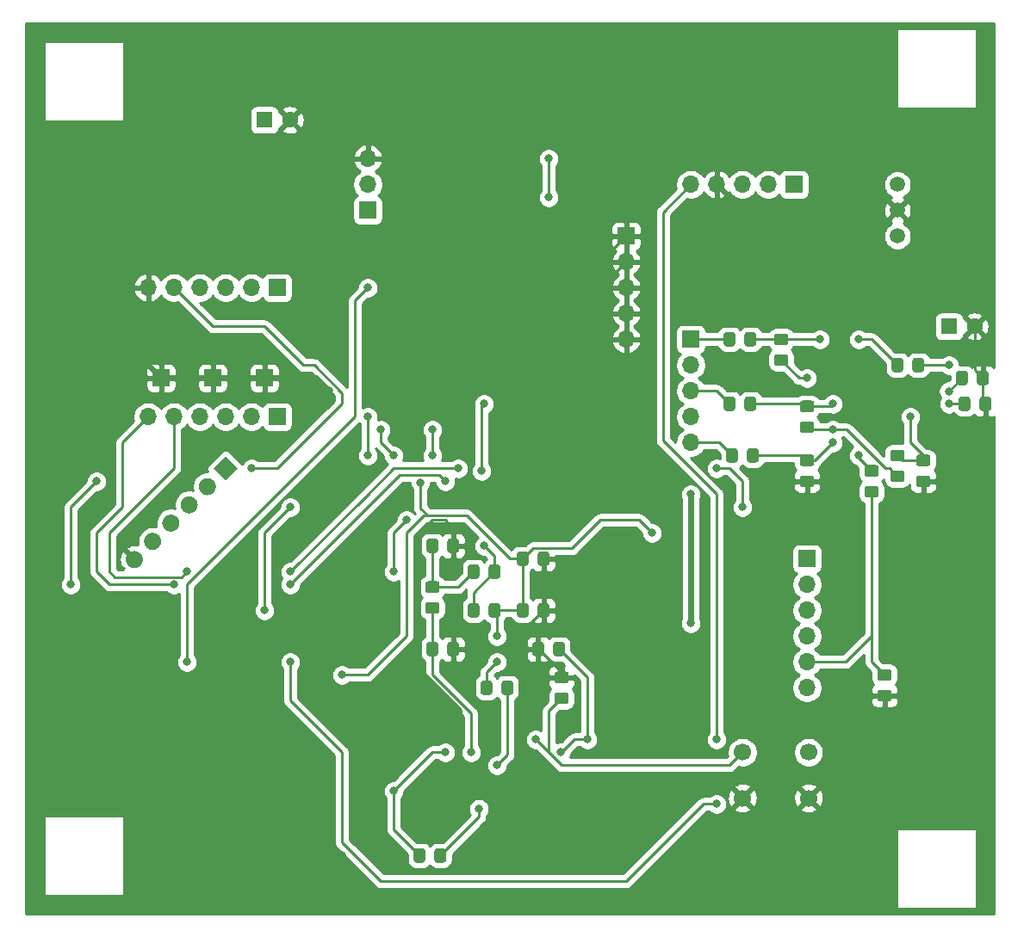
<source format=gbr>
%TF.GenerationSoftware,KiCad,Pcbnew,(5.1.6)-1*%
%TF.CreationDate,2020-10-23T19:33:20-04:00*%
%TF.ProjectId,ECE477,45434534-3737-42e6-9b69-6361645f7063,rev?*%
%TF.SameCoordinates,Original*%
%TF.FileFunction,Copper,L2,Bot*%
%TF.FilePolarity,Positive*%
%FSLAX46Y46*%
G04 Gerber Fmt 4.6, Leading zero omitted, Abs format (unit mm)*
G04 Created by KiCad (PCBNEW (5.1.6)-1) date 2020-10-23 19:33:20*
%MOMM*%
%LPD*%
G01*
G04 APERTURE LIST*
%TA.AperFunction,ComponentPad*%
%ADD10O,1.700000X1.700000*%
%TD*%
%TA.AperFunction,ComponentPad*%
%ADD11R,1.700000X1.700000*%
%TD*%
%TA.AperFunction,ComponentPad*%
%ADD12C,1.600000*%
%TD*%
%TA.AperFunction,ComponentPad*%
%ADD13R,1.600000X1.600000*%
%TD*%
%TA.AperFunction,ComponentPad*%
%ADD14C,0.100000*%
%TD*%
%TA.AperFunction,ComponentPad*%
%ADD15C,1.700000*%
%TD*%
%TA.AperFunction,ComponentPad*%
%ADD16C,1.500000*%
%TD*%
%TA.AperFunction,ViaPad*%
%ADD17C,0.800000*%
%TD*%
%TA.AperFunction,Conductor*%
%ADD18C,0.609600*%
%TD*%
%TA.AperFunction,Conductor*%
%ADD19C,0.250000*%
%TD*%
%TA.AperFunction,Conductor*%
%ADD20C,0.254000*%
%TD*%
G04 APERTURE END LIST*
D10*
%TO.P,PWR_On1,3*%
%TO.N,GND*%
X186690000Y-62230000D03*
%TO.P,PWR_On1,2*%
%TO.N,VDD_MCU*%
X186690000Y-64770000D03*
D11*
%TO.P,PWR_On1,1*%
%TO.N,3V3_VDD*%
X186690000Y-67310000D03*
%TD*%
%TO.P,R28,2*%
%TO.N,GND*%
%TA.AperFunction,SMDPad,CuDef*%
G36*
G01*
X240849999Y-93405000D02*
X241750001Y-93405000D01*
G75*
G02*
X242000000Y-93654999I0J-249999D01*
G01*
X242000000Y-94305001D01*
G75*
G02*
X241750001Y-94555000I-249999J0D01*
G01*
X240849999Y-94555000D01*
G75*
G02*
X240600000Y-94305001I0J249999D01*
G01*
X240600000Y-93654999D01*
G75*
G02*
X240849999Y-93405000I249999J0D01*
G01*
G37*
%TD.AperFunction*%
%TO.P,R28,1*%
%TO.N,BOOT_IC*%
%TA.AperFunction,SMDPad,CuDef*%
G36*
G01*
X240849999Y-91355000D02*
X241750001Y-91355000D01*
G75*
G02*
X242000000Y-91604999I0J-249999D01*
G01*
X242000000Y-92255001D01*
G75*
G02*
X241750001Y-92505000I-249999J0D01*
G01*
X240849999Y-92505000D01*
G75*
G02*
X240600000Y-92255001I0J249999D01*
G01*
X240600000Y-91604999D01*
G75*
G02*
X240849999Y-91355000I249999J0D01*
G01*
G37*
%TD.AperFunction*%
%TD*%
%TO.P,R27,2*%
%TO.N,BOOT_IC*%
%TA.AperFunction,SMDPad,CuDef*%
G36*
G01*
X239210001Y-92015000D02*
X238309999Y-92015000D01*
G75*
G02*
X238060000Y-91765001I0J249999D01*
G01*
X238060000Y-91114999D01*
G75*
G02*
X238309999Y-90865000I249999J0D01*
G01*
X239210001Y-90865000D01*
G75*
G02*
X239460000Y-91114999I0J-249999D01*
G01*
X239460000Y-91765001D01*
G75*
G02*
X239210001Y-92015000I-249999J0D01*
G01*
G37*
%TD.AperFunction*%
%TO.P,R27,1*%
%TO.N,cell_1*%
%TA.AperFunction,SMDPad,CuDef*%
G36*
G01*
X239210001Y-94065000D02*
X238309999Y-94065000D01*
G75*
G02*
X238060000Y-93815001I0J249999D01*
G01*
X238060000Y-93164999D01*
G75*
G02*
X238309999Y-92915000I249999J0D01*
G01*
X239210001Y-92915000D01*
G75*
G02*
X239460000Y-93164999I0J-249999D01*
G01*
X239460000Y-93815001D01*
G75*
G02*
X239210001Y-94065000I-249999J0D01*
G01*
G37*
%TD.AperFunction*%
%TD*%
%TO.P,R26,2*%
%TO.N,GND*%
%TA.AperFunction,SMDPad,CuDef*%
G36*
G01*
X237039999Y-114505000D02*
X237940001Y-114505000D01*
G75*
G02*
X238190000Y-114754999I0J-249999D01*
G01*
X238190000Y-115405001D01*
G75*
G02*
X237940001Y-115655000I-249999J0D01*
G01*
X237039999Y-115655000D01*
G75*
G02*
X236790000Y-115405001I0J249999D01*
G01*
X236790000Y-114754999D01*
G75*
G02*
X237039999Y-114505000I249999J0D01*
G01*
G37*
%TD.AperFunction*%
%TO.P,R26,1*%
%TO.N,PIN2*%
%TA.AperFunction,SMDPad,CuDef*%
G36*
G01*
X237039999Y-112455000D02*
X237940001Y-112455000D01*
G75*
G02*
X238190000Y-112704999I0J-249999D01*
G01*
X238190000Y-113355001D01*
G75*
G02*
X237940001Y-113605000I-249999J0D01*
G01*
X237039999Y-113605000D01*
G75*
G02*
X236790000Y-113355001I0J249999D01*
G01*
X236790000Y-112704999D01*
G75*
G02*
X237039999Y-112455000I249999J0D01*
G01*
G37*
%TD.AperFunction*%
%TD*%
%TO.P,R25,2*%
%TO.N,PIN2*%
%TA.AperFunction,SMDPad,CuDef*%
G36*
G01*
X235769999Y-94430000D02*
X236670001Y-94430000D01*
G75*
G02*
X236920000Y-94679999I0J-249999D01*
G01*
X236920000Y-95330001D01*
G75*
G02*
X236670001Y-95580000I-249999J0D01*
G01*
X235769999Y-95580000D01*
G75*
G02*
X235520000Y-95330001I0J249999D01*
G01*
X235520000Y-94679999D01*
G75*
G02*
X235769999Y-94430000I249999J0D01*
G01*
G37*
%TD.AperFunction*%
%TO.P,R25,1*%
%TO.N,ALERT*%
%TA.AperFunction,SMDPad,CuDef*%
G36*
G01*
X235769999Y-92380000D02*
X236670001Y-92380000D01*
G75*
G02*
X236920000Y-92629999I0J-249999D01*
G01*
X236920000Y-93280001D01*
G75*
G02*
X236670001Y-93530000I-249999J0D01*
G01*
X235769999Y-93530000D01*
G75*
G02*
X235520000Y-93280001I0J249999D01*
G01*
X235520000Y-92629999D01*
G75*
G02*
X235769999Y-92380000I249999J0D01*
G01*
G37*
%TD.AperFunction*%
%TD*%
%TO.P,R24,2*%
%TO.N,REGSRC*%
%TA.AperFunction,SMDPad,CuDef*%
G36*
G01*
X240235000Y-83000001D02*
X240235000Y-82099999D01*
G75*
G02*
X240484999Y-81850000I249999J0D01*
G01*
X241135001Y-81850000D01*
G75*
G02*
X241385000Y-82099999I0J-249999D01*
G01*
X241385000Y-83000001D01*
G75*
G02*
X241135001Y-83250000I-249999J0D01*
G01*
X240484999Y-83250000D01*
G75*
G02*
X240235000Y-83000001I0J249999D01*
G01*
G37*
%TD.AperFunction*%
%TO.P,R24,1*%
%TO.N,PWR_IN*%
%TA.AperFunction,SMDPad,CuDef*%
G36*
G01*
X238185000Y-83000001D02*
X238185000Y-82099999D01*
G75*
G02*
X238434999Y-81850000I249999J0D01*
G01*
X239085001Y-81850000D01*
G75*
G02*
X239335000Y-82099999I0J-249999D01*
G01*
X239335000Y-83000001D01*
G75*
G02*
X239085001Y-83250000I-249999J0D01*
G01*
X238434999Y-83250000D01*
G75*
G02*
X238185000Y-83000001I0J249999D01*
G01*
G37*
%TD.AperFunction*%
%TD*%
%TO.P,R18,2*%
%TO.N,V1*%
%TA.AperFunction,SMDPad,CuDef*%
G36*
G01*
X223070000Y-90989999D02*
X223070000Y-91890001D01*
G75*
G02*
X222820001Y-92140000I-249999J0D01*
G01*
X222169999Y-92140000D01*
G75*
G02*
X221920000Y-91890001I0J249999D01*
G01*
X221920000Y-90989999D01*
G75*
G02*
X222169999Y-90740000I249999J0D01*
G01*
X222820001Y-90740000D01*
G75*
G02*
X223070000Y-90989999I0J-249999D01*
G01*
G37*
%TD.AperFunction*%
%TO.P,R18,1*%
%TO.N,cell_gnd*%
%TA.AperFunction,SMDPad,CuDef*%
G36*
G01*
X225120000Y-90989999D02*
X225120000Y-91890001D01*
G75*
G02*
X224870001Y-92140000I-249999J0D01*
G01*
X224219999Y-92140000D01*
G75*
G02*
X223970000Y-91890001I0J249999D01*
G01*
X223970000Y-90989999D01*
G75*
G02*
X224219999Y-90740000I249999J0D01*
G01*
X224870001Y-90740000D01*
G75*
G02*
X225120000Y-90989999I0J-249999D01*
G01*
G37*
%TD.AperFunction*%
%TD*%
%TO.P,R16,2*%
%TO.N,V3*%
%TA.AperFunction,SMDPad,CuDef*%
G36*
G01*
X222825000Y-85909999D02*
X222825000Y-86810001D01*
G75*
G02*
X222575001Y-87060000I-249999J0D01*
G01*
X221924999Y-87060000D01*
G75*
G02*
X221675000Y-86810001I0J249999D01*
G01*
X221675000Y-85909999D01*
G75*
G02*
X221924999Y-85660000I249999J0D01*
G01*
X222575001Y-85660000D01*
G75*
G02*
X222825000Y-85909999I0J-249999D01*
G01*
G37*
%TD.AperFunction*%
%TO.P,R16,1*%
%TO.N,cell_2*%
%TA.AperFunction,SMDPad,CuDef*%
G36*
G01*
X224875000Y-85909999D02*
X224875000Y-86810001D01*
G75*
G02*
X224625001Y-87060000I-249999J0D01*
G01*
X223974999Y-87060000D01*
G75*
G02*
X223725000Y-86810001I0J249999D01*
G01*
X223725000Y-85909999D01*
G75*
G02*
X223974999Y-85660000I249999J0D01*
G01*
X224625001Y-85660000D01*
G75*
G02*
X224875000Y-85909999I0J-249999D01*
G01*
G37*
%TD.AperFunction*%
%TD*%
%TO.P,R15,2*%
%TO.N,V5*%
%TA.AperFunction,SMDPad,CuDef*%
G36*
G01*
X222825000Y-79559999D02*
X222825000Y-80460001D01*
G75*
G02*
X222575001Y-80710000I-249999J0D01*
G01*
X221924999Y-80710000D01*
G75*
G02*
X221675000Y-80460001I0J249999D01*
G01*
X221675000Y-79559999D01*
G75*
G02*
X221924999Y-79310000I249999J0D01*
G01*
X222575001Y-79310000D01*
G75*
G02*
X222825000Y-79559999I0J-249999D01*
G01*
G37*
%TD.AperFunction*%
%TO.P,R15,1*%
%TO.N,cell_pwr*%
%TA.AperFunction,SMDPad,CuDef*%
G36*
G01*
X224875000Y-79559999D02*
X224875000Y-80460001D01*
G75*
G02*
X224625001Y-80710000I-249999J0D01*
G01*
X223974999Y-80710000D01*
G75*
G02*
X223725000Y-80460001I0J249999D01*
G01*
X223725000Y-79559999D01*
G75*
G02*
X223974999Y-79310000I249999J0D01*
G01*
X224625001Y-79310000D01*
G75*
G02*
X224875000Y-79559999I0J-249999D01*
G01*
G37*
%TD.AperFunction*%
%TD*%
%TO.P,C10,2*%
%TO.N,REGOUT*%
%TA.AperFunction,SMDPad,CuDef*%
G36*
G01*
X245685000Y-83369999D02*
X245685000Y-84270001D01*
G75*
G02*
X245435001Y-84520000I-249999J0D01*
G01*
X244784999Y-84520000D01*
G75*
G02*
X244535000Y-84270001I0J249999D01*
G01*
X244535000Y-83369999D01*
G75*
G02*
X244784999Y-83120000I249999J0D01*
G01*
X245435001Y-83120000D01*
G75*
G02*
X245685000Y-83369999I0J-249999D01*
G01*
G37*
%TD.AperFunction*%
%TO.P,C10,1*%
%TO.N,GND*%
%TA.AperFunction,SMDPad,CuDef*%
G36*
G01*
X247735000Y-83369999D02*
X247735000Y-84270001D01*
G75*
G02*
X247485001Y-84520000I-249999J0D01*
G01*
X246834999Y-84520000D01*
G75*
G02*
X246585000Y-84270001I0J249999D01*
G01*
X246585000Y-83369999D01*
G75*
G02*
X246834999Y-83120000I249999J0D01*
G01*
X247485001Y-83120000D01*
G75*
G02*
X247735000Y-83369999I0J-249999D01*
G01*
G37*
%TD.AperFunction*%
%TD*%
%TO.P,C8,2*%
%TO.N,CAP1*%
%TA.AperFunction,SMDPad,CuDef*%
G36*
G01*
X245930000Y-85909999D02*
X245930000Y-86810001D01*
G75*
G02*
X245680001Y-87060000I-249999J0D01*
G01*
X245029999Y-87060000D01*
G75*
G02*
X244780000Y-86810001I0J249999D01*
G01*
X244780000Y-85909999D01*
G75*
G02*
X245029999Y-85660000I249999J0D01*
G01*
X245680001Y-85660000D01*
G75*
G02*
X245930000Y-85909999I0J-249999D01*
G01*
G37*
%TD.AperFunction*%
%TO.P,C8,1*%
%TO.N,GND*%
%TA.AperFunction,SMDPad,CuDef*%
G36*
G01*
X247980000Y-85909999D02*
X247980000Y-86810001D01*
G75*
G02*
X247730001Y-87060000I-249999J0D01*
G01*
X247079999Y-87060000D01*
G75*
G02*
X246830000Y-86810001I0J249999D01*
G01*
X246830000Y-85909999D01*
G75*
G02*
X247079999Y-85660000I249999J0D01*
G01*
X247730001Y-85660000D01*
G75*
G02*
X247980000Y-85909999I0J-249999D01*
G01*
G37*
%TD.AperFunction*%
%TD*%
D12*
%TO.P,C7,2*%
%TO.N,GND*%
X246340000Y-78740000D03*
D13*
%TO.P,C7,1*%
%TO.N,BAT*%
X243840000Y-78740000D03*
%TD*%
%TO.P,C6,2*%
%TO.N,GND*%
%TA.AperFunction,SMDPad,CuDef*%
G36*
G01*
X229419999Y-93405000D02*
X230320001Y-93405000D01*
G75*
G02*
X230570000Y-93654999I0J-249999D01*
G01*
X230570000Y-94305001D01*
G75*
G02*
X230320001Y-94555000I-249999J0D01*
G01*
X229419999Y-94555000D01*
G75*
G02*
X229170000Y-94305001I0J249999D01*
G01*
X229170000Y-93654999D01*
G75*
G02*
X229419999Y-93405000I249999J0D01*
G01*
G37*
%TD.AperFunction*%
%TO.P,C6,1*%
%TO.N,cell_gnd*%
%TA.AperFunction,SMDPad,CuDef*%
G36*
G01*
X229419999Y-91355000D02*
X230320001Y-91355000D01*
G75*
G02*
X230570000Y-91604999I0J-249999D01*
G01*
X230570000Y-92255001D01*
G75*
G02*
X230320001Y-92505000I-249999J0D01*
G01*
X229419999Y-92505000D01*
G75*
G02*
X229170000Y-92255001I0J249999D01*
G01*
X229170000Y-91604999D01*
G75*
G02*
X229419999Y-91355000I249999J0D01*
G01*
G37*
%TD.AperFunction*%
%TD*%
%TO.P,C4,2*%
%TO.N,cell_2*%
%TA.AperFunction,SMDPad,CuDef*%
G36*
G01*
X230320001Y-87180000D02*
X229419999Y-87180000D01*
G75*
G02*
X229170000Y-86930001I0J249999D01*
G01*
X229170000Y-86279999D01*
G75*
G02*
X229419999Y-86030000I249999J0D01*
G01*
X230320001Y-86030000D01*
G75*
G02*
X230570000Y-86279999I0J-249999D01*
G01*
X230570000Y-86930001D01*
G75*
G02*
X230320001Y-87180000I-249999J0D01*
G01*
G37*
%TD.AperFunction*%
%TO.P,C4,1*%
%TO.N,cell_1*%
%TA.AperFunction,SMDPad,CuDef*%
G36*
G01*
X230320001Y-89230000D02*
X229419999Y-89230000D01*
G75*
G02*
X229170000Y-88980001I0J249999D01*
G01*
X229170000Y-88329999D01*
G75*
G02*
X229419999Y-88080000I249999J0D01*
G01*
X230320001Y-88080000D01*
G75*
G02*
X230570000Y-88329999I0J-249999D01*
G01*
X230570000Y-88980001D01*
G75*
G02*
X230320001Y-89230000I-249999J0D01*
G01*
G37*
%TD.AperFunction*%
%TD*%
%TO.P,C2,2*%
%TO.N,cell_pwr*%
%TA.AperFunction,SMDPad,CuDef*%
G36*
G01*
X227780001Y-80585000D02*
X226879999Y-80585000D01*
G75*
G02*
X226630000Y-80335001I0J249999D01*
G01*
X226630000Y-79684999D01*
G75*
G02*
X226879999Y-79435000I249999J0D01*
G01*
X227780001Y-79435000D01*
G75*
G02*
X228030000Y-79684999I0J-249999D01*
G01*
X228030000Y-80335001D01*
G75*
G02*
X227780001Y-80585000I-249999J0D01*
G01*
G37*
%TD.AperFunction*%
%TO.P,C2,1*%
%TO.N,cell_3*%
%TA.AperFunction,SMDPad,CuDef*%
G36*
G01*
X227780001Y-82635000D02*
X226879999Y-82635000D01*
G75*
G02*
X226630000Y-82385001I0J249999D01*
G01*
X226630000Y-81734999D01*
G75*
G02*
X226879999Y-81485000I249999J0D01*
G01*
X227780001Y-81485000D01*
G75*
G02*
X228030000Y-81734999I0J-249999D01*
G01*
X228030000Y-82385001D01*
G75*
G02*
X227780001Y-82635000I-249999J0D01*
G01*
G37*
%TD.AperFunction*%
%TD*%
D11*
%TO.P,USART1_GND1,1*%
%TO.N,GND*%
X176530000Y-83820000D03*
%TD*%
%TO.P,USART3_GND1,1*%
%TO.N,GND*%
X171450000Y-83820000D03*
%TD*%
%TO.P,USART6_GND1,1*%
%TO.N,GND*%
X166370000Y-83820000D03*
%TD*%
D10*
%TO.P,Pinout1,6*%
%TO.N,PIN1*%
X229870000Y-114300000D03*
%TO.P,Pinout1,5*%
%TO.N,PIN2*%
X229870000Y-111760000D03*
%TO.P,Pinout1,4*%
%TO.N,PIN3*%
X229870000Y-109220000D03*
%TO.P,Pinout1,3*%
%TO.N,PIN4*%
X229870000Y-106680000D03*
%TO.P,Pinout1,2*%
%TO.N,PIN5*%
X229870000Y-104140000D03*
D11*
%TO.P,Pinout1,1*%
%TO.N,PIN6*%
X229870000Y-101600000D03*
%TD*%
D12*
%TO.P,C1,2*%
%TO.N,GND*%
X179030000Y-58420000D03*
D13*
%TO.P,C1,1*%
%TO.N,VDD_MCU*%
X176530000Y-58420000D03*
%TD*%
D10*
%TO.P,JTAG/SWD1,6*%
%TO.N,GND*%
X165100000Y-74930000D03*
%TO.P,JTAG/SWD1,5*%
%TO.N,JTDO*%
X167640000Y-74930000D03*
%TO.P,JTAG/SWD1,4*%
%TO.N,nJTRST*%
X170180000Y-74930000D03*
%TO.P,JTAG/SWD1,3*%
%TO.N,JTMS_SWDIO*%
X172720000Y-74930000D03*
%TO.P,JTAG/SWD1,2*%
%TO.N,JTCK_SWCLK*%
X175260000Y-74930000D03*
D11*
%TO.P,JTAG/SWD1,1*%
%TO.N,JTDI*%
X177800000Y-74930000D03*
%TD*%
%TO.P,PWM1,6*%
%TO.N,GND*%
%TA.AperFunction,ComponentPad*%
G36*
G01*
X163138703Y-101089215D02*
X163138703Y-101089215D01*
G75*
G02*
X164340785Y-101089215I601041J-601041D01*
G01*
X164340785Y-101089215D01*
G75*
G02*
X164340785Y-102291297I-601041J-601041D01*
G01*
X164340785Y-102291297D01*
G75*
G02*
X163138703Y-102291297I-601041J601041D01*
G01*
X163138703Y-102291297D01*
G75*
G02*
X163138703Y-101089215I601041J601041D01*
G01*
G37*
%TD.AperFunction*%
%TO.P,PWM1,5*%
%TO.N,PWM5*%
%TA.AperFunction,ComponentPad*%
G36*
G01*
X164934754Y-99293164D02*
X164934754Y-99293164D01*
G75*
G02*
X166136836Y-99293164I601041J-601041D01*
G01*
X166136836Y-99293164D01*
G75*
G02*
X166136836Y-100495246I-601041J-601041D01*
G01*
X166136836Y-100495246D01*
G75*
G02*
X164934754Y-100495246I-601041J601041D01*
G01*
X164934754Y-100495246D01*
G75*
G02*
X164934754Y-99293164I601041J601041D01*
G01*
G37*
%TD.AperFunction*%
%TO.P,PWM1,4*%
%TO.N,PWM4*%
%TA.AperFunction,ComponentPad*%
G36*
G01*
X166730805Y-97497113D02*
X166730805Y-97497113D01*
G75*
G02*
X167932887Y-97497113I601041J-601041D01*
G01*
X167932887Y-97497113D01*
G75*
G02*
X167932887Y-98699195I-601041J-601041D01*
G01*
X167932887Y-98699195D01*
G75*
G02*
X166730805Y-98699195I-601041J601041D01*
G01*
X166730805Y-98699195D01*
G75*
G02*
X166730805Y-97497113I601041J601041D01*
G01*
G37*
%TD.AperFunction*%
%TO.P,PWM1,3*%
%TO.N,PWM3*%
%TA.AperFunction,ComponentPad*%
G36*
G01*
X168526857Y-95701061D02*
X168526857Y-95701061D01*
G75*
G02*
X169728939Y-95701061I601041J-601041D01*
G01*
X169728939Y-95701061D01*
G75*
G02*
X169728939Y-96903143I-601041J-601041D01*
G01*
X169728939Y-96903143D01*
G75*
G02*
X168526857Y-96903143I-601041J601041D01*
G01*
X168526857Y-96903143D01*
G75*
G02*
X168526857Y-95701061I601041J601041D01*
G01*
G37*
%TD.AperFunction*%
%TO.P,PWM1,2*%
%TO.N,PWM2*%
%TA.AperFunction,ComponentPad*%
G36*
G01*
X170322908Y-93905010D02*
X170322908Y-93905010D01*
G75*
G02*
X171524990Y-93905010I601041J-601041D01*
G01*
X171524990Y-93905010D01*
G75*
G02*
X171524990Y-95107092I-601041J-601041D01*
G01*
X171524990Y-95107092D01*
G75*
G02*
X170322908Y-95107092I-601041J601041D01*
G01*
X170322908Y-95107092D01*
G75*
G02*
X170322908Y-93905010I601041J601041D01*
G01*
G37*
%TD.AperFunction*%
%TA.AperFunction,ComponentPad*%
D14*
%TO.P,PWM1,1*%
%TO.N,PWM1*%
G36*
X171517918Y-92710000D02*
G01*
X172720000Y-91507918D01*
X173922082Y-92710000D01*
X172720000Y-93912082D01*
X171517918Y-92710000D01*
G37*
%TD.AperFunction*%
%TD*%
D10*
%TO.P,USART1,6*%
%TO.N,USART6_RX*%
X165100000Y-87630000D03*
%TO.P,USART1,5*%
%TO.N,USART6_TX*%
X167640000Y-87630000D03*
%TO.P,USART1,4*%
%TO.N,USART3_RX*%
X170180000Y-87630000D03*
%TO.P,USART1,3*%
%TO.N,USART3_TX*%
X172720000Y-87630000D03*
%TO.P,USART1,2*%
%TO.N,USART1_TX*%
X175260000Y-87630000D03*
D11*
%TO.P,USART1,1*%
%TO.N,USART1_RX*%
X177800000Y-87630000D03*
%TD*%
D10*
%TO.P,GNDs1,5*%
%TO.N,GND*%
X212090000Y-80010000D03*
%TO.P,GNDs1,4*%
X212090000Y-77470000D03*
%TO.P,GNDs1,3*%
X212090000Y-74930000D03*
%TO.P,GNDs1,2*%
X212090000Y-72390000D03*
D11*
%TO.P,GNDs1,1*%
X212090000Y-69850000D03*
%TD*%
D10*
%TO.P,Cell_In1,5*%
%TO.N,V1*%
X218440000Y-90170000D03*
%TO.P,Cell_In1,4*%
%TO.N,V2*%
X218440000Y-87630000D03*
%TO.P,Cell_In1,3*%
%TO.N,V3*%
X218440000Y-85090000D03*
%TO.P,Cell_In1,2*%
%TO.N,V4*%
X218440000Y-82550000D03*
D11*
%TO.P,Cell_In1,1*%
%TO.N,V5*%
X218440000Y-80010000D03*
%TD*%
D10*
%TO.P,PWR_Out1,5*%
%TO.N,Touch_Input*%
X218440000Y-64770000D03*
%TO.P,PWR_Out1,4*%
%TO.N,GND*%
X220980000Y-64770000D03*
%TO.P,PWR_Out1,3*%
%TO.N,PWR_IN*%
X223520000Y-64770000D03*
%TO.P,PWR_Out1,2*%
%TO.N,3V3_VDD*%
X226060000Y-64770000D03*
D11*
%TO.P,PWR_Out1,1*%
%TO.N,5V*%
X228600000Y-64770000D03*
%TD*%
%TO.P,C30,2*%
%TO.N,GND*%
%TA.AperFunction,SMDPad,CuDef*%
G36*
G01*
X206190001Y-113850000D02*
X205289999Y-113850000D01*
G75*
G02*
X205040000Y-113600001I0J249999D01*
G01*
X205040000Y-112949999D01*
G75*
G02*
X205289999Y-112700000I249999J0D01*
G01*
X206190001Y-112700000D01*
G75*
G02*
X206440000Y-112949999I0J-249999D01*
G01*
X206440000Y-113600001D01*
G75*
G02*
X206190001Y-113850000I-249999J0D01*
G01*
G37*
%TD.AperFunction*%
%TO.P,C30,1*%
%TO.N,NRST*%
%TA.AperFunction,SMDPad,CuDef*%
G36*
G01*
X206190001Y-115900000D02*
X205289999Y-115900000D01*
G75*
G02*
X205040000Y-115650001I0J249999D01*
G01*
X205040000Y-114999999D01*
G75*
G02*
X205289999Y-114750000I249999J0D01*
G01*
X206190001Y-114750000D01*
G75*
G02*
X206440000Y-114999999I0J-249999D01*
G01*
X206440000Y-115650001D01*
G75*
G02*
X206190001Y-115900000I-249999J0D01*
G01*
G37*
%TD.AperFunction*%
%TD*%
%TO.P,R6,2*%
%TO.N,VDD_LDO*%
%TA.AperFunction,SMDPad,CuDef*%
G36*
G01*
X198570000Y-103320001D02*
X198570000Y-102419999D01*
G75*
G02*
X198819999Y-102170000I249999J0D01*
G01*
X199470001Y-102170000D01*
G75*
G02*
X199720000Y-102419999I0J-249999D01*
G01*
X199720000Y-103320001D01*
G75*
G02*
X199470001Y-103570000I-249999J0D01*
G01*
X198819999Y-103570000D01*
G75*
G02*
X198570000Y-103320001I0J249999D01*
G01*
G37*
%TD.AperFunction*%
%TO.P,R6,1*%
%TO.N,VDD_SMPS_IND_OUT*%
%TA.AperFunction,SMDPad,CuDef*%
G36*
G01*
X196520000Y-103320001D02*
X196520000Y-102419999D01*
G75*
G02*
X196769999Y-102170000I249999J0D01*
G01*
X197420001Y-102170000D01*
G75*
G02*
X197670000Y-102419999I0J-249999D01*
G01*
X197670000Y-103320001D01*
G75*
G02*
X197420001Y-103570000I-249999J0D01*
G01*
X196769999Y-103570000D01*
G75*
G02*
X196520000Y-103320001I0J249999D01*
G01*
G37*
%TD.AperFunction*%
%TD*%
%TO.P,R14,2*%
%TO.N,VDDSMPS_IN*%
%TA.AperFunction,SMDPad,CuDef*%
G36*
G01*
X193245000Y-131260001D02*
X193245000Y-130359999D01*
G75*
G02*
X193494999Y-130110000I249999J0D01*
G01*
X194145001Y-130110000D01*
G75*
G02*
X194395000Y-130359999I0J-249999D01*
G01*
X194395000Y-131260001D01*
G75*
G02*
X194145001Y-131510000I-249999J0D01*
G01*
X193494999Y-131510000D01*
G75*
G02*
X193245000Y-131260001I0J249999D01*
G01*
G37*
%TD.AperFunction*%
%TO.P,R14,1*%
%TO.N,VDD_MCU*%
%TA.AperFunction,SMDPad,CuDef*%
G36*
G01*
X191195000Y-131260001D02*
X191195000Y-130359999D01*
G75*
G02*
X191444999Y-130110000I249999J0D01*
G01*
X192095001Y-130110000D01*
G75*
G02*
X192345000Y-130359999I0J-249999D01*
G01*
X192345000Y-131260001D01*
G75*
G02*
X192095001Y-131510000I-249999J0D01*
G01*
X191444999Y-131510000D01*
G75*
G02*
X191195000Y-131260001I0J249999D01*
G01*
G37*
%TD.AperFunction*%
%TD*%
%TO.P,R10,2*%
%TO.N,VCAP*%
%TA.AperFunction,SMDPad,CuDef*%
G36*
G01*
X198570000Y-107130001D02*
X198570000Y-106229999D01*
G75*
G02*
X198819999Y-105980000I249999J0D01*
G01*
X199470001Y-105980000D01*
G75*
G02*
X199720000Y-106229999I0J-249999D01*
G01*
X199720000Y-107130001D01*
G75*
G02*
X199470001Y-107380000I-249999J0D01*
G01*
X198819999Y-107380000D01*
G75*
G02*
X198570000Y-107130001I0J249999D01*
G01*
G37*
%TD.AperFunction*%
%TO.P,R10,1*%
%TO.N,VDD_LDO*%
%TA.AperFunction,SMDPad,CuDef*%
G36*
G01*
X196520000Y-107130001D02*
X196520000Y-106229999D01*
G75*
G02*
X196769999Y-105980000I249999J0D01*
G01*
X197420001Y-105980000D01*
G75*
G02*
X197670000Y-106229999I0J-249999D01*
G01*
X197670000Y-107130001D01*
G75*
G02*
X197420001Y-107380000I-249999J0D01*
G01*
X196769999Y-107380000D01*
G75*
G02*
X196520000Y-107130001I0J249999D01*
G01*
G37*
%TD.AperFunction*%
%TD*%
%TO.P,R7,2*%
%TO.N,GNDA*%
%TA.AperFunction,SMDPad,CuDef*%
G36*
G01*
X204920000Y-110940001D02*
X204920000Y-110039999D01*
G75*
G02*
X205169999Y-109790000I249999J0D01*
G01*
X205820001Y-109790000D01*
G75*
G02*
X206070000Y-110039999I0J-249999D01*
G01*
X206070000Y-110940001D01*
G75*
G02*
X205820001Y-111190000I-249999J0D01*
G01*
X205169999Y-111190000D01*
G75*
G02*
X204920000Y-110940001I0J249999D01*
G01*
G37*
%TD.AperFunction*%
%TO.P,R7,1*%
%TO.N,GND*%
%TA.AperFunction,SMDPad,CuDef*%
G36*
G01*
X202870000Y-110940001D02*
X202870000Y-110039999D01*
G75*
G02*
X203119999Y-109790000I249999J0D01*
G01*
X203770001Y-109790000D01*
G75*
G02*
X204020000Y-110039999I0J-249999D01*
G01*
X204020000Y-110940001D01*
G75*
G02*
X203770001Y-111190000I-249999J0D01*
G01*
X203119999Y-111190000D01*
G75*
G02*
X202870000Y-110940001I0J249999D01*
G01*
G37*
%TD.AperFunction*%
%TD*%
D15*
%TO.P,SW1,1*%
%TO.N,NRST*%
X223520000Y-120650000D03*
%TO.P,SW1,2*%
X230020000Y-120650000D03*
%TO.P,SW1,3*%
%TO.N,GND*%
X223520000Y-125150000D03*
%TO.P,SW1,4*%
X230020000Y-125150000D03*
%TD*%
%TO.P,R11,2*%
%TO.N,VFBSD*%
%TA.AperFunction,SMDPad,CuDef*%
G36*
G01*
X199840000Y-114750001D02*
X199840000Y-113849999D01*
G75*
G02*
X200089999Y-113600000I249999J0D01*
G01*
X200740001Y-113600000D01*
G75*
G02*
X200990000Y-113849999I0J-249999D01*
G01*
X200990000Y-114750001D01*
G75*
G02*
X200740001Y-115000000I-249999J0D01*
G01*
X200089999Y-115000000D01*
G75*
G02*
X199840000Y-114750001I0J249999D01*
G01*
G37*
%TD.AperFunction*%
%TO.P,R11,1*%
%TO.N,VCAP*%
%TA.AperFunction,SMDPad,CuDef*%
G36*
G01*
X197790000Y-114750001D02*
X197790000Y-113849999D01*
G75*
G02*
X198039999Y-113600000I249999J0D01*
G01*
X198690001Y-113600000D01*
G75*
G02*
X198940000Y-113849999I0J-249999D01*
G01*
X198940000Y-114750001D01*
G75*
G02*
X198690001Y-115000000I-249999J0D01*
G01*
X198039999Y-115000000D01*
G75*
G02*
X197790000Y-114750001I0J249999D01*
G01*
G37*
%TD.AperFunction*%
%TD*%
%TO.P,L1,2*%
%TO.N,VDD_SMPS_IND_OUT*%
%TA.AperFunction,SMDPad,CuDef*%
G36*
G01*
X193490001Y-104960000D02*
X192589999Y-104960000D01*
G75*
G02*
X192340000Y-104710001I0J249999D01*
G01*
X192340000Y-104059999D01*
G75*
G02*
X192589999Y-103810000I249999J0D01*
G01*
X193490001Y-103810000D01*
G75*
G02*
X193740000Y-104059999I0J-249999D01*
G01*
X193740000Y-104710001D01*
G75*
G02*
X193490001Y-104960000I-249999J0D01*
G01*
G37*
%TD.AperFunction*%
%TO.P,L1,1*%
%TO.N,VDDSMPS_OUT*%
%TA.AperFunction,SMDPad,CuDef*%
G36*
G01*
X193490001Y-107010000D02*
X192589999Y-107010000D01*
G75*
G02*
X192340000Y-106760001I0J249999D01*
G01*
X192340000Y-106109999D01*
G75*
G02*
X192589999Y-105860000I249999J0D01*
G01*
X193490001Y-105860000D01*
G75*
G02*
X193740000Y-106109999I0J-249999D01*
G01*
X193740000Y-106760001D01*
G75*
G02*
X193490001Y-107010000I-249999J0D01*
G01*
G37*
%TD.AperFunction*%
%TD*%
D16*
%TO.P,J1,3*%
%TO.N,5V*%
X238760000Y-64770000D03*
%TO.P,J1,2*%
%TO.N,GND*%
X238760000Y-67310000D03*
%TO.P,J1,1*%
%TO.N,PWR_IN*%
X238760000Y-69850000D03*
%TD*%
%TO.P,C27,2*%
%TO.N,GND*%
%TA.AperFunction,SMDPad,CuDef*%
G36*
G01*
X203405000Y-102050001D02*
X203405000Y-101149999D01*
G75*
G02*
X203654999Y-100900000I249999J0D01*
G01*
X204305001Y-100900000D01*
G75*
G02*
X204555000Y-101149999I0J-249999D01*
G01*
X204555000Y-102050001D01*
G75*
G02*
X204305001Y-102300000I-249999J0D01*
G01*
X203654999Y-102300000D01*
G75*
G02*
X203405000Y-102050001I0J249999D01*
G01*
G37*
%TD.AperFunction*%
%TO.P,C27,1*%
%TO.N,VCAP*%
%TA.AperFunction,SMDPad,CuDef*%
G36*
G01*
X201355000Y-102050001D02*
X201355000Y-101149999D01*
G75*
G02*
X201604999Y-100900000I249999J0D01*
G01*
X202255001Y-100900000D01*
G75*
G02*
X202505000Y-101149999I0J-249999D01*
G01*
X202505000Y-102050001D01*
G75*
G02*
X202255001Y-102300000I-249999J0D01*
G01*
X201604999Y-102300000D01*
G75*
G02*
X201355000Y-102050001I0J249999D01*
G01*
G37*
%TD.AperFunction*%
%TD*%
%TO.P,C26,2*%
%TO.N,GND*%
%TA.AperFunction,SMDPad,CuDef*%
G36*
G01*
X203405000Y-107130001D02*
X203405000Y-106229999D01*
G75*
G02*
X203654999Y-105980000I249999J0D01*
G01*
X204305001Y-105980000D01*
G75*
G02*
X204555000Y-106229999I0J-249999D01*
G01*
X204555000Y-107130001D01*
G75*
G02*
X204305001Y-107380000I-249999J0D01*
G01*
X203654999Y-107380000D01*
G75*
G02*
X203405000Y-107130001I0J249999D01*
G01*
G37*
%TD.AperFunction*%
%TO.P,C26,1*%
%TO.N,VCAP*%
%TA.AperFunction,SMDPad,CuDef*%
G36*
G01*
X201355000Y-107130001D02*
X201355000Y-106229999D01*
G75*
G02*
X201604999Y-105980000I249999J0D01*
G01*
X202255001Y-105980000D01*
G75*
G02*
X202505000Y-106229999I0J-249999D01*
G01*
X202505000Y-107130001D01*
G75*
G02*
X202255001Y-107380000I-249999J0D01*
G01*
X201604999Y-107380000D01*
G75*
G02*
X201355000Y-107130001I0J249999D01*
G01*
G37*
%TD.AperFunction*%
%TD*%
%TO.P,C23,2*%
%TO.N,GND*%
%TA.AperFunction,SMDPad,CuDef*%
G36*
G01*
X194515000Y-100780001D02*
X194515000Y-99879999D01*
G75*
G02*
X194764999Y-99630000I249999J0D01*
G01*
X195415001Y-99630000D01*
G75*
G02*
X195665000Y-99879999I0J-249999D01*
G01*
X195665000Y-100780001D01*
G75*
G02*
X195415001Y-101030000I-249999J0D01*
G01*
X194764999Y-101030000D01*
G75*
G02*
X194515000Y-100780001I0J249999D01*
G01*
G37*
%TD.AperFunction*%
%TO.P,C23,1*%
%TO.N,VDD_SMPS_IND_OUT*%
%TA.AperFunction,SMDPad,CuDef*%
G36*
G01*
X192465000Y-100780001D02*
X192465000Y-99879999D01*
G75*
G02*
X192714999Y-99630000I249999J0D01*
G01*
X193365001Y-99630000D01*
G75*
G02*
X193615000Y-99879999I0J-249999D01*
G01*
X193615000Y-100780001D01*
G75*
G02*
X193365001Y-101030000I-249999J0D01*
G01*
X192714999Y-101030000D01*
G75*
G02*
X192465000Y-100780001I0J249999D01*
G01*
G37*
%TD.AperFunction*%
%TD*%
%TO.P,C22,2*%
%TO.N,GND*%
%TA.AperFunction,SMDPad,CuDef*%
G36*
G01*
X194515000Y-110940001D02*
X194515000Y-110039999D01*
G75*
G02*
X194764999Y-109790000I249999J0D01*
G01*
X195415001Y-109790000D01*
G75*
G02*
X195665000Y-110039999I0J-249999D01*
G01*
X195665000Y-110940001D01*
G75*
G02*
X195415001Y-111190000I-249999J0D01*
G01*
X194764999Y-111190000D01*
G75*
G02*
X194515000Y-110940001I0J249999D01*
G01*
G37*
%TD.AperFunction*%
%TO.P,C22,1*%
%TO.N,VDDSMPS_OUT*%
%TA.AperFunction,SMDPad,CuDef*%
G36*
G01*
X192465000Y-110940001D02*
X192465000Y-110039999D01*
G75*
G02*
X192714999Y-109790000I249999J0D01*
G01*
X193365001Y-109790000D01*
G75*
G02*
X193615000Y-110039999I0J-249999D01*
G01*
X193615000Y-110940001D01*
G75*
G02*
X193365001Y-111190000I-249999J0D01*
G01*
X192714999Y-111190000D01*
G75*
G02*
X192465000Y-110940001I0J249999D01*
G01*
G37*
%TD.AperFunction*%
%TD*%
D17*
%TO.N,GND*%
X210820000Y-62230000D03*
X212090000Y-99060000D03*
X212090000Y-99060000D03*
X195869999Y-121630001D03*
X184150000Y-130810000D03*
X162560000Y-80010000D03*
X204470000Y-130810000D03*
X199390000Y-130810000D03*
X182880000Y-125730000D03*
X171819999Y-113930001D03*
X184150000Y-106680000D03*
X184150000Y-102870000D03*
X214630000Y-107950000D03*
X215900000Y-113030000D03*
X187960000Y-85090000D03*
X182880000Y-85090000D03*
X201930000Y-92710000D03*
X191770000Y-91459998D03*
X182880000Y-58420000D03*
X226060000Y-68580000D03*
X215900000Y-96520000D03*
X224790000Y-93980000D03*
X233680000Y-81280000D03*
X233680000Y-72390000D03*
%TO.N,VDDSMPS_OUT*%
X196850000Y-120650000D03*
%TO.N,PWR_IN*%
X234950000Y-80010000D03*
%TO.N,VFBSD*%
X199390000Y-121920000D03*
%TO.N,nJTRST*%
X157480000Y-104140000D03*
X160020000Y-93980000D03*
%TO.N,JTDO*%
X176530000Y-106680000D03*
X179070000Y-96520000D03*
X175260000Y-92710000D03*
X175260000Y-92710000D03*
%TO.N,JTDI*%
X186690000Y-91440000D03*
X186690000Y-87630000D03*
%TO.N,JTCK_SWCLK*%
X189230000Y-91440000D03*
X187960000Y-88900000D03*
%TO.N,JTMS_SWDIO*%
X193040000Y-91440000D03*
X193040000Y-88900000D03*
%TO.N,Touch_Input*%
X179070000Y-111760000D03*
X220980000Y-119380000D03*
X220980000Y-125730000D03*
%TO.N,NRST*%
X203200000Y-119380000D03*
%TO.N,USART6_RX*%
X194312820Y-93982820D03*
X179070000Y-104140000D03*
X167640000Y-104140000D03*
%TO.N,USART6_TX*%
X195580000Y-92710000D03*
X179070000Y-102870000D03*
X179070000Y-102870000D03*
X168910000Y-102870000D03*
%TO.N,GNDA*%
X208280000Y-119380000D03*
X205644999Y-120650000D03*
%TO.N,VDD_LDO*%
X198120000Y-100330000D03*
X190500000Y-97790000D03*
X189230000Y-102870000D03*
%TO.N,VCAP*%
X214630000Y-99060000D03*
X184150000Y-113030000D03*
X199390000Y-111760000D03*
X199390000Y-109220000D03*
X191870000Y-94080000D03*
%TO.N,3V3_VDD*%
X204470000Y-66040000D03*
X204470000Y-62230000D03*
X168910000Y-111760000D03*
X186690000Y-74930000D03*
X197870000Y-92960000D03*
X198120000Y-86360000D03*
X198120000Y-86360000D03*
%TO.N,VDDSMPS_IN*%
X197630000Y-126220000D03*
%TO.N,VDD_MCU*%
X218440000Y-95250000D03*
X218440000Y-107950000D03*
X194310000Y-120650000D03*
X189230000Y-124460000D03*
X220980000Y-92710000D03*
X223520000Y-96520000D03*
%TO.N,cell_pwr*%
X231140000Y-80010000D03*
%TO.N,cell_3*%
X229870000Y-83820000D03*
%TO.N,cell_2*%
X232410000Y-86360000D03*
%TO.N,cell_1*%
X232410000Y-88900000D03*
%TO.N,cell_gnd*%
X232410000Y-90170000D03*
%TO.N,CAP1*%
X243840000Y-86360000D03*
%TO.N,REGOUT*%
X243810000Y-85120000D03*
%TO.N,REGSRC*%
X243840000Y-82550000D03*
%TO.N,ALERT*%
X234950000Y-91440000D03*
%TO.N,BOOT_IC*%
X240030000Y-87630000D03*
%TD*%
D18*
%TO.N,GND*%
X210820000Y-62230000D02*
X207010000Y-58420000D01*
X207010000Y-58420000D02*
X186690000Y-58420000D01*
D19*
X203980000Y-101600000D02*
X203980000Y-106680000D01*
X203980000Y-101600000D02*
X209550000Y-101600000D01*
X209550000Y-101600000D02*
X212090000Y-99060000D01*
X200170000Y-110490000D02*
X203980000Y-106680000D01*
X195090000Y-110490000D02*
X200170000Y-110490000D01*
X195869999Y-121630001D02*
X195869999Y-116496409D01*
X195869999Y-116496409D02*
X191770000Y-112396410D01*
X191770000Y-112396410D02*
X191770000Y-99060000D01*
X191770000Y-99060000D02*
X193040000Y-97790000D01*
X195090000Y-98570000D02*
X194310000Y-97790000D01*
X195090000Y-100330000D02*
X195090000Y-98570000D01*
X193040000Y-97790000D02*
X194310000Y-97790000D01*
X200170000Y-110490000D02*
X200905000Y-110490000D01*
X204470000Y-130810000D02*
X199390000Y-130810000D01*
X182880000Y-125730000D02*
X179070000Y-125730000D01*
D18*
X184150000Y-130810000D02*
X178435000Y-125095000D01*
D19*
X179070000Y-125730000D02*
X178435000Y-125095000D01*
D18*
X178435000Y-125095000D02*
X167005000Y-113665000D01*
X179070000Y-106680000D02*
X171819999Y-113930001D01*
X184150000Y-106680000D02*
X179070000Y-106680000D01*
X167270001Y-113930001D02*
X167005000Y-113665000D01*
X171819999Y-113930001D02*
X167270001Y-113930001D01*
D19*
X184150000Y-102870000D02*
X184150000Y-106680000D01*
D18*
X215900000Y-113030000D02*
X215900000Y-109220000D01*
X214630000Y-106680000D02*
X215900000Y-105410000D01*
X214630000Y-107950000D02*
X214630000Y-106680000D01*
X215900000Y-109220000D02*
X215900000Y-105410000D01*
X212090000Y-99060000D02*
X215900000Y-102870000D01*
X215900000Y-105410000D02*
X215900000Y-102870000D01*
X215900000Y-102870000D02*
X215900000Y-96520000D01*
X215900000Y-96520000D02*
X215900000Y-95250000D01*
X215900000Y-95250000D02*
X215900000Y-93980000D01*
X215900000Y-93980000D02*
X207010000Y-85090000D01*
X207010000Y-85090000D02*
X190500000Y-85090000D01*
X190500000Y-85090000D02*
X187960000Y-85090000D01*
X207010000Y-66040000D02*
X210820000Y-62230000D01*
D19*
X201930000Y-92710000D02*
X201930000Y-90170000D01*
X201930000Y-90170000D02*
X207010000Y-85090000D01*
X191770000Y-88900000D02*
X187960000Y-85090000D01*
X191770000Y-91459998D02*
X191770000Y-88900000D01*
X200905000Y-110490000D02*
X203445000Y-110490000D01*
X205740000Y-112785000D02*
X203445000Y-110490000D01*
X205740000Y-113275000D02*
X205740000Y-112785000D01*
D18*
X162560000Y-87630000D02*
X162560000Y-86360000D01*
X158750000Y-105410000D02*
X158750000Y-97790000D01*
X161290000Y-95250000D02*
X161290000Y-88900000D01*
X167005000Y-113665000D02*
X158750000Y-105410000D01*
X162560000Y-86360000D02*
X162560000Y-80010000D01*
X158750000Y-97790000D02*
X161290000Y-95250000D01*
X161290000Y-88900000D02*
X162560000Y-87630000D01*
X186690000Y-58420000D02*
X182880000Y-58420000D01*
X224790000Y-68580000D02*
X220980000Y-64770000D01*
X226060000Y-68580000D02*
X224790000Y-68580000D01*
X162560000Y-80010000D02*
X166370000Y-83820000D01*
X166370000Y-83820000D02*
X171450000Y-83820000D01*
X171450000Y-83820000D02*
X176530000Y-83820000D01*
X181610000Y-83820000D02*
X182880000Y-85090000D01*
X176530000Y-83820000D02*
X181610000Y-83820000D01*
D19*
X224790000Y-93980000D02*
X229870000Y-93980000D01*
X233680000Y-81280000D02*
X233680000Y-72390000D01*
X246340000Y-83000000D02*
X247160000Y-83820000D01*
X246340000Y-78740000D02*
X246340000Y-83000000D01*
X247160000Y-86115000D02*
X247405000Y-86360000D01*
X247160000Y-83820000D02*
X247160000Y-86115000D01*
X246943190Y-86360000D02*
X247405000Y-86360000D01*
X237490000Y-117680000D02*
X230020000Y-125150000D01*
X237490000Y-115080000D02*
X237490000Y-117680000D01*
X241300000Y-93980000D02*
X245110000Y-93980000D01*
X247405000Y-91685000D02*
X247405000Y-86360000D01*
X245110000Y-93980000D02*
X247405000Y-91685000D01*
X207010000Y-76200000D02*
X207010000Y-74930000D01*
D18*
X207010000Y-76200000D02*
X207010000Y-66040000D01*
D19*
X207010000Y-74930000D02*
X212090000Y-69850000D01*
X208280000Y-76200000D02*
X212090000Y-72390000D01*
X208280000Y-76200000D02*
X207010000Y-77470000D01*
D18*
X207010000Y-85090000D02*
X207010000Y-77470000D01*
X207010000Y-77470000D02*
X207010000Y-76200000D01*
D19*
X212090000Y-80010000D02*
X212090000Y-77470000D01*
X212090000Y-77470000D02*
X212090000Y-74930000D01*
X212090000Y-74930000D02*
X212090000Y-72390000D01*
X212090000Y-72390000D02*
X212090000Y-69850000D01*
%TO.N,VDDSMPS_OUT*%
X193040000Y-110490000D02*
X193040000Y-106435000D01*
X193040000Y-113030000D02*
X193040000Y-110490000D01*
X196850000Y-120650000D02*
X196850000Y-116840000D01*
X196850000Y-116840000D02*
X193040000Y-113030000D01*
%TO.N,PWR_IN*%
X236220000Y-80010000D02*
X238760000Y-82550000D01*
X234950000Y-80010000D02*
X236220000Y-80010000D01*
%TO.N,VFBSD*%
X200415000Y-114300000D02*
X200415000Y-119135000D01*
X200415000Y-119135000D02*
X200415000Y-120895000D01*
X200415000Y-120895000D02*
X199390000Y-121920000D01*
%TO.N,nJTRST*%
X157480000Y-104140000D02*
X157480000Y-96520000D01*
X157480000Y-96520000D02*
X160020000Y-93980000D01*
%TO.N,JTDO*%
X176530000Y-106680000D02*
X176530000Y-99060000D01*
X176530000Y-99060000D02*
X179070000Y-96520000D01*
X177800000Y-92710000D02*
X184150000Y-86360000D01*
X175260000Y-92710000D02*
X177800000Y-92710000D01*
X184150000Y-86360000D02*
X184150000Y-85286998D01*
X184150000Y-85286998D02*
X181413002Y-82550000D01*
X181413002Y-82550000D02*
X180340000Y-82550000D01*
X180340000Y-82550000D02*
X176530000Y-78740000D01*
X171450000Y-78740000D02*
X167640000Y-74930000D01*
X176530000Y-78740000D02*
X171450000Y-78740000D01*
%TO.N,JTDI*%
X186690000Y-91440000D02*
X186690000Y-87630000D01*
%TO.N,JTCK_SWCLK*%
X189230000Y-91440000D02*
X187960000Y-90170000D01*
X187960000Y-90170000D02*
X187960000Y-88900000D01*
%TO.N,JTMS_SWDIO*%
X193040000Y-91440000D02*
X193040000Y-88900000D01*
X193040000Y-88900000D02*
X193040000Y-88900000D01*
%TO.N,Touch_Input*%
X179070000Y-115570000D02*
X184150000Y-120650000D01*
X179070000Y-111760000D02*
X179070000Y-115570000D01*
X184150000Y-129540000D02*
X187960000Y-133350000D01*
X184150000Y-120650000D02*
X184150000Y-129540000D01*
X215710000Y-67500000D02*
X218440000Y-64770000D01*
X215710000Y-89980000D02*
X215710000Y-67500000D01*
X215710000Y-89980000D02*
X220980000Y-95250000D01*
X220980000Y-95250000D02*
X220980000Y-119380000D01*
X220980000Y-125730000D02*
X219710000Y-125730000D01*
X219710000Y-125730000D02*
X212090000Y-133350000D01*
X212090000Y-133350000D02*
X187960000Y-133350000D01*
%TO.N,NRST*%
X205740000Y-115325000D02*
X205740000Y-115570000D01*
X204470000Y-116595000D02*
X205740000Y-115325000D01*
X204470000Y-120650000D02*
X204470000Y-116595000D01*
X204470000Y-120650000D02*
X203200000Y-119380000D01*
X205740000Y-121920000D02*
X222250000Y-121920000D01*
X222250000Y-121920000D02*
X223520000Y-120650000D01*
X204470000Y-120650000D02*
X205740000Y-121920000D01*
%TO.N,USART6_RX*%
X193684999Y-93354999D02*
X189855001Y-93354999D01*
X194312820Y-93982820D02*
X193684999Y-93354999D01*
X189855001Y-93354999D02*
X186690000Y-96520000D01*
X186690000Y-96520000D02*
X179070000Y-104140000D01*
X162560000Y-90170000D02*
X165100000Y-87630000D01*
X167640000Y-104140000D02*
X161290000Y-104140000D01*
X161290000Y-104140000D02*
X160020000Y-102870000D01*
X160020000Y-102870000D02*
X160020000Y-99060000D01*
X160020000Y-99060000D02*
X162560000Y-96520000D01*
X162560000Y-96520000D02*
X162560000Y-90170000D01*
%TO.N,USART6_TX*%
X195580000Y-92710000D02*
X189230000Y-92710000D01*
X189230000Y-92710000D02*
X186500000Y-95440000D01*
X186500000Y-95440000D02*
X179070000Y-102870000D01*
X167640000Y-92710000D02*
X167640000Y-87630000D01*
X168910000Y-102870000D02*
X168365001Y-103414999D01*
X161290000Y-102870000D02*
X161290000Y-99060000D01*
X161834999Y-103414999D02*
X161290000Y-102870000D01*
X168365001Y-103414999D02*
X161834999Y-103414999D01*
X161290000Y-99060000D02*
X167640000Y-92710000D01*
%TO.N,V1*%
X221225000Y-90170000D02*
X222495000Y-91440000D01*
X218440000Y-90170000D02*
X221225000Y-90170000D01*
%TO.N,V3*%
X220980000Y-85090000D02*
X222250000Y-86360000D01*
X218440000Y-85090000D02*
X220980000Y-85090000D01*
%TO.N,V5*%
X218440000Y-80010000D02*
X222250000Y-80010000D01*
%TO.N,GNDA*%
X208280000Y-119380000D02*
X207010000Y-119380000D01*
X207010000Y-119380000D02*
X205740000Y-120650000D01*
X205740000Y-120650000D02*
X205644999Y-120650000D01*
X208280000Y-113275000D02*
X205495000Y-110490000D01*
X208280000Y-119380000D02*
X208280000Y-113275000D01*
%TO.N,VDD_SMPS_IND_OUT*%
X193040000Y-104385000D02*
X193040000Y-100330000D01*
X195580000Y-104385000D02*
X197095000Y-102870000D01*
X193040000Y-104385000D02*
X195580000Y-104385000D01*
%TO.N,VDD_LDO*%
X199145000Y-102870000D02*
X199145000Y-101355000D01*
X199145000Y-101355000D02*
X198120000Y-100330000D01*
X197095000Y-104920000D02*
X199145000Y-102870000D01*
X197095000Y-106680000D02*
X197095000Y-104920000D01*
X190500000Y-97790000D02*
X189230000Y-99060000D01*
X189230000Y-99060000D02*
X189230000Y-101600000D01*
X189230000Y-101600000D02*
X189230000Y-102870000D01*
X189230000Y-102870000D02*
X189230000Y-102870000D01*
%TO.N,VCAP*%
X201930000Y-106680000D02*
X201930000Y-101600000D01*
X201930000Y-101600000D02*
X200660000Y-101600000D01*
X202955010Y-100574990D02*
X206765010Y-100574990D01*
X201930000Y-101600000D02*
X202955010Y-100574990D01*
X206765010Y-100574990D02*
X209550000Y-97790000D01*
X209550000Y-97790000D02*
X213360000Y-97790000D01*
X213360000Y-97790000D02*
X214630000Y-99060000D01*
X199145000Y-106680000D02*
X201930000Y-106680000D01*
X196850000Y-97790000D02*
X196399991Y-97339991D01*
X200660000Y-101600000D02*
X196850000Y-97790000D01*
X192220009Y-97339991D02*
X190500000Y-99060000D01*
X190500000Y-99060000D02*
X190500000Y-109220000D01*
X190500000Y-109220000D02*
X186690000Y-113030000D01*
X186690000Y-113030000D02*
X184150000Y-113030000D01*
X184150000Y-113030000D02*
X184150000Y-113030000D01*
X198365000Y-114300000D02*
X198365000Y-112785000D01*
X198365000Y-112785000D02*
X199390000Y-111760000D01*
X199390000Y-106925000D02*
X199145000Y-106680000D01*
X199390000Y-109220000D02*
X199390000Y-106925000D01*
X191870000Y-96620000D02*
X192589991Y-97339991D01*
X196399991Y-97339991D02*
X192589991Y-97339991D01*
X191870000Y-94080000D02*
X191870000Y-96620000D01*
X192589991Y-97339991D02*
X192220009Y-97339991D01*
%TO.N,3V3_VDD*%
X204470000Y-66040000D02*
X204470000Y-62230000D01*
X168910000Y-111760000D02*
X168910000Y-104140000D01*
X168910000Y-104140000D02*
X185420000Y-87630000D01*
X185420000Y-87630000D02*
X185420000Y-76200000D01*
X185420000Y-76200000D02*
X186690000Y-74930000D01*
X197870000Y-92960000D02*
X197870000Y-86610000D01*
X197870000Y-86610000D02*
X198120000Y-86360000D01*
%TO.N,VDDSMPS_IN*%
X197630000Y-127000000D02*
X193820000Y-130810000D01*
X197630000Y-126220000D02*
X197630000Y-127000000D01*
D18*
%TO.N,VDD_MCU*%
X218440000Y-95250000D02*
X218440000Y-107950000D01*
D19*
X194310000Y-120650000D02*
X193040000Y-120650000D01*
X193040000Y-120650000D02*
X189230000Y-124460000D01*
X189230000Y-128270000D02*
X191770000Y-130810000D01*
X189230000Y-124460000D02*
X189230000Y-128270000D01*
X220980000Y-92710000D02*
X222250000Y-92710000D01*
X222250000Y-92710000D02*
X223520000Y-93980000D01*
X223520000Y-93980000D02*
X223520000Y-96520000D01*
%TO.N,PIN2*%
X236220000Y-111760000D02*
X237490000Y-113030000D01*
X229870000Y-111760000D02*
X233680000Y-111760000D01*
X233680000Y-111760000D02*
X236220000Y-109220000D01*
X236220000Y-95005000D02*
X236220000Y-109220000D01*
X236220000Y-109220000D02*
X236220000Y-111760000D01*
%TO.N,cell_pwr*%
X224300000Y-80010000D02*
X227330000Y-80010000D01*
X227330000Y-80010000D02*
X231140000Y-80010000D01*
%TO.N,cell_3*%
X229090000Y-83820000D02*
X227330000Y-82060000D01*
X229870000Y-83820000D02*
X229090000Y-83820000D01*
%TO.N,cell_2*%
X229625000Y-86360000D02*
X229870000Y-86605000D01*
X224300000Y-86360000D02*
X229625000Y-86360000D01*
X229870000Y-86605000D02*
X232165000Y-86605000D01*
X232165000Y-86605000D02*
X232410000Y-86360000D01*
%TO.N,cell_1*%
X230115000Y-88900000D02*
X229870000Y-88655000D01*
X232410000Y-88900000D02*
X230115000Y-88900000D01*
X237980000Y-92710000D02*
X238760000Y-93490000D01*
X237563190Y-92710000D02*
X237980000Y-92710000D01*
X232410000Y-88900000D02*
X233753190Y-88900000D01*
X233753190Y-88900000D02*
X237563190Y-92710000D01*
%TO.N,cell_gnd*%
X229380000Y-91440000D02*
X229870000Y-91930000D01*
X224545000Y-91440000D02*
X229380000Y-91440000D01*
X229870000Y-91930000D02*
X230650000Y-91930000D01*
X230650000Y-91930000D02*
X232410000Y-90170000D01*
X232410000Y-90170000D02*
X232410000Y-90170000D01*
%TO.N,CAP1*%
X243840000Y-86360000D02*
X245355000Y-86360000D01*
%TO.N,REGOUT*%
X243810000Y-85120000D02*
X245110000Y-83820000D01*
%TO.N,REGSRC*%
X240810000Y-82550000D02*
X243840000Y-82550000D01*
%TO.N,ALERT*%
X234950000Y-91685000D02*
X236220000Y-92955000D01*
X234950000Y-91440000D02*
X234950000Y-91685000D01*
%TO.N,BOOT_IC*%
X239250000Y-91930000D02*
X238760000Y-91440000D01*
X241300000Y-91930000D02*
X239250000Y-91930000D01*
X241300000Y-91930000D02*
X241300000Y-91440000D01*
X241300000Y-91440000D02*
X240030000Y-90170000D01*
X240030000Y-90170000D02*
X240030000Y-87630000D01*
%TD*%
D20*
%TO.N,GND*%
G36*
X248260000Y-82758760D02*
G01*
X248186185Y-82668815D01*
X248089494Y-82589463D01*
X247979180Y-82530498D01*
X247859482Y-82494188D01*
X247735000Y-82481928D01*
X247445750Y-82485000D01*
X247287000Y-82643750D01*
X247287000Y-83693000D01*
X247307000Y-83693000D01*
X247307000Y-83947000D01*
X247287000Y-83947000D01*
X247287000Y-83967000D01*
X247033000Y-83967000D01*
X247033000Y-83947000D01*
X247013000Y-83947000D01*
X247013000Y-83693000D01*
X247033000Y-83693000D01*
X247033000Y-82643750D01*
X246874250Y-82485000D01*
X246585000Y-82481928D01*
X246460518Y-82494188D01*
X246340820Y-82530498D01*
X246230506Y-82589463D01*
X246133815Y-82668815D01*
X246068342Y-82748594D01*
X246062962Y-82742038D01*
X245928387Y-82631595D01*
X245774851Y-82549528D01*
X245608255Y-82498992D01*
X245435001Y-82481928D01*
X244875000Y-82481928D01*
X244875000Y-82448061D01*
X244835226Y-82248102D01*
X244757205Y-82059744D01*
X244643937Y-81890226D01*
X244499774Y-81746063D01*
X244330256Y-81632795D01*
X244141898Y-81554774D01*
X243941939Y-81515000D01*
X243738061Y-81515000D01*
X243538102Y-81554774D01*
X243349744Y-81632795D01*
X243180226Y-81746063D01*
X243136289Y-81790000D01*
X241964527Y-81790000D01*
X241955472Y-81760149D01*
X241873405Y-81606613D01*
X241762962Y-81472038D01*
X241628387Y-81361595D01*
X241474851Y-81279528D01*
X241308255Y-81228992D01*
X241135001Y-81211928D01*
X240484999Y-81211928D01*
X240311745Y-81228992D01*
X240145149Y-81279528D01*
X239991613Y-81361595D01*
X239857038Y-81472038D01*
X239785000Y-81559816D01*
X239712962Y-81472038D01*
X239578387Y-81361595D01*
X239424851Y-81279528D01*
X239258255Y-81228992D01*
X239085001Y-81211928D01*
X238496730Y-81211928D01*
X236783804Y-79499003D01*
X236760001Y-79469999D01*
X236644276Y-79375026D01*
X236512247Y-79304454D01*
X236368986Y-79260997D01*
X236257333Y-79250000D01*
X236257322Y-79250000D01*
X236220000Y-79246324D01*
X236182678Y-79250000D01*
X235653711Y-79250000D01*
X235609774Y-79206063D01*
X235440256Y-79092795D01*
X235251898Y-79014774D01*
X235051939Y-78975000D01*
X234848061Y-78975000D01*
X234648102Y-79014774D01*
X234459744Y-79092795D01*
X234290226Y-79206063D01*
X234146063Y-79350226D01*
X234032795Y-79519744D01*
X233954774Y-79708102D01*
X233915000Y-79908061D01*
X233915000Y-80111939D01*
X233954774Y-80311898D01*
X234032795Y-80500256D01*
X234146063Y-80669774D01*
X234290226Y-80813937D01*
X234459744Y-80927205D01*
X234648102Y-81005226D01*
X234848061Y-81045000D01*
X235051939Y-81045000D01*
X235251898Y-81005226D01*
X235440256Y-80927205D01*
X235609774Y-80813937D01*
X235653711Y-80770000D01*
X235905199Y-80770000D01*
X237546928Y-82411730D01*
X237546928Y-83000001D01*
X237563992Y-83173255D01*
X237614528Y-83339851D01*
X237696595Y-83493387D01*
X237807038Y-83627962D01*
X237941613Y-83738405D01*
X238095149Y-83820472D01*
X238261745Y-83871008D01*
X238434999Y-83888072D01*
X239085001Y-83888072D01*
X239258255Y-83871008D01*
X239424851Y-83820472D01*
X239578387Y-83738405D01*
X239712962Y-83627962D01*
X239785000Y-83540184D01*
X239857038Y-83627962D01*
X239991613Y-83738405D01*
X240145149Y-83820472D01*
X240311745Y-83871008D01*
X240484999Y-83888072D01*
X241135001Y-83888072D01*
X241308255Y-83871008D01*
X241474851Y-83820472D01*
X241628387Y-83738405D01*
X241762962Y-83627962D01*
X241873405Y-83493387D01*
X241955472Y-83339851D01*
X241964527Y-83310000D01*
X243136289Y-83310000D01*
X243180226Y-83353937D01*
X243349744Y-83467205D01*
X243538102Y-83545226D01*
X243738061Y-83585000D01*
X243896928Y-83585000D01*
X243896928Y-83958271D01*
X243770199Y-84085000D01*
X243708061Y-84085000D01*
X243508102Y-84124774D01*
X243319744Y-84202795D01*
X243150226Y-84316063D01*
X243006063Y-84460226D01*
X242892795Y-84629744D01*
X242814774Y-84818102D01*
X242775000Y-85018061D01*
X242775000Y-85221939D01*
X242814774Y-85421898D01*
X242892795Y-85610256D01*
X242994487Y-85762449D01*
X242922795Y-85869744D01*
X242844774Y-86058102D01*
X242805000Y-86258061D01*
X242805000Y-86461939D01*
X242844774Y-86661898D01*
X242922795Y-86850256D01*
X243036063Y-87019774D01*
X243180226Y-87163937D01*
X243349744Y-87277205D01*
X243538102Y-87355226D01*
X243738061Y-87395000D01*
X243941939Y-87395000D01*
X244141898Y-87355226D01*
X244287145Y-87295062D01*
X244291595Y-87303387D01*
X244402038Y-87437962D01*
X244536613Y-87548405D01*
X244690149Y-87630472D01*
X244856745Y-87681008D01*
X245029999Y-87698072D01*
X245680001Y-87698072D01*
X245853255Y-87681008D01*
X246019851Y-87630472D01*
X246173387Y-87548405D01*
X246307962Y-87437962D01*
X246313342Y-87431406D01*
X246378815Y-87511185D01*
X246475506Y-87590537D01*
X246585820Y-87649502D01*
X246705518Y-87685812D01*
X246830000Y-87698072D01*
X247119250Y-87695000D01*
X247278000Y-87536250D01*
X247278000Y-86487000D01*
X247258000Y-86487000D01*
X247258000Y-86233000D01*
X247278000Y-86233000D01*
X247278000Y-86213000D01*
X247532000Y-86213000D01*
X247532000Y-86233000D01*
X247552000Y-86233000D01*
X247552000Y-86487000D01*
X247532000Y-86487000D01*
X247532000Y-87536250D01*
X247690750Y-87695000D01*
X247980000Y-87698072D01*
X248104482Y-87685812D01*
X248224180Y-87649502D01*
X248260000Y-87630355D01*
X248260001Y-136500000D01*
X153060000Y-136500000D01*
X153060000Y-127000000D01*
X154813000Y-127000000D01*
X154813000Y-134620000D01*
X154815440Y-134644776D01*
X154822667Y-134668601D01*
X154834403Y-134690557D01*
X154850197Y-134709803D01*
X154869443Y-134725597D01*
X154891399Y-134737333D01*
X154915224Y-134744560D01*
X154940000Y-134747000D01*
X162560000Y-134747000D01*
X162584776Y-134744560D01*
X162608601Y-134737333D01*
X162630557Y-134725597D01*
X162649803Y-134709803D01*
X162665597Y-134690557D01*
X162677333Y-134668601D01*
X162684560Y-134644776D01*
X162687000Y-134620000D01*
X162687000Y-127000000D01*
X162684560Y-126975224D01*
X162677333Y-126951399D01*
X162665597Y-126929443D01*
X162649803Y-126910197D01*
X162630557Y-126894403D01*
X162608601Y-126882667D01*
X162584776Y-126875440D01*
X162560000Y-126873000D01*
X154940000Y-126873000D01*
X154915224Y-126875440D01*
X154891399Y-126882667D01*
X154869443Y-126894403D01*
X154850197Y-126910197D01*
X154834403Y-126929443D01*
X154822667Y-126951399D01*
X154815440Y-126975224D01*
X154813000Y-127000000D01*
X153060000Y-127000000D01*
X153060000Y-104038061D01*
X156445000Y-104038061D01*
X156445000Y-104241939D01*
X156484774Y-104441898D01*
X156562795Y-104630256D01*
X156676063Y-104799774D01*
X156820226Y-104943937D01*
X156989744Y-105057205D01*
X157178102Y-105135226D01*
X157378061Y-105175000D01*
X157581939Y-105175000D01*
X157781898Y-105135226D01*
X157970256Y-105057205D01*
X158139774Y-104943937D01*
X158283937Y-104799774D01*
X158397205Y-104630256D01*
X158475226Y-104441898D01*
X158515000Y-104241939D01*
X158515000Y-104038061D01*
X158475226Y-103838102D01*
X158397205Y-103649744D01*
X158283937Y-103480226D01*
X158240000Y-103436289D01*
X158240000Y-99060000D01*
X159256324Y-99060000D01*
X159260001Y-99097332D01*
X159260000Y-102832677D01*
X159256324Y-102870000D01*
X159260000Y-102907322D01*
X159260000Y-102907332D01*
X159270997Y-103018985D01*
X159291954Y-103088072D01*
X159314454Y-103162246D01*
X159385026Y-103294276D01*
X159419320Y-103336063D01*
X159479999Y-103410001D01*
X159509003Y-103433804D01*
X160726201Y-104651003D01*
X160749999Y-104680001D01*
X160865724Y-104774974D01*
X160997753Y-104845546D01*
X161141014Y-104889003D01*
X161252667Y-104900000D01*
X161252676Y-104900000D01*
X161289999Y-104903676D01*
X161327322Y-104900000D01*
X166936289Y-104900000D01*
X166980226Y-104943937D01*
X167149744Y-105057205D01*
X167338102Y-105135226D01*
X167538061Y-105175000D01*
X167741939Y-105175000D01*
X167941898Y-105135226D01*
X168130256Y-105057205D01*
X168150001Y-105044012D01*
X168150000Y-111056289D01*
X168106063Y-111100226D01*
X167992795Y-111269744D01*
X167914774Y-111458102D01*
X167875000Y-111658061D01*
X167875000Y-111861939D01*
X167914774Y-112061898D01*
X167992795Y-112250256D01*
X168106063Y-112419774D01*
X168250226Y-112563937D01*
X168419744Y-112677205D01*
X168608102Y-112755226D01*
X168808061Y-112795000D01*
X169011939Y-112795000D01*
X169211898Y-112755226D01*
X169400256Y-112677205D01*
X169569774Y-112563937D01*
X169713937Y-112419774D01*
X169827205Y-112250256D01*
X169905226Y-112061898D01*
X169945000Y-111861939D01*
X169945000Y-111658061D01*
X178035000Y-111658061D01*
X178035000Y-111861939D01*
X178074774Y-112061898D01*
X178152795Y-112250256D01*
X178266063Y-112419774D01*
X178310000Y-112463711D01*
X178310001Y-115532668D01*
X178306324Y-115570000D01*
X178310001Y-115607332D01*
X178310001Y-115607333D01*
X178314204Y-115650001D01*
X178320998Y-115718985D01*
X178364454Y-115862246D01*
X178435026Y-115994276D01*
X178484861Y-116054999D01*
X178530000Y-116110001D01*
X178558998Y-116133799D01*
X183390000Y-120964802D01*
X183390001Y-129502668D01*
X183386324Y-129540000D01*
X183390001Y-129577333D01*
X183394361Y-129621595D01*
X183400998Y-129688985D01*
X183444454Y-129832246D01*
X183515026Y-129964276D01*
X183586201Y-130051002D01*
X183610000Y-130080001D01*
X183638998Y-130103799D01*
X187396201Y-133861003D01*
X187419999Y-133890001D01*
X187535724Y-133984974D01*
X187667753Y-134055546D01*
X187811014Y-134099003D01*
X187922667Y-134110000D01*
X187922675Y-134110000D01*
X187960000Y-134113676D01*
X187997325Y-134110000D01*
X212052678Y-134110000D01*
X212090000Y-134113676D01*
X212127322Y-134110000D01*
X212127333Y-134110000D01*
X212238986Y-134099003D01*
X212382247Y-134055546D01*
X212514276Y-133984974D01*
X212630001Y-133890001D01*
X212653804Y-133860997D01*
X218244801Y-128270000D01*
X238633000Y-128270000D01*
X238633000Y-135890000D01*
X238635440Y-135914776D01*
X238642667Y-135938601D01*
X238654403Y-135960557D01*
X238670197Y-135979803D01*
X238689443Y-135995597D01*
X238711399Y-136007333D01*
X238735224Y-136014560D01*
X238760000Y-136017000D01*
X246380000Y-136017000D01*
X246404776Y-136014560D01*
X246428601Y-136007333D01*
X246450557Y-135995597D01*
X246469803Y-135979803D01*
X246485597Y-135960557D01*
X246497333Y-135938601D01*
X246504560Y-135914776D01*
X246507000Y-135890000D01*
X246507000Y-128270000D01*
X246504560Y-128245224D01*
X246497333Y-128221399D01*
X246485597Y-128199443D01*
X246469803Y-128180197D01*
X246450557Y-128164403D01*
X246428601Y-128152667D01*
X246404776Y-128145440D01*
X246380000Y-128143000D01*
X238760000Y-128143000D01*
X238735224Y-128145440D01*
X238711399Y-128152667D01*
X238689443Y-128164403D01*
X238670197Y-128180197D01*
X238654403Y-128199443D01*
X238642667Y-128221399D01*
X238635440Y-128245224D01*
X238633000Y-128270000D01*
X218244801Y-128270000D01*
X220024802Y-126490000D01*
X220276289Y-126490000D01*
X220320226Y-126533937D01*
X220489744Y-126647205D01*
X220678102Y-126725226D01*
X220878061Y-126765000D01*
X221081939Y-126765000D01*
X221281898Y-126725226D01*
X221470256Y-126647205D01*
X221639774Y-126533937D01*
X221783937Y-126389774D01*
X221897205Y-126220256D01*
X221914543Y-126178397D01*
X222671208Y-126178397D01*
X222748843Y-126427472D01*
X223012883Y-126553371D01*
X223296411Y-126625339D01*
X223588531Y-126640611D01*
X223878019Y-126598599D01*
X224153747Y-126500919D01*
X224291157Y-126427472D01*
X224368792Y-126178397D01*
X229171208Y-126178397D01*
X229248843Y-126427472D01*
X229512883Y-126553371D01*
X229796411Y-126625339D01*
X230088531Y-126640611D01*
X230378019Y-126598599D01*
X230653747Y-126500919D01*
X230791157Y-126427472D01*
X230868792Y-126178397D01*
X230020000Y-125329605D01*
X229171208Y-126178397D01*
X224368792Y-126178397D01*
X223520000Y-125329605D01*
X222671208Y-126178397D01*
X221914543Y-126178397D01*
X221975226Y-126031898D01*
X222015000Y-125831939D01*
X222015000Y-125628061D01*
X221975226Y-125428102D01*
X221897205Y-125239744D01*
X221883031Y-125218531D01*
X222029389Y-125218531D01*
X222071401Y-125508019D01*
X222169081Y-125783747D01*
X222242528Y-125921157D01*
X222491603Y-125998792D01*
X223340395Y-125150000D01*
X223699605Y-125150000D01*
X224548397Y-125998792D01*
X224797472Y-125921157D01*
X224923371Y-125657117D01*
X224995339Y-125373589D01*
X225003445Y-125218531D01*
X228529389Y-125218531D01*
X228571401Y-125508019D01*
X228669081Y-125783747D01*
X228742528Y-125921157D01*
X228991603Y-125998792D01*
X229840395Y-125150000D01*
X230199605Y-125150000D01*
X231048397Y-125998792D01*
X231297472Y-125921157D01*
X231423371Y-125657117D01*
X231495339Y-125373589D01*
X231510611Y-125081469D01*
X231468599Y-124791981D01*
X231370919Y-124516253D01*
X231297472Y-124378843D01*
X231048397Y-124301208D01*
X230199605Y-125150000D01*
X229840395Y-125150000D01*
X228991603Y-124301208D01*
X228742528Y-124378843D01*
X228616629Y-124642883D01*
X228544661Y-124926411D01*
X228529389Y-125218531D01*
X225003445Y-125218531D01*
X225010611Y-125081469D01*
X224968599Y-124791981D01*
X224870919Y-124516253D01*
X224797472Y-124378843D01*
X224548397Y-124301208D01*
X223699605Y-125150000D01*
X223340395Y-125150000D01*
X222491603Y-124301208D01*
X222242528Y-124378843D01*
X222116629Y-124642883D01*
X222044661Y-124926411D01*
X222029389Y-125218531D01*
X221883031Y-125218531D01*
X221783937Y-125070226D01*
X221639774Y-124926063D01*
X221470256Y-124812795D01*
X221281898Y-124734774D01*
X221081939Y-124695000D01*
X220878061Y-124695000D01*
X220678102Y-124734774D01*
X220489744Y-124812795D01*
X220320226Y-124926063D01*
X220276289Y-124970000D01*
X219747322Y-124970000D01*
X219709999Y-124966324D01*
X219672676Y-124970000D01*
X219672667Y-124970000D01*
X219561014Y-124980997D01*
X219417753Y-125024454D01*
X219285724Y-125095026D01*
X219169999Y-125189999D01*
X219146201Y-125218997D01*
X211775199Y-132590000D01*
X188274802Y-132590000D01*
X184910000Y-129225199D01*
X184910000Y-124358061D01*
X188195000Y-124358061D01*
X188195000Y-124561939D01*
X188234774Y-124761898D01*
X188312795Y-124950256D01*
X188426063Y-125119774D01*
X188470000Y-125163711D01*
X188470001Y-128232668D01*
X188466324Y-128270000D01*
X188480998Y-128418985D01*
X188524454Y-128562246D01*
X188595026Y-128694276D01*
X188662362Y-128776324D01*
X188690000Y-128810001D01*
X188718998Y-128833799D01*
X190556928Y-130671730D01*
X190556928Y-131260001D01*
X190573992Y-131433255D01*
X190624528Y-131599851D01*
X190706595Y-131753387D01*
X190817038Y-131887962D01*
X190951613Y-131998405D01*
X191105149Y-132080472D01*
X191271745Y-132131008D01*
X191444999Y-132148072D01*
X192095001Y-132148072D01*
X192268255Y-132131008D01*
X192434851Y-132080472D01*
X192588387Y-131998405D01*
X192722962Y-131887962D01*
X192795000Y-131800184D01*
X192867038Y-131887962D01*
X193001613Y-131998405D01*
X193155149Y-132080472D01*
X193321745Y-132131008D01*
X193494999Y-132148072D01*
X194145001Y-132148072D01*
X194318255Y-132131008D01*
X194484851Y-132080472D01*
X194638387Y-131998405D01*
X194772962Y-131887962D01*
X194883405Y-131753387D01*
X194965472Y-131599851D01*
X195016008Y-131433255D01*
X195033072Y-131260001D01*
X195033072Y-130671729D01*
X198141003Y-127563799D01*
X198170001Y-127540001D01*
X198264974Y-127424276D01*
X198335546Y-127292247D01*
X198379003Y-127148986D01*
X198390000Y-127037333D01*
X198390000Y-127037325D01*
X198393676Y-127000000D01*
X198390000Y-126962675D01*
X198390000Y-126923711D01*
X198433937Y-126879774D01*
X198547205Y-126710256D01*
X198625226Y-126521898D01*
X198665000Y-126321939D01*
X198665000Y-126118061D01*
X198625226Y-125918102D01*
X198547205Y-125729744D01*
X198433937Y-125560226D01*
X198289774Y-125416063D01*
X198120256Y-125302795D01*
X197931898Y-125224774D01*
X197731939Y-125185000D01*
X197528061Y-125185000D01*
X197328102Y-125224774D01*
X197139744Y-125302795D01*
X196970226Y-125416063D01*
X196826063Y-125560226D01*
X196712795Y-125729744D01*
X196634774Y-125918102D01*
X196595000Y-126118061D01*
X196595000Y-126321939D01*
X196634774Y-126521898D01*
X196712795Y-126710256D01*
X196765726Y-126789472D01*
X194083271Y-129471928D01*
X193494999Y-129471928D01*
X193321745Y-129488992D01*
X193155149Y-129539528D01*
X193001613Y-129621595D01*
X192867038Y-129732038D01*
X192795000Y-129819816D01*
X192722962Y-129732038D01*
X192588387Y-129621595D01*
X192434851Y-129539528D01*
X192268255Y-129488992D01*
X192095001Y-129471928D01*
X191506730Y-129471928D01*
X189990000Y-127955199D01*
X189990000Y-125163711D01*
X190033937Y-125119774D01*
X190147205Y-124950256D01*
X190225226Y-124761898D01*
X190265000Y-124561939D01*
X190265000Y-124499801D01*
X190643198Y-124121603D01*
X222671208Y-124121603D01*
X223520000Y-124970395D01*
X224368792Y-124121603D01*
X229171208Y-124121603D01*
X230020000Y-124970395D01*
X230868792Y-124121603D01*
X230791157Y-123872528D01*
X230527117Y-123746629D01*
X230243589Y-123674661D01*
X229951469Y-123659389D01*
X229661981Y-123701401D01*
X229386253Y-123799081D01*
X229248843Y-123872528D01*
X229171208Y-124121603D01*
X224368792Y-124121603D01*
X224291157Y-123872528D01*
X224027117Y-123746629D01*
X223743589Y-123674661D01*
X223451469Y-123659389D01*
X223161981Y-123701401D01*
X222886253Y-123799081D01*
X222748843Y-123872528D01*
X222671208Y-124121603D01*
X190643198Y-124121603D01*
X193354802Y-121410000D01*
X193606289Y-121410000D01*
X193650226Y-121453937D01*
X193819744Y-121567205D01*
X194008102Y-121645226D01*
X194208061Y-121685000D01*
X194411939Y-121685000D01*
X194611898Y-121645226D01*
X194800256Y-121567205D01*
X194969774Y-121453937D01*
X195113937Y-121309774D01*
X195227205Y-121140256D01*
X195305226Y-120951898D01*
X195345000Y-120751939D01*
X195345000Y-120548061D01*
X195305226Y-120348102D01*
X195227205Y-120159744D01*
X195113937Y-119990226D01*
X194969774Y-119846063D01*
X194800256Y-119732795D01*
X194611898Y-119654774D01*
X194411939Y-119615000D01*
X194208061Y-119615000D01*
X194008102Y-119654774D01*
X193819744Y-119732795D01*
X193650226Y-119846063D01*
X193606289Y-119890000D01*
X193077325Y-119890000D01*
X193040000Y-119886324D01*
X193002675Y-119890000D01*
X193002667Y-119890000D01*
X192891014Y-119900997D01*
X192747753Y-119944454D01*
X192615724Y-120015026D01*
X192499999Y-120109999D01*
X192476201Y-120138997D01*
X189190199Y-123425000D01*
X189128061Y-123425000D01*
X188928102Y-123464774D01*
X188739744Y-123542795D01*
X188570226Y-123656063D01*
X188426063Y-123800226D01*
X188312795Y-123969744D01*
X188234774Y-124158102D01*
X188195000Y-124358061D01*
X184910000Y-124358061D01*
X184910000Y-120687323D01*
X184913676Y-120650000D01*
X184910000Y-120612677D01*
X184910000Y-120612667D01*
X184899003Y-120501014D01*
X184855546Y-120357753D01*
X184850387Y-120348102D01*
X184784974Y-120225723D01*
X184713799Y-120138997D01*
X184690001Y-120109999D01*
X184661003Y-120086201D01*
X179830000Y-115255199D01*
X179830000Y-112463711D01*
X179873937Y-112419774D01*
X179987205Y-112250256D01*
X180065226Y-112061898D01*
X180105000Y-111861939D01*
X180105000Y-111658061D01*
X180065226Y-111458102D01*
X179987205Y-111269744D01*
X179873937Y-111100226D01*
X179729774Y-110956063D01*
X179560256Y-110842795D01*
X179371898Y-110764774D01*
X179171939Y-110725000D01*
X178968061Y-110725000D01*
X178768102Y-110764774D01*
X178579744Y-110842795D01*
X178410226Y-110956063D01*
X178266063Y-111100226D01*
X178152795Y-111269744D01*
X178074774Y-111458102D01*
X178035000Y-111658061D01*
X169945000Y-111658061D01*
X169905226Y-111458102D01*
X169827205Y-111269744D01*
X169713937Y-111100226D01*
X169670000Y-111056289D01*
X169670000Y-106578061D01*
X175495000Y-106578061D01*
X175495000Y-106781939D01*
X175534774Y-106981898D01*
X175612795Y-107170256D01*
X175726063Y-107339774D01*
X175870226Y-107483937D01*
X176039744Y-107597205D01*
X176228102Y-107675226D01*
X176428061Y-107715000D01*
X176631939Y-107715000D01*
X176831898Y-107675226D01*
X177020256Y-107597205D01*
X177189774Y-107483937D01*
X177333937Y-107339774D01*
X177447205Y-107170256D01*
X177525226Y-106981898D01*
X177565000Y-106781939D01*
X177565000Y-106578061D01*
X177525226Y-106378102D01*
X177447205Y-106189744D01*
X177333937Y-106020226D01*
X177290000Y-105976289D01*
X177290000Y-99374801D01*
X179109803Y-97555000D01*
X179171939Y-97555000D01*
X179371898Y-97515226D01*
X179560256Y-97437205D01*
X179729774Y-97323937D01*
X179873937Y-97179774D01*
X179987205Y-97010256D01*
X180065226Y-96821898D01*
X180105000Y-96621939D01*
X180105000Y-96418061D01*
X180065226Y-96218102D01*
X179987205Y-96029744D01*
X179873937Y-95860226D01*
X179729774Y-95716063D01*
X179560256Y-95602795D01*
X179371898Y-95524774D01*
X179171939Y-95485000D01*
X178968061Y-95485000D01*
X178768102Y-95524774D01*
X178579744Y-95602795D01*
X178410226Y-95716063D01*
X178266063Y-95860226D01*
X178152795Y-96029744D01*
X178074774Y-96218102D01*
X178035000Y-96418061D01*
X178035000Y-96480197D01*
X176018998Y-98496201D01*
X175990000Y-98519999D01*
X175966202Y-98548997D01*
X175966201Y-98548998D01*
X175895026Y-98635724D01*
X175824454Y-98767754D01*
X175794180Y-98867558D01*
X175780999Y-98911013D01*
X175780998Y-98911015D01*
X175766324Y-99060000D01*
X175770001Y-99097332D01*
X175770000Y-105976289D01*
X175726063Y-106020226D01*
X175612795Y-106189744D01*
X175534774Y-106378102D01*
X175495000Y-106578061D01*
X169670000Y-106578061D01*
X169670000Y-104454801D01*
X185865621Y-88259181D01*
X185886063Y-88289774D01*
X185930001Y-88333712D01*
X185930000Y-90736289D01*
X185886063Y-90780226D01*
X185772795Y-90949744D01*
X185694774Y-91138102D01*
X185655000Y-91338061D01*
X185655000Y-91541939D01*
X185694774Y-91741898D01*
X185772795Y-91930256D01*
X185886063Y-92099774D01*
X186030226Y-92243937D01*
X186199744Y-92357205D01*
X186388102Y-92435226D01*
X186588061Y-92475000D01*
X186791939Y-92475000D01*
X186991898Y-92435226D01*
X187180256Y-92357205D01*
X187349774Y-92243937D01*
X187493937Y-92099774D01*
X187607205Y-91930256D01*
X187685226Y-91741898D01*
X187725000Y-91541939D01*
X187725000Y-91338061D01*
X187685226Y-91138102D01*
X187607205Y-90949744D01*
X187493937Y-90780226D01*
X187450000Y-90736289D01*
X187450000Y-90734801D01*
X188195000Y-91479802D01*
X188195000Y-91541939D01*
X188234774Y-91741898D01*
X188312795Y-91930256D01*
X188426063Y-92099774D01*
X188570226Y-92243937D01*
X188600819Y-92264379D01*
X185989002Y-94876197D01*
X185988997Y-94876201D01*
X179030199Y-101835000D01*
X178968061Y-101835000D01*
X178768102Y-101874774D01*
X178579744Y-101952795D01*
X178410226Y-102066063D01*
X178266063Y-102210226D01*
X178152795Y-102379744D01*
X178074774Y-102568102D01*
X178035000Y-102768061D01*
X178035000Y-102971939D01*
X178074774Y-103171898D01*
X178152795Y-103360256D01*
X178249510Y-103505000D01*
X178152795Y-103649744D01*
X178074774Y-103838102D01*
X178035000Y-104038061D01*
X178035000Y-104241939D01*
X178074774Y-104441898D01*
X178152795Y-104630256D01*
X178266063Y-104799774D01*
X178410226Y-104943937D01*
X178579744Y-105057205D01*
X178768102Y-105135226D01*
X178968061Y-105175000D01*
X179171939Y-105175000D01*
X179371898Y-105135226D01*
X179560256Y-105057205D01*
X179729774Y-104943937D01*
X179873937Y-104799774D01*
X179987205Y-104630256D01*
X180065226Y-104441898D01*
X180105000Y-104241939D01*
X180105000Y-104179801D01*
X187253799Y-97031003D01*
X190169803Y-94114999D01*
X190835000Y-94114999D01*
X190835000Y-94181939D01*
X190874774Y-94381898D01*
X190952795Y-94570256D01*
X191066063Y-94739774D01*
X191110000Y-94783711D01*
X191110001Y-96582668D01*
X191106324Y-96620000D01*
X191110001Y-96657333D01*
X191120998Y-96768986D01*
X191128821Y-96794774D01*
X191164454Y-96912246D01*
X191235026Y-97044276D01*
X191268000Y-97084454D01*
X191327835Y-97157363D01*
X191324379Y-97160819D01*
X191303937Y-97130226D01*
X191159774Y-96986063D01*
X190990256Y-96872795D01*
X190801898Y-96794774D01*
X190601939Y-96755000D01*
X190398061Y-96755000D01*
X190198102Y-96794774D01*
X190009744Y-96872795D01*
X189840226Y-96986063D01*
X189696063Y-97130226D01*
X189582795Y-97299744D01*
X189504774Y-97488102D01*
X189465000Y-97688061D01*
X189465000Y-97750198D01*
X188719003Y-98496196D01*
X188689999Y-98519999D01*
X188649175Y-98569744D01*
X188595026Y-98635724D01*
X188538899Y-98740730D01*
X188524454Y-98767754D01*
X188480997Y-98911015D01*
X188470000Y-99022668D01*
X188470000Y-99022678D01*
X188466324Y-99060000D01*
X188470000Y-99097323D01*
X188470001Y-101562658D01*
X188470000Y-101562668D01*
X188470000Y-102166289D01*
X188426063Y-102210226D01*
X188312795Y-102379744D01*
X188234774Y-102568102D01*
X188195000Y-102768061D01*
X188195000Y-102971939D01*
X188234774Y-103171898D01*
X188312795Y-103360256D01*
X188426063Y-103529774D01*
X188570226Y-103673937D01*
X188739744Y-103787205D01*
X188928102Y-103865226D01*
X189128061Y-103905000D01*
X189331939Y-103905000D01*
X189531898Y-103865226D01*
X189720256Y-103787205D01*
X189740000Y-103774012D01*
X189740001Y-108905197D01*
X186375199Y-112270000D01*
X184853711Y-112270000D01*
X184809774Y-112226063D01*
X184640256Y-112112795D01*
X184451898Y-112034774D01*
X184251939Y-111995000D01*
X184048061Y-111995000D01*
X183848102Y-112034774D01*
X183659744Y-112112795D01*
X183490226Y-112226063D01*
X183346063Y-112370226D01*
X183232795Y-112539744D01*
X183154774Y-112728102D01*
X183115000Y-112928061D01*
X183115000Y-113131939D01*
X183154774Y-113331898D01*
X183232795Y-113520256D01*
X183346063Y-113689774D01*
X183490226Y-113833937D01*
X183659744Y-113947205D01*
X183848102Y-114025226D01*
X184048061Y-114065000D01*
X184251939Y-114065000D01*
X184451898Y-114025226D01*
X184640256Y-113947205D01*
X184809774Y-113833937D01*
X184853711Y-113790000D01*
X186652678Y-113790000D01*
X186690000Y-113793676D01*
X186727322Y-113790000D01*
X186727333Y-113790000D01*
X186838986Y-113779003D01*
X186982247Y-113735546D01*
X187114276Y-113664974D01*
X187230001Y-113570001D01*
X187253804Y-113540997D01*
X191011003Y-109783799D01*
X191040001Y-109760001D01*
X191134974Y-109644276D01*
X191205546Y-109512247D01*
X191249003Y-109368986D01*
X191260000Y-109257333D01*
X191260000Y-109257325D01*
X191263676Y-109220000D01*
X191260000Y-109182675D01*
X191260000Y-99374801D01*
X192534811Y-98099991D01*
X192552667Y-98099991D01*
X192589990Y-98103667D01*
X192627313Y-98099991D01*
X196085190Y-98099991D01*
X197490820Y-99505621D01*
X197460226Y-99526063D01*
X197316063Y-99670226D01*
X197202795Y-99839744D01*
X197124774Y-100028102D01*
X197085000Y-100228061D01*
X197085000Y-100431939D01*
X197124774Y-100631898D01*
X197202795Y-100820256D01*
X197316063Y-100989774D01*
X197460226Y-101133937D01*
X197629744Y-101247205D01*
X197818102Y-101325226D01*
X198018061Y-101365000D01*
X198080199Y-101365000D01*
X198372348Y-101657149D01*
X198326613Y-101681595D01*
X198192038Y-101792038D01*
X198120000Y-101879816D01*
X198047962Y-101792038D01*
X197913387Y-101681595D01*
X197759851Y-101599528D01*
X197593255Y-101548992D01*
X197420001Y-101531928D01*
X196769999Y-101531928D01*
X196596745Y-101548992D01*
X196430149Y-101599528D01*
X196276613Y-101681595D01*
X196142038Y-101792038D01*
X196031595Y-101926613D01*
X195949528Y-102080149D01*
X195898992Y-102246745D01*
X195881928Y-102419999D01*
X195881928Y-103008270D01*
X195265199Y-103625000D01*
X194259614Y-103625000D01*
X194228405Y-103566613D01*
X194117962Y-103432038D01*
X193983387Y-103321595D01*
X193829851Y-103239528D01*
X193800000Y-103230473D01*
X193800000Y-101549614D01*
X193858387Y-101518405D01*
X193992962Y-101407962D01*
X193998342Y-101401406D01*
X194063815Y-101481185D01*
X194160506Y-101560537D01*
X194270820Y-101619502D01*
X194390518Y-101655812D01*
X194515000Y-101668072D01*
X194804250Y-101665000D01*
X194963000Y-101506250D01*
X194963000Y-100457000D01*
X195217000Y-100457000D01*
X195217000Y-101506250D01*
X195375750Y-101665000D01*
X195665000Y-101668072D01*
X195789482Y-101655812D01*
X195909180Y-101619502D01*
X196019494Y-101560537D01*
X196116185Y-101481185D01*
X196195537Y-101384494D01*
X196254502Y-101274180D01*
X196290812Y-101154482D01*
X196303072Y-101030000D01*
X196300000Y-100615750D01*
X196141250Y-100457000D01*
X195217000Y-100457000D01*
X194963000Y-100457000D01*
X194943000Y-100457000D01*
X194943000Y-100203000D01*
X194963000Y-100203000D01*
X194963000Y-99153750D01*
X195217000Y-99153750D01*
X195217000Y-100203000D01*
X196141250Y-100203000D01*
X196300000Y-100044250D01*
X196303072Y-99630000D01*
X196290812Y-99505518D01*
X196254502Y-99385820D01*
X196195537Y-99275506D01*
X196116185Y-99178815D01*
X196019494Y-99099463D01*
X195909180Y-99040498D01*
X195789482Y-99004188D01*
X195665000Y-98991928D01*
X195375750Y-98995000D01*
X195217000Y-99153750D01*
X194963000Y-99153750D01*
X194804250Y-98995000D01*
X194515000Y-98991928D01*
X194390518Y-99004188D01*
X194270820Y-99040498D01*
X194160506Y-99099463D01*
X194063815Y-99178815D01*
X193998342Y-99258594D01*
X193992962Y-99252038D01*
X193858387Y-99141595D01*
X193704851Y-99059528D01*
X193538255Y-99008992D01*
X193365001Y-98991928D01*
X192714999Y-98991928D01*
X192541745Y-99008992D01*
X192375149Y-99059528D01*
X192221613Y-99141595D01*
X192087038Y-99252038D01*
X191976595Y-99386613D01*
X191894528Y-99540149D01*
X191843992Y-99706745D01*
X191826928Y-99879999D01*
X191826928Y-100780001D01*
X191843992Y-100953255D01*
X191894528Y-101119851D01*
X191976595Y-101273387D01*
X192087038Y-101407962D01*
X192221613Y-101518405D01*
X192280001Y-101549614D01*
X192280000Y-103230473D01*
X192250149Y-103239528D01*
X192096613Y-103321595D01*
X191962038Y-103432038D01*
X191851595Y-103566613D01*
X191769528Y-103720149D01*
X191718992Y-103886745D01*
X191701928Y-104059999D01*
X191701928Y-104710001D01*
X191718992Y-104883255D01*
X191769528Y-105049851D01*
X191851595Y-105203387D01*
X191962038Y-105337962D01*
X192049816Y-105410000D01*
X191962038Y-105482038D01*
X191851595Y-105616613D01*
X191769528Y-105770149D01*
X191718992Y-105936745D01*
X191701928Y-106109999D01*
X191701928Y-106760001D01*
X191718992Y-106933255D01*
X191769528Y-107099851D01*
X191851595Y-107253387D01*
X191962038Y-107387962D01*
X192096613Y-107498405D01*
X192250149Y-107580472D01*
X192280001Y-107589527D01*
X192280000Y-109270386D01*
X192221613Y-109301595D01*
X192087038Y-109412038D01*
X191976595Y-109546613D01*
X191894528Y-109700149D01*
X191843992Y-109866745D01*
X191826928Y-110039999D01*
X191826928Y-110940001D01*
X191843992Y-111113255D01*
X191894528Y-111279851D01*
X191976595Y-111433387D01*
X192087038Y-111567962D01*
X192221613Y-111678405D01*
X192280001Y-111709614D01*
X192280000Y-112992677D01*
X192276324Y-113030000D01*
X192280000Y-113067322D01*
X192280000Y-113067332D01*
X192290997Y-113178985D01*
X192334454Y-113322246D01*
X192405026Y-113454276D01*
X192444871Y-113502826D01*
X192499999Y-113570001D01*
X192529003Y-113593804D01*
X196090001Y-117154803D01*
X196090000Y-119946289D01*
X196046063Y-119990226D01*
X195932795Y-120159744D01*
X195854774Y-120348102D01*
X195815000Y-120548061D01*
X195815000Y-120751939D01*
X195854774Y-120951898D01*
X195932795Y-121140256D01*
X196046063Y-121309774D01*
X196190226Y-121453937D01*
X196359744Y-121567205D01*
X196548102Y-121645226D01*
X196748061Y-121685000D01*
X196951939Y-121685000D01*
X197151898Y-121645226D01*
X197340256Y-121567205D01*
X197509774Y-121453937D01*
X197653937Y-121309774D01*
X197767205Y-121140256D01*
X197845226Y-120951898D01*
X197885000Y-120751939D01*
X197885000Y-120548061D01*
X197845226Y-120348102D01*
X197767205Y-120159744D01*
X197653937Y-119990226D01*
X197610000Y-119946289D01*
X197610000Y-116877325D01*
X197613676Y-116840000D01*
X197610000Y-116802675D01*
X197610000Y-116802667D01*
X197599003Y-116691014D01*
X197555546Y-116547753D01*
X197484974Y-116415724D01*
X197390001Y-116299999D01*
X197361003Y-116276201D01*
X194934801Y-113849999D01*
X197151928Y-113849999D01*
X197151928Y-114750001D01*
X197168992Y-114923255D01*
X197219528Y-115089851D01*
X197301595Y-115243387D01*
X197412038Y-115377962D01*
X197546613Y-115488405D01*
X197700149Y-115570472D01*
X197866745Y-115621008D01*
X198039999Y-115638072D01*
X198690001Y-115638072D01*
X198863255Y-115621008D01*
X199029851Y-115570472D01*
X199183387Y-115488405D01*
X199317962Y-115377962D01*
X199390000Y-115290184D01*
X199462038Y-115377962D01*
X199596613Y-115488405D01*
X199655000Y-115519614D01*
X199655001Y-119097658D01*
X199655000Y-119097668D01*
X199655001Y-120580197D01*
X199350199Y-120885000D01*
X199288061Y-120885000D01*
X199088102Y-120924774D01*
X198899744Y-121002795D01*
X198730226Y-121116063D01*
X198586063Y-121260226D01*
X198472795Y-121429744D01*
X198394774Y-121618102D01*
X198355000Y-121818061D01*
X198355000Y-122021939D01*
X198394774Y-122221898D01*
X198472795Y-122410256D01*
X198586063Y-122579774D01*
X198730226Y-122723937D01*
X198899744Y-122837205D01*
X199088102Y-122915226D01*
X199288061Y-122955000D01*
X199491939Y-122955000D01*
X199691898Y-122915226D01*
X199880256Y-122837205D01*
X200049774Y-122723937D01*
X200193937Y-122579774D01*
X200307205Y-122410256D01*
X200385226Y-122221898D01*
X200425000Y-122021939D01*
X200425000Y-121959801D01*
X200926003Y-121458799D01*
X200955001Y-121435001D01*
X201020208Y-121355546D01*
X201049974Y-121319277D01*
X201120546Y-121187247D01*
X201142139Y-121116063D01*
X201164003Y-121043986D01*
X201175000Y-120932333D01*
X201175000Y-120932323D01*
X201178676Y-120895000D01*
X201175000Y-120857677D01*
X201175000Y-119278061D01*
X202165000Y-119278061D01*
X202165000Y-119481939D01*
X202204774Y-119681898D01*
X202282795Y-119870256D01*
X202396063Y-120039774D01*
X202540226Y-120183937D01*
X202709744Y-120297205D01*
X202898102Y-120375226D01*
X203098061Y-120415000D01*
X203160199Y-120415000D01*
X203906200Y-121161002D01*
X203929999Y-121190001D01*
X203959003Y-121213804D01*
X205176201Y-122431003D01*
X205199999Y-122460001D01*
X205315724Y-122554974D01*
X205447753Y-122625546D01*
X205591014Y-122669003D01*
X205702667Y-122680000D01*
X205702676Y-122680000D01*
X205739999Y-122683676D01*
X205777322Y-122680000D01*
X222212678Y-122680000D01*
X222250000Y-122683676D01*
X222287322Y-122680000D01*
X222287333Y-122680000D01*
X222398986Y-122669003D01*
X222542247Y-122625546D01*
X222674276Y-122554974D01*
X222790001Y-122460001D01*
X222813804Y-122430997D01*
X223153592Y-122091209D01*
X223373740Y-122135000D01*
X223666260Y-122135000D01*
X223953158Y-122077932D01*
X224223411Y-121965990D01*
X224466632Y-121803475D01*
X224673475Y-121596632D01*
X224835990Y-121353411D01*
X224947932Y-121083158D01*
X225005000Y-120796260D01*
X225005000Y-120503740D01*
X228535000Y-120503740D01*
X228535000Y-120796260D01*
X228592068Y-121083158D01*
X228704010Y-121353411D01*
X228866525Y-121596632D01*
X229073368Y-121803475D01*
X229316589Y-121965990D01*
X229586842Y-122077932D01*
X229873740Y-122135000D01*
X230166260Y-122135000D01*
X230453158Y-122077932D01*
X230723411Y-121965990D01*
X230966632Y-121803475D01*
X231173475Y-121596632D01*
X231335990Y-121353411D01*
X231447932Y-121083158D01*
X231505000Y-120796260D01*
X231505000Y-120503740D01*
X231447932Y-120216842D01*
X231335990Y-119946589D01*
X231173475Y-119703368D01*
X230966632Y-119496525D01*
X230723411Y-119334010D01*
X230453158Y-119222068D01*
X230166260Y-119165000D01*
X229873740Y-119165000D01*
X229586842Y-119222068D01*
X229316589Y-119334010D01*
X229073368Y-119496525D01*
X228866525Y-119703368D01*
X228704010Y-119946589D01*
X228592068Y-120216842D01*
X228535000Y-120503740D01*
X225005000Y-120503740D01*
X224947932Y-120216842D01*
X224835990Y-119946589D01*
X224673475Y-119703368D01*
X224466632Y-119496525D01*
X224223411Y-119334010D01*
X223953158Y-119222068D01*
X223666260Y-119165000D01*
X223373740Y-119165000D01*
X223086842Y-119222068D01*
X222816589Y-119334010D01*
X222573368Y-119496525D01*
X222366525Y-119703368D01*
X222204010Y-119946589D01*
X222092068Y-120216842D01*
X222035000Y-120503740D01*
X222035000Y-120796260D01*
X222078791Y-121016408D01*
X221935199Y-121160000D01*
X206549012Y-121160000D01*
X206562204Y-121140256D01*
X206640225Y-120951898D01*
X206671839Y-120792962D01*
X207324802Y-120140000D01*
X207576289Y-120140000D01*
X207620226Y-120183937D01*
X207789744Y-120297205D01*
X207978102Y-120375226D01*
X208178061Y-120415000D01*
X208381939Y-120415000D01*
X208581898Y-120375226D01*
X208770256Y-120297205D01*
X208939774Y-120183937D01*
X209083937Y-120039774D01*
X209197205Y-119870256D01*
X209275226Y-119681898D01*
X209315000Y-119481939D01*
X209315000Y-119278061D01*
X209275226Y-119078102D01*
X209197205Y-118889744D01*
X209083937Y-118720226D01*
X209040000Y-118676289D01*
X209040000Y-113312325D01*
X209043676Y-113275000D01*
X209040000Y-113237675D01*
X209040000Y-113237667D01*
X209029003Y-113126014D01*
X208985546Y-112982753D01*
X208914974Y-112850724D01*
X208820001Y-112734999D01*
X208791003Y-112711201D01*
X206708072Y-110628271D01*
X206708072Y-110039999D01*
X206691008Y-109866745D01*
X206640472Y-109700149D01*
X206558405Y-109546613D01*
X206447962Y-109412038D01*
X206313387Y-109301595D01*
X206159851Y-109219528D01*
X205993255Y-109168992D01*
X205820001Y-109151928D01*
X205169999Y-109151928D01*
X204996745Y-109168992D01*
X204830149Y-109219528D01*
X204676613Y-109301595D01*
X204542038Y-109412038D01*
X204536658Y-109418594D01*
X204471185Y-109338815D01*
X204374494Y-109259463D01*
X204264180Y-109200498D01*
X204144482Y-109164188D01*
X204020000Y-109151928D01*
X203730750Y-109155000D01*
X203572000Y-109313750D01*
X203572000Y-110363000D01*
X203592000Y-110363000D01*
X203592000Y-110617000D01*
X203572000Y-110617000D01*
X203572000Y-111666250D01*
X203730750Y-111825000D01*
X204020000Y-111828072D01*
X204144482Y-111815812D01*
X204264180Y-111779502D01*
X204374494Y-111720537D01*
X204471185Y-111641185D01*
X204536658Y-111561406D01*
X204542038Y-111567962D01*
X204676613Y-111678405D01*
X204830149Y-111760472D01*
X204996745Y-111811008D01*
X205169999Y-111828072D01*
X205758271Y-111828072D01*
X206010474Y-112080276D01*
X205867000Y-112223750D01*
X205867000Y-113148000D01*
X206916250Y-113148000D01*
X206997224Y-113067026D01*
X207520001Y-113589803D01*
X207520000Y-118620000D01*
X207047322Y-118620000D01*
X207009999Y-118616324D01*
X206972676Y-118620000D01*
X206972667Y-118620000D01*
X206861014Y-118630997D01*
X206717753Y-118674454D01*
X206585724Y-118745026D01*
X206469999Y-118839999D01*
X206446201Y-118868997D01*
X205700199Y-119615000D01*
X205543060Y-119615000D01*
X205343101Y-119654774D01*
X205230000Y-119701622D01*
X205230000Y-116909801D01*
X205601729Y-116538072D01*
X206190001Y-116538072D01*
X206363255Y-116521008D01*
X206529851Y-116470472D01*
X206683387Y-116388405D01*
X206817962Y-116277962D01*
X206928405Y-116143387D01*
X207010472Y-115989851D01*
X207061008Y-115823255D01*
X207078072Y-115650001D01*
X207078072Y-114999999D01*
X207061008Y-114826745D01*
X207010472Y-114660149D01*
X206928405Y-114506613D01*
X206817962Y-114372038D01*
X206811406Y-114366658D01*
X206891185Y-114301185D01*
X206970537Y-114204494D01*
X207029502Y-114094180D01*
X207065812Y-113974482D01*
X207078072Y-113850000D01*
X207075000Y-113560750D01*
X206916250Y-113402000D01*
X205867000Y-113402000D01*
X205867000Y-113422000D01*
X205613000Y-113422000D01*
X205613000Y-113402000D01*
X204563750Y-113402000D01*
X204405000Y-113560750D01*
X204401928Y-113850000D01*
X204414188Y-113974482D01*
X204450498Y-114094180D01*
X204509463Y-114204494D01*
X204588815Y-114301185D01*
X204668594Y-114366658D01*
X204662038Y-114372038D01*
X204551595Y-114506613D01*
X204469528Y-114660149D01*
X204418992Y-114826745D01*
X204401928Y-114999999D01*
X204401928Y-115588271D01*
X203958998Y-116031201D01*
X203930000Y-116054999D01*
X203906202Y-116083997D01*
X203906201Y-116083998D01*
X203835026Y-116170724D01*
X203764454Y-116302754D01*
X203756494Y-116328997D01*
X203720998Y-116446014D01*
X203710001Y-116557667D01*
X203706324Y-116595000D01*
X203710001Y-116632332D01*
X203710001Y-118475988D01*
X203690256Y-118462795D01*
X203501898Y-118384774D01*
X203301939Y-118345000D01*
X203098061Y-118345000D01*
X202898102Y-118384774D01*
X202709744Y-118462795D01*
X202540226Y-118576063D01*
X202396063Y-118720226D01*
X202282795Y-118889744D01*
X202204774Y-119078102D01*
X202165000Y-119278061D01*
X201175000Y-119278061D01*
X201175000Y-115519614D01*
X201233387Y-115488405D01*
X201367962Y-115377962D01*
X201478405Y-115243387D01*
X201560472Y-115089851D01*
X201611008Y-114923255D01*
X201628072Y-114750001D01*
X201628072Y-113849999D01*
X201611008Y-113676745D01*
X201560472Y-113510149D01*
X201478405Y-113356613D01*
X201367962Y-113222038D01*
X201233387Y-113111595D01*
X201079851Y-113029528D01*
X200913255Y-112978992D01*
X200740001Y-112961928D01*
X200089999Y-112961928D01*
X199916745Y-112978992D01*
X199750149Y-113029528D01*
X199596613Y-113111595D01*
X199462038Y-113222038D01*
X199390000Y-113309816D01*
X199317962Y-113222038D01*
X199183387Y-113111595D01*
X199137652Y-113087149D01*
X199429802Y-112795000D01*
X199491939Y-112795000D01*
X199691898Y-112755226D01*
X199825224Y-112700000D01*
X204401928Y-112700000D01*
X204405000Y-112989250D01*
X204563750Y-113148000D01*
X205613000Y-113148000D01*
X205613000Y-112223750D01*
X205454250Y-112065000D01*
X205040000Y-112061928D01*
X204915518Y-112074188D01*
X204795820Y-112110498D01*
X204685506Y-112169463D01*
X204588815Y-112248815D01*
X204509463Y-112345506D01*
X204450498Y-112455820D01*
X204414188Y-112575518D01*
X204401928Y-112700000D01*
X199825224Y-112700000D01*
X199880256Y-112677205D01*
X200049774Y-112563937D01*
X200193937Y-112419774D01*
X200307205Y-112250256D01*
X200385226Y-112061898D01*
X200425000Y-111861939D01*
X200425000Y-111658061D01*
X200385226Y-111458102D01*
X200307205Y-111269744D01*
X200253922Y-111190000D01*
X202231928Y-111190000D01*
X202244188Y-111314482D01*
X202280498Y-111434180D01*
X202339463Y-111544494D01*
X202418815Y-111641185D01*
X202515506Y-111720537D01*
X202625820Y-111779502D01*
X202745518Y-111815812D01*
X202870000Y-111828072D01*
X203159250Y-111825000D01*
X203318000Y-111666250D01*
X203318000Y-110617000D01*
X202393750Y-110617000D01*
X202235000Y-110775750D01*
X202231928Y-111190000D01*
X200253922Y-111190000D01*
X200193937Y-111100226D01*
X200049774Y-110956063D01*
X199880256Y-110842795D01*
X199691898Y-110764774D01*
X199491939Y-110725000D01*
X199288061Y-110725000D01*
X199088102Y-110764774D01*
X198899744Y-110842795D01*
X198730226Y-110956063D01*
X198586063Y-111100226D01*
X198472795Y-111269744D01*
X198394774Y-111458102D01*
X198355000Y-111658061D01*
X198355000Y-111720198D01*
X197853998Y-112221201D01*
X197825000Y-112244999D01*
X197801202Y-112273997D01*
X197801201Y-112273998D01*
X197730026Y-112360724D01*
X197659454Y-112492754D01*
X197637862Y-112563937D01*
X197615998Y-112636014D01*
X197605977Y-112737754D01*
X197601324Y-112785000D01*
X197605001Y-112822332D01*
X197605001Y-113080386D01*
X197546613Y-113111595D01*
X197412038Y-113222038D01*
X197301595Y-113356613D01*
X197219528Y-113510149D01*
X197168992Y-113676745D01*
X197151928Y-113849999D01*
X194934801Y-113849999D01*
X193800000Y-112715199D01*
X193800000Y-111709614D01*
X193858387Y-111678405D01*
X193992962Y-111567962D01*
X193998342Y-111561406D01*
X194063815Y-111641185D01*
X194160506Y-111720537D01*
X194270820Y-111779502D01*
X194390518Y-111815812D01*
X194515000Y-111828072D01*
X194804250Y-111825000D01*
X194963000Y-111666250D01*
X194963000Y-110617000D01*
X195217000Y-110617000D01*
X195217000Y-111666250D01*
X195375750Y-111825000D01*
X195665000Y-111828072D01*
X195789482Y-111815812D01*
X195909180Y-111779502D01*
X196019494Y-111720537D01*
X196116185Y-111641185D01*
X196195537Y-111544494D01*
X196254502Y-111434180D01*
X196290812Y-111314482D01*
X196303072Y-111190000D01*
X196300000Y-110775750D01*
X196141250Y-110617000D01*
X195217000Y-110617000D01*
X194963000Y-110617000D01*
X194943000Y-110617000D01*
X194943000Y-110363000D01*
X194963000Y-110363000D01*
X194963000Y-109313750D01*
X195217000Y-109313750D01*
X195217000Y-110363000D01*
X196141250Y-110363000D01*
X196300000Y-110204250D01*
X196303072Y-109790000D01*
X196290812Y-109665518D01*
X196254502Y-109545820D01*
X196195537Y-109435506D01*
X196116185Y-109338815D01*
X196019494Y-109259463D01*
X195909180Y-109200498D01*
X195789482Y-109164188D01*
X195665000Y-109151928D01*
X195375750Y-109155000D01*
X195217000Y-109313750D01*
X194963000Y-109313750D01*
X194804250Y-109155000D01*
X194515000Y-109151928D01*
X194390518Y-109164188D01*
X194270820Y-109200498D01*
X194160506Y-109259463D01*
X194063815Y-109338815D01*
X193998342Y-109418594D01*
X193992962Y-109412038D01*
X193858387Y-109301595D01*
X193800000Y-109270386D01*
X193800000Y-107589527D01*
X193829851Y-107580472D01*
X193983387Y-107498405D01*
X194117962Y-107387962D01*
X194228405Y-107253387D01*
X194310472Y-107099851D01*
X194361008Y-106933255D01*
X194378072Y-106760001D01*
X194378072Y-106109999D01*
X194361008Y-105936745D01*
X194310472Y-105770149D01*
X194228405Y-105616613D01*
X194117962Y-105482038D01*
X194030184Y-105410000D01*
X194117962Y-105337962D01*
X194228405Y-105203387D01*
X194259614Y-105145000D01*
X195542678Y-105145000D01*
X195580000Y-105148676D01*
X195617322Y-105145000D01*
X195617333Y-105145000D01*
X195728986Y-105134003D01*
X195872247Y-105090546D01*
X196004276Y-105019974D01*
X196120001Y-104925001D01*
X196143804Y-104895997D01*
X196379617Y-104660184D01*
X196374441Y-104677247D01*
X196345998Y-104771014D01*
X196338867Y-104843411D01*
X196331324Y-104920000D01*
X196335001Y-104957332D01*
X196335001Y-105460386D01*
X196276613Y-105491595D01*
X196142038Y-105602038D01*
X196031595Y-105736613D01*
X195949528Y-105890149D01*
X195898992Y-106056745D01*
X195881928Y-106229999D01*
X195881928Y-107130001D01*
X195898992Y-107303255D01*
X195949528Y-107469851D01*
X196031595Y-107623387D01*
X196142038Y-107757962D01*
X196276613Y-107868405D01*
X196430149Y-107950472D01*
X196596745Y-108001008D01*
X196769999Y-108018072D01*
X197420001Y-108018072D01*
X197593255Y-108001008D01*
X197759851Y-107950472D01*
X197913387Y-107868405D01*
X198047962Y-107757962D01*
X198120000Y-107670184D01*
X198192038Y-107757962D01*
X198326613Y-107868405D01*
X198480149Y-107950472D01*
X198630001Y-107995929D01*
X198630000Y-108516289D01*
X198586063Y-108560226D01*
X198472795Y-108729744D01*
X198394774Y-108918102D01*
X198355000Y-109118061D01*
X198355000Y-109321939D01*
X198394774Y-109521898D01*
X198472795Y-109710256D01*
X198586063Y-109879774D01*
X198730226Y-110023937D01*
X198899744Y-110137205D01*
X199088102Y-110215226D01*
X199288061Y-110255000D01*
X199491939Y-110255000D01*
X199691898Y-110215226D01*
X199880256Y-110137205D01*
X200049774Y-110023937D01*
X200193937Y-109879774D01*
X200253921Y-109790000D01*
X202231928Y-109790000D01*
X202235000Y-110204250D01*
X202393750Y-110363000D01*
X203318000Y-110363000D01*
X203318000Y-109313750D01*
X203159250Y-109155000D01*
X202870000Y-109151928D01*
X202745518Y-109164188D01*
X202625820Y-109200498D01*
X202515506Y-109259463D01*
X202418815Y-109338815D01*
X202339463Y-109435506D01*
X202280498Y-109545820D01*
X202244188Y-109665518D01*
X202231928Y-109790000D01*
X200253921Y-109790000D01*
X200307205Y-109710256D01*
X200385226Y-109521898D01*
X200425000Y-109321939D01*
X200425000Y-109118061D01*
X200385226Y-108918102D01*
X200307205Y-108729744D01*
X200193937Y-108560226D01*
X200150000Y-108516289D01*
X200150000Y-107694554D01*
X200208405Y-107623387D01*
X200290472Y-107469851D01*
X200299527Y-107440000D01*
X200775473Y-107440000D01*
X200784528Y-107469851D01*
X200866595Y-107623387D01*
X200977038Y-107757962D01*
X201111613Y-107868405D01*
X201265149Y-107950472D01*
X201431745Y-108001008D01*
X201604999Y-108018072D01*
X202255001Y-108018072D01*
X202428255Y-108001008D01*
X202594851Y-107950472D01*
X202748387Y-107868405D01*
X202882962Y-107757962D01*
X202888342Y-107751406D01*
X202953815Y-107831185D01*
X203050506Y-107910537D01*
X203160820Y-107969502D01*
X203280518Y-108005812D01*
X203405000Y-108018072D01*
X203694250Y-108015000D01*
X203853000Y-107856250D01*
X203853000Y-106807000D01*
X204107000Y-106807000D01*
X204107000Y-107856250D01*
X204265750Y-108015000D01*
X204555000Y-108018072D01*
X204679482Y-108005812D01*
X204799180Y-107969502D01*
X204909494Y-107910537D01*
X205006185Y-107831185D01*
X205085537Y-107734494D01*
X205144502Y-107624180D01*
X205180812Y-107504482D01*
X205193072Y-107380000D01*
X205190000Y-106965750D01*
X205031250Y-106807000D01*
X204107000Y-106807000D01*
X203853000Y-106807000D01*
X203833000Y-106807000D01*
X203833000Y-106553000D01*
X203853000Y-106553000D01*
X203853000Y-105503750D01*
X204107000Y-105503750D01*
X204107000Y-106553000D01*
X205031250Y-106553000D01*
X205190000Y-106394250D01*
X205193072Y-105980000D01*
X205180812Y-105855518D01*
X205144502Y-105735820D01*
X205085537Y-105625506D01*
X205006185Y-105528815D01*
X204909494Y-105449463D01*
X204799180Y-105390498D01*
X204679482Y-105354188D01*
X204555000Y-105341928D01*
X204265750Y-105345000D01*
X204107000Y-105503750D01*
X203853000Y-105503750D01*
X203694250Y-105345000D01*
X203405000Y-105341928D01*
X203280518Y-105354188D01*
X203160820Y-105390498D01*
X203050506Y-105449463D01*
X202953815Y-105528815D01*
X202888342Y-105608594D01*
X202882962Y-105602038D01*
X202748387Y-105491595D01*
X202690000Y-105460386D01*
X202690000Y-102819614D01*
X202748387Y-102788405D01*
X202882962Y-102677962D01*
X202888342Y-102671406D01*
X202953815Y-102751185D01*
X203050506Y-102830537D01*
X203160820Y-102889502D01*
X203280518Y-102925812D01*
X203405000Y-102938072D01*
X203694250Y-102935000D01*
X203853000Y-102776250D01*
X203853000Y-101727000D01*
X204107000Y-101727000D01*
X204107000Y-102776250D01*
X204265750Y-102935000D01*
X204555000Y-102938072D01*
X204679482Y-102925812D01*
X204799180Y-102889502D01*
X204909494Y-102830537D01*
X205006185Y-102751185D01*
X205085537Y-102654494D01*
X205144502Y-102544180D01*
X205180812Y-102424482D01*
X205193072Y-102300000D01*
X205190000Y-101885750D01*
X205031250Y-101727000D01*
X204107000Y-101727000D01*
X203853000Y-101727000D01*
X203833000Y-101727000D01*
X203833000Y-101473000D01*
X203853000Y-101473000D01*
X203853000Y-101453000D01*
X204107000Y-101453000D01*
X204107000Y-101473000D01*
X205031250Y-101473000D01*
X205169260Y-101334990D01*
X206727688Y-101334990D01*
X206765010Y-101338666D01*
X206802332Y-101334990D01*
X206802343Y-101334990D01*
X206913996Y-101323993D01*
X207057257Y-101280536D01*
X207189286Y-101209964D01*
X207305011Y-101114991D01*
X207328814Y-101085987D01*
X209864802Y-98550000D01*
X213045199Y-98550000D01*
X213595000Y-99099802D01*
X213595000Y-99161939D01*
X213634774Y-99361898D01*
X213712795Y-99550256D01*
X213826063Y-99719774D01*
X213970226Y-99863937D01*
X214139744Y-99977205D01*
X214328102Y-100055226D01*
X214528061Y-100095000D01*
X214731939Y-100095000D01*
X214931898Y-100055226D01*
X215120256Y-99977205D01*
X215289774Y-99863937D01*
X215433937Y-99719774D01*
X215547205Y-99550256D01*
X215625226Y-99361898D01*
X215665000Y-99161939D01*
X215665000Y-98958061D01*
X215625226Y-98758102D01*
X215547205Y-98569744D01*
X215433937Y-98400226D01*
X215289774Y-98256063D01*
X215120256Y-98142795D01*
X214931898Y-98064774D01*
X214731939Y-98025000D01*
X214669802Y-98025000D01*
X213923804Y-97279003D01*
X213900001Y-97249999D01*
X213784276Y-97155026D01*
X213652247Y-97084454D01*
X213508986Y-97040997D01*
X213397333Y-97030000D01*
X213397322Y-97030000D01*
X213360000Y-97026324D01*
X213322678Y-97030000D01*
X209587333Y-97030000D01*
X209550000Y-97026323D01*
X209512667Y-97030000D01*
X209401014Y-97040997D01*
X209257753Y-97084454D01*
X209125724Y-97155026D01*
X209009999Y-97249999D01*
X208986201Y-97278997D01*
X206450209Y-99814990D01*
X202992332Y-99814990D01*
X202955009Y-99811314D01*
X202917686Y-99814990D01*
X202917677Y-99814990D01*
X202806024Y-99825987D01*
X202662763Y-99869444D01*
X202530733Y-99940016D01*
X202485419Y-99977205D01*
X202415009Y-100034989D01*
X202391211Y-100063987D01*
X202193270Y-100261928D01*
X201604999Y-100261928D01*
X201431745Y-100278992D01*
X201265149Y-100329528D01*
X201111613Y-100411595D01*
X200977038Y-100522038D01*
X200866595Y-100656613D01*
X200840408Y-100705606D01*
X197361002Y-97226201D01*
X196963795Y-96828994D01*
X196939992Y-96799990D01*
X196824267Y-96705017D01*
X196692238Y-96634445D01*
X196548977Y-96590988D01*
X196437324Y-96579991D01*
X196437313Y-96579991D01*
X196399991Y-96576315D01*
X196362669Y-96579991D01*
X192904793Y-96579991D01*
X192630000Y-96305199D01*
X192630000Y-95148061D01*
X217405000Y-95148061D01*
X217405000Y-95351939D01*
X217444774Y-95551898D01*
X217500200Y-95685707D01*
X217500201Y-107514290D01*
X217444774Y-107648102D01*
X217405000Y-107848061D01*
X217405000Y-108051939D01*
X217444774Y-108251898D01*
X217522795Y-108440256D01*
X217636063Y-108609774D01*
X217780226Y-108753937D01*
X217949744Y-108867205D01*
X218138102Y-108945226D01*
X218338061Y-108985000D01*
X218541939Y-108985000D01*
X218741898Y-108945226D01*
X218930256Y-108867205D01*
X219099774Y-108753937D01*
X219243937Y-108609774D01*
X219357205Y-108440256D01*
X219435226Y-108251898D01*
X219475000Y-108051939D01*
X219475000Y-107848061D01*
X219435226Y-107648102D01*
X219379800Y-107514293D01*
X219379800Y-95685707D01*
X219435226Y-95551898D01*
X219475000Y-95351939D01*
X219475000Y-95148061D01*
X219435226Y-94948102D01*
X219357205Y-94759744D01*
X219243937Y-94590226D01*
X219099774Y-94446063D01*
X218930256Y-94332795D01*
X218741898Y-94254774D01*
X218541939Y-94215000D01*
X218338061Y-94215000D01*
X218138102Y-94254774D01*
X217949744Y-94332795D01*
X217780226Y-94446063D01*
X217636063Y-94590226D01*
X217522795Y-94759744D01*
X217444774Y-94948102D01*
X217405000Y-95148061D01*
X192630000Y-95148061D01*
X192630000Y-94783711D01*
X192673937Y-94739774D01*
X192787205Y-94570256D01*
X192865226Y-94381898D01*
X192905000Y-94181939D01*
X192905000Y-94114999D01*
X193283835Y-94114999D01*
X193317594Y-94284718D01*
X193395615Y-94473076D01*
X193508883Y-94642594D01*
X193653046Y-94786757D01*
X193822564Y-94900025D01*
X194010922Y-94978046D01*
X194210881Y-95017820D01*
X194414759Y-95017820D01*
X194614718Y-94978046D01*
X194803076Y-94900025D01*
X194972594Y-94786757D01*
X195116757Y-94642594D01*
X195230025Y-94473076D01*
X195308046Y-94284718D01*
X195347820Y-94084759D01*
X195347820Y-93880881D01*
X195314313Y-93712429D01*
X195478061Y-93745000D01*
X195681939Y-93745000D01*
X195881898Y-93705226D01*
X196070256Y-93627205D01*
X196239774Y-93513937D01*
X196383937Y-93369774D01*
X196497205Y-93200256D01*
X196575226Y-93011898D01*
X196605825Y-92858061D01*
X196835000Y-92858061D01*
X196835000Y-93061939D01*
X196874774Y-93261898D01*
X196952795Y-93450256D01*
X197066063Y-93619774D01*
X197210226Y-93763937D01*
X197379744Y-93877205D01*
X197568102Y-93955226D01*
X197768061Y-93995000D01*
X197971939Y-93995000D01*
X198171898Y-93955226D01*
X198360256Y-93877205D01*
X198529774Y-93763937D01*
X198673937Y-93619774D01*
X198787205Y-93450256D01*
X198865226Y-93261898D01*
X198905000Y-93061939D01*
X198905000Y-92858061D01*
X198865226Y-92658102D01*
X198787205Y-92469744D01*
X198673937Y-92300226D01*
X198630000Y-92256289D01*
X198630000Y-87264013D01*
X198779774Y-87163937D01*
X198923937Y-87019774D01*
X199037205Y-86850256D01*
X199115226Y-86661898D01*
X199155000Y-86461939D01*
X199155000Y-86258061D01*
X199115226Y-86058102D01*
X199037205Y-85869744D01*
X198923937Y-85700226D01*
X198779774Y-85556063D01*
X198610256Y-85442795D01*
X198421898Y-85364774D01*
X198221939Y-85325000D01*
X198018061Y-85325000D01*
X197818102Y-85364774D01*
X197629744Y-85442795D01*
X197460226Y-85556063D01*
X197316063Y-85700226D01*
X197202795Y-85869744D01*
X197124774Y-86058102D01*
X197085000Y-86258061D01*
X197085000Y-86461939D01*
X197109015Y-86582674D01*
X197106324Y-86610000D01*
X197110001Y-86647332D01*
X197110000Y-92256289D01*
X197066063Y-92300226D01*
X196952795Y-92469744D01*
X196874774Y-92658102D01*
X196835000Y-92858061D01*
X196605825Y-92858061D01*
X196615000Y-92811939D01*
X196615000Y-92608061D01*
X196575226Y-92408102D01*
X196497205Y-92219744D01*
X196383937Y-92050226D01*
X196239774Y-91906063D01*
X196070256Y-91792795D01*
X195881898Y-91714774D01*
X195681939Y-91675000D01*
X195478061Y-91675000D01*
X195278102Y-91714774D01*
X195089744Y-91792795D01*
X194920226Y-91906063D01*
X194876289Y-91950000D01*
X193944013Y-91950000D01*
X193957205Y-91930256D01*
X194035226Y-91741898D01*
X194075000Y-91541939D01*
X194075000Y-91338061D01*
X194035226Y-91138102D01*
X193957205Y-90949744D01*
X193843937Y-90780226D01*
X193800000Y-90736289D01*
X193800000Y-89603711D01*
X193843937Y-89559774D01*
X193957205Y-89390256D01*
X194035226Y-89201898D01*
X194075000Y-89001939D01*
X194075000Y-88798061D01*
X194035226Y-88598102D01*
X193957205Y-88409744D01*
X193843937Y-88240226D01*
X193699774Y-88096063D01*
X193530256Y-87982795D01*
X193341898Y-87904774D01*
X193141939Y-87865000D01*
X192938061Y-87865000D01*
X192738102Y-87904774D01*
X192549744Y-87982795D01*
X192380226Y-88096063D01*
X192236063Y-88240226D01*
X192122795Y-88409744D01*
X192044774Y-88598102D01*
X192005000Y-88798061D01*
X192005000Y-89001939D01*
X192044774Y-89201898D01*
X192122795Y-89390256D01*
X192236063Y-89559774D01*
X192280001Y-89603712D01*
X192280000Y-90736289D01*
X192236063Y-90780226D01*
X192122795Y-90949744D01*
X192044774Y-91138102D01*
X192005000Y-91338061D01*
X192005000Y-91541939D01*
X192044774Y-91741898D01*
X192122795Y-91930256D01*
X192135987Y-91950000D01*
X190134013Y-91950000D01*
X190147205Y-91930256D01*
X190225226Y-91741898D01*
X190265000Y-91541939D01*
X190265000Y-91338061D01*
X190225226Y-91138102D01*
X190147205Y-90949744D01*
X190033937Y-90780226D01*
X189889774Y-90636063D01*
X189720256Y-90522795D01*
X189531898Y-90444774D01*
X189331939Y-90405000D01*
X189269802Y-90405000D01*
X188720000Y-89855199D01*
X188720000Y-89603711D01*
X188763937Y-89559774D01*
X188877205Y-89390256D01*
X188955226Y-89201898D01*
X188995000Y-89001939D01*
X188995000Y-88798061D01*
X188955226Y-88598102D01*
X188877205Y-88409744D01*
X188763937Y-88240226D01*
X188619774Y-88096063D01*
X188450256Y-87982795D01*
X188261898Y-87904774D01*
X188061939Y-87865000D01*
X187858061Y-87865000D01*
X187691961Y-87898039D01*
X187725000Y-87731939D01*
X187725000Y-87528061D01*
X187685226Y-87328102D01*
X187607205Y-87139744D01*
X187493937Y-86970226D01*
X187349774Y-86826063D01*
X187180256Y-86712795D01*
X186991898Y-86634774D01*
X186791939Y-86595000D01*
X186588061Y-86595000D01*
X186388102Y-86634774D01*
X186199744Y-86712795D01*
X186180000Y-86725987D01*
X186180000Y-80366890D01*
X210648524Y-80366890D01*
X210693175Y-80514099D01*
X210818359Y-80776920D01*
X210992412Y-81010269D01*
X211208645Y-81205178D01*
X211458748Y-81354157D01*
X211733109Y-81451481D01*
X211963000Y-81330814D01*
X211963000Y-80137000D01*
X212217000Y-80137000D01*
X212217000Y-81330814D01*
X212446891Y-81451481D01*
X212721252Y-81354157D01*
X212971355Y-81205178D01*
X213187588Y-81010269D01*
X213361641Y-80776920D01*
X213486825Y-80514099D01*
X213531476Y-80366890D01*
X213410155Y-80137000D01*
X212217000Y-80137000D01*
X211963000Y-80137000D01*
X210769845Y-80137000D01*
X210648524Y-80366890D01*
X186180000Y-80366890D01*
X186180000Y-77826890D01*
X210648524Y-77826890D01*
X210693175Y-77974099D01*
X210818359Y-78236920D01*
X210992412Y-78470269D01*
X211208645Y-78665178D01*
X211334255Y-78740000D01*
X211208645Y-78814822D01*
X210992412Y-79009731D01*
X210818359Y-79243080D01*
X210693175Y-79505901D01*
X210648524Y-79653110D01*
X210769845Y-79883000D01*
X211963000Y-79883000D01*
X211963000Y-77597000D01*
X212217000Y-77597000D01*
X212217000Y-79883000D01*
X213410155Y-79883000D01*
X213531476Y-79653110D01*
X213486825Y-79505901D01*
X213361641Y-79243080D01*
X213187588Y-79009731D01*
X212971355Y-78814822D01*
X212845745Y-78740000D01*
X212971355Y-78665178D01*
X213187588Y-78470269D01*
X213361641Y-78236920D01*
X213486825Y-77974099D01*
X213531476Y-77826890D01*
X213410155Y-77597000D01*
X212217000Y-77597000D01*
X211963000Y-77597000D01*
X210769845Y-77597000D01*
X210648524Y-77826890D01*
X186180000Y-77826890D01*
X186180000Y-76514801D01*
X186729802Y-75965000D01*
X186791939Y-75965000D01*
X186991898Y-75925226D01*
X187180256Y-75847205D01*
X187349774Y-75733937D01*
X187493937Y-75589774D01*
X187607205Y-75420256D01*
X187662447Y-75286890D01*
X210648524Y-75286890D01*
X210693175Y-75434099D01*
X210818359Y-75696920D01*
X210992412Y-75930269D01*
X211208645Y-76125178D01*
X211334255Y-76200000D01*
X211208645Y-76274822D01*
X210992412Y-76469731D01*
X210818359Y-76703080D01*
X210693175Y-76965901D01*
X210648524Y-77113110D01*
X210769845Y-77343000D01*
X211963000Y-77343000D01*
X211963000Y-75057000D01*
X212217000Y-75057000D01*
X212217000Y-77343000D01*
X213410155Y-77343000D01*
X213531476Y-77113110D01*
X213486825Y-76965901D01*
X213361641Y-76703080D01*
X213187588Y-76469731D01*
X212971355Y-76274822D01*
X212845745Y-76200000D01*
X212971355Y-76125178D01*
X213187588Y-75930269D01*
X213361641Y-75696920D01*
X213486825Y-75434099D01*
X213531476Y-75286890D01*
X213410155Y-75057000D01*
X212217000Y-75057000D01*
X211963000Y-75057000D01*
X210769845Y-75057000D01*
X210648524Y-75286890D01*
X187662447Y-75286890D01*
X187685226Y-75231898D01*
X187725000Y-75031939D01*
X187725000Y-74828061D01*
X187685226Y-74628102D01*
X187607205Y-74439744D01*
X187493937Y-74270226D01*
X187349774Y-74126063D01*
X187180256Y-74012795D01*
X186991898Y-73934774D01*
X186791939Y-73895000D01*
X186588061Y-73895000D01*
X186388102Y-73934774D01*
X186199744Y-74012795D01*
X186030226Y-74126063D01*
X185886063Y-74270226D01*
X185772795Y-74439744D01*
X185694774Y-74628102D01*
X185655000Y-74828061D01*
X185655000Y-74890198D01*
X184908998Y-75636201D01*
X184880000Y-75659999D01*
X184856202Y-75688997D01*
X184856201Y-75688998D01*
X184785026Y-75775724D01*
X184714454Y-75907754D01*
X184670998Y-76051015D01*
X184656324Y-76200000D01*
X184660001Y-76237332D01*
X184660000Y-84722196D01*
X181976806Y-82039003D01*
X181953003Y-82009999D01*
X181837278Y-81915026D01*
X181705249Y-81844454D01*
X181561988Y-81800997D01*
X181450335Y-81790000D01*
X181450324Y-81790000D01*
X181413002Y-81786324D01*
X181375680Y-81790000D01*
X180654802Y-81790000D01*
X177093804Y-78229003D01*
X177070001Y-78199999D01*
X176954276Y-78105026D01*
X176822247Y-78034454D01*
X176678986Y-77990997D01*
X176567333Y-77980000D01*
X176567322Y-77980000D01*
X176530000Y-77976324D01*
X176492678Y-77980000D01*
X171764802Y-77980000D01*
X170199802Y-76415000D01*
X170326260Y-76415000D01*
X170613158Y-76357932D01*
X170883411Y-76245990D01*
X171126632Y-76083475D01*
X171333475Y-75876632D01*
X171450000Y-75702240D01*
X171566525Y-75876632D01*
X171773368Y-76083475D01*
X172016589Y-76245990D01*
X172286842Y-76357932D01*
X172573740Y-76415000D01*
X172866260Y-76415000D01*
X173153158Y-76357932D01*
X173423411Y-76245990D01*
X173666632Y-76083475D01*
X173873475Y-75876632D01*
X173990000Y-75702240D01*
X174106525Y-75876632D01*
X174313368Y-76083475D01*
X174556589Y-76245990D01*
X174826842Y-76357932D01*
X175113740Y-76415000D01*
X175406260Y-76415000D01*
X175693158Y-76357932D01*
X175963411Y-76245990D01*
X176206632Y-76083475D01*
X176338487Y-75951620D01*
X176360498Y-76024180D01*
X176419463Y-76134494D01*
X176498815Y-76231185D01*
X176595506Y-76310537D01*
X176705820Y-76369502D01*
X176825518Y-76405812D01*
X176950000Y-76418072D01*
X178650000Y-76418072D01*
X178774482Y-76405812D01*
X178894180Y-76369502D01*
X179004494Y-76310537D01*
X179101185Y-76231185D01*
X179180537Y-76134494D01*
X179239502Y-76024180D01*
X179275812Y-75904482D01*
X179288072Y-75780000D01*
X179288072Y-74080000D01*
X179275812Y-73955518D01*
X179239502Y-73835820D01*
X179180537Y-73725506D01*
X179101185Y-73628815D01*
X179004494Y-73549463D01*
X178894180Y-73490498D01*
X178774482Y-73454188D01*
X178650000Y-73441928D01*
X176950000Y-73441928D01*
X176825518Y-73454188D01*
X176705820Y-73490498D01*
X176595506Y-73549463D01*
X176498815Y-73628815D01*
X176419463Y-73725506D01*
X176360498Y-73835820D01*
X176338487Y-73908380D01*
X176206632Y-73776525D01*
X175963411Y-73614010D01*
X175693158Y-73502068D01*
X175406260Y-73445000D01*
X175113740Y-73445000D01*
X174826842Y-73502068D01*
X174556589Y-73614010D01*
X174313368Y-73776525D01*
X174106525Y-73983368D01*
X173990000Y-74157760D01*
X173873475Y-73983368D01*
X173666632Y-73776525D01*
X173423411Y-73614010D01*
X173153158Y-73502068D01*
X172866260Y-73445000D01*
X172573740Y-73445000D01*
X172286842Y-73502068D01*
X172016589Y-73614010D01*
X171773368Y-73776525D01*
X171566525Y-73983368D01*
X171450000Y-74157760D01*
X171333475Y-73983368D01*
X171126632Y-73776525D01*
X170883411Y-73614010D01*
X170613158Y-73502068D01*
X170326260Y-73445000D01*
X170033740Y-73445000D01*
X169746842Y-73502068D01*
X169476589Y-73614010D01*
X169233368Y-73776525D01*
X169026525Y-73983368D01*
X168910000Y-74157760D01*
X168793475Y-73983368D01*
X168586632Y-73776525D01*
X168343411Y-73614010D01*
X168073158Y-73502068D01*
X167786260Y-73445000D01*
X167493740Y-73445000D01*
X167206842Y-73502068D01*
X166936589Y-73614010D01*
X166693368Y-73776525D01*
X166486525Y-73983368D01*
X166364805Y-74165534D01*
X166295178Y-74048645D01*
X166100269Y-73832412D01*
X165866920Y-73658359D01*
X165604099Y-73533175D01*
X165456890Y-73488524D01*
X165227000Y-73609845D01*
X165227000Y-74803000D01*
X165247000Y-74803000D01*
X165247000Y-75057000D01*
X165227000Y-75057000D01*
X165227000Y-76250155D01*
X165456890Y-76371476D01*
X165604099Y-76326825D01*
X165866920Y-76201641D01*
X166100269Y-76027588D01*
X166295178Y-75811355D01*
X166364805Y-75694466D01*
X166486525Y-75876632D01*
X166693368Y-76083475D01*
X166936589Y-76245990D01*
X167206842Y-76357932D01*
X167493740Y-76415000D01*
X167786260Y-76415000D01*
X168006408Y-76371209D01*
X170886200Y-79251002D01*
X170909999Y-79280001D01*
X171025724Y-79374974D01*
X171157753Y-79445546D01*
X171301014Y-79489003D01*
X171412667Y-79500000D01*
X171412675Y-79500000D01*
X171450000Y-79503676D01*
X171487325Y-79500000D01*
X176215199Y-79500000D01*
X179776200Y-83061002D01*
X179799999Y-83090001D01*
X179915724Y-83184974D01*
X180047753Y-83255546D01*
X180191014Y-83299003D01*
X180302667Y-83310000D01*
X180302675Y-83310000D01*
X180340000Y-83313676D01*
X180377325Y-83310000D01*
X181098201Y-83310000D01*
X183390001Y-85601801D01*
X183390000Y-86045198D01*
X177485199Y-91950000D01*
X175963711Y-91950000D01*
X175919774Y-91906063D01*
X175750256Y-91792795D01*
X175561898Y-91714774D01*
X175361939Y-91675000D01*
X175158061Y-91675000D01*
X174958102Y-91714774D01*
X174769744Y-91792795D01*
X174600226Y-91906063D01*
X174456063Y-92050226D01*
X174342795Y-92219744D01*
X174340276Y-92225824D01*
X173171185Y-91056733D01*
X173074494Y-90977381D01*
X172964180Y-90918416D01*
X172844482Y-90882106D01*
X172720000Y-90869846D01*
X172595518Y-90882106D01*
X172475820Y-90918416D01*
X172365506Y-90977381D01*
X172268815Y-91056733D01*
X171066733Y-92258815D01*
X170987381Y-92355506D01*
X170928416Y-92465820D01*
X170892106Y-92585518D01*
X170879846Y-92710000D01*
X170892106Y-92834482D01*
X170928416Y-92954180D01*
X170964160Y-93021051D01*
X170777689Y-93021051D01*
X170490791Y-93078119D01*
X170220538Y-93190061D01*
X169977317Y-93352576D01*
X169770474Y-93559419D01*
X169607959Y-93802640D01*
X169496017Y-94072893D01*
X169438949Y-94359791D01*
X169438949Y-94652311D01*
X169479867Y-94858020D01*
X169274158Y-94817102D01*
X168981638Y-94817102D01*
X168694740Y-94874170D01*
X168424487Y-94986112D01*
X168181266Y-95148627D01*
X167974423Y-95355470D01*
X167811908Y-95598691D01*
X167699966Y-95868944D01*
X167642898Y-96155842D01*
X167642898Y-96448362D01*
X167683817Y-96654073D01*
X167478106Y-96613154D01*
X167185586Y-96613154D01*
X166898688Y-96670222D01*
X166628435Y-96782164D01*
X166385214Y-96944679D01*
X166178371Y-97151522D01*
X166015856Y-97394743D01*
X165903914Y-97664996D01*
X165846846Y-97951894D01*
X165846846Y-98244414D01*
X165887764Y-98450123D01*
X165682055Y-98409205D01*
X165389535Y-98409205D01*
X165102637Y-98466273D01*
X164832384Y-98578215D01*
X164589163Y-98740730D01*
X164382320Y-98947573D01*
X164219805Y-99190794D01*
X164107863Y-99461047D01*
X164050795Y-99747945D01*
X164050795Y-100040465D01*
X164093537Y-100255344D01*
X163961650Y-100221925D01*
X163670929Y-100206847D01*
X163382852Y-100248776D01*
X163108491Y-100346100D01*
X162972826Y-100418619D01*
X162896056Y-100666963D01*
X163739744Y-101510651D01*
X163753887Y-101496509D01*
X163933492Y-101676114D01*
X163919349Y-101690256D01*
X163933492Y-101704399D01*
X163753887Y-101884004D01*
X163739744Y-101869861D01*
X163725602Y-101884004D01*
X163545997Y-101704399D01*
X163560139Y-101690256D01*
X162716451Y-100846568D01*
X162468107Y-100923338D01*
X162395588Y-101059003D01*
X162298264Y-101333364D01*
X162256335Y-101621441D01*
X162271413Y-101912162D01*
X162342919Y-102194356D01*
X162468103Y-102457177D01*
X162715983Y-102534409D01*
X162599886Y-102650506D01*
X162604379Y-102654999D01*
X162149801Y-102654999D01*
X162050000Y-102555199D01*
X162050000Y-99374801D01*
X168151004Y-93273798D01*
X168180001Y-93250001D01*
X168222880Y-93197753D01*
X168274974Y-93134277D01*
X168345546Y-93002247D01*
X168359878Y-92954999D01*
X168389003Y-92858986D01*
X168400000Y-92747333D01*
X168400000Y-92747324D01*
X168403676Y-92710001D01*
X168400000Y-92672678D01*
X168400000Y-88908178D01*
X168586632Y-88783475D01*
X168793475Y-88576632D01*
X168910000Y-88402240D01*
X169026525Y-88576632D01*
X169233368Y-88783475D01*
X169476589Y-88945990D01*
X169746842Y-89057932D01*
X170033740Y-89115000D01*
X170326260Y-89115000D01*
X170613158Y-89057932D01*
X170883411Y-88945990D01*
X171126632Y-88783475D01*
X171333475Y-88576632D01*
X171450000Y-88402240D01*
X171566525Y-88576632D01*
X171773368Y-88783475D01*
X172016589Y-88945990D01*
X172286842Y-89057932D01*
X172573740Y-89115000D01*
X172866260Y-89115000D01*
X173153158Y-89057932D01*
X173423411Y-88945990D01*
X173666632Y-88783475D01*
X173873475Y-88576632D01*
X173990000Y-88402240D01*
X174106525Y-88576632D01*
X174313368Y-88783475D01*
X174556589Y-88945990D01*
X174826842Y-89057932D01*
X175113740Y-89115000D01*
X175406260Y-89115000D01*
X175693158Y-89057932D01*
X175963411Y-88945990D01*
X176206632Y-88783475D01*
X176338487Y-88651620D01*
X176360498Y-88724180D01*
X176419463Y-88834494D01*
X176498815Y-88931185D01*
X176595506Y-89010537D01*
X176705820Y-89069502D01*
X176825518Y-89105812D01*
X176950000Y-89118072D01*
X178650000Y-89118072D01*
X178774482Y-89105812D01*
X178894180Y-89069502D01*
X179004494Y-89010537D01*
X179101185Y-88931185D01*
X179180537Y-88834494D01*
X179239502Y-88724180D01*
X179275812Y-88604482D01*
X179288072Y-88480000D01*
X179288072Y-86780000D01*
X179275812Y-86655518D01*
X179239502Y-86535820D01*
X179180537Y-86425506D01*
X179101185Y-86328815D01*
X179004494Y-86249463D01*
X178894180Y-86190498D01*
X178774482Y-86154188D01*
X178650000Y-86141928D01*
X176950000Y-86141928D01*
X176825518Y-86154188D01*
X176705820Y-86190498D01*
X176595506Y-86249463D01*
X176498815Y-86328815D01*
X176419463Y-86425506D01*
X176360498Y-86535820D01*
X176338487Y-86608380D01*
X176206632Y-86476525D01*
X175963411Y-86314010D01*
X175693158Y-86202068D01*
X175406260Y-86145000D01*
X175113740Y-86145000D01*
X174826842Y-86202068D01*
X174556589Y-86314010D01*
X174313368Y-86476525D01*
X174106525Y-86683368D01*
X173990000Y-86857760D01*
X173873475Y-86683368D01*
X173666632Y-86476525D01*
X173423411Y-86314010D01*
X173153158Y-86202068D01*
X172866260Y-86145000D01*
X172573740Y-86145000D01*
X172286842Y-86202068D01*
X172016589Y-86314010D01*
X171773368Y-86476525D01*
X171566525Y-86683368D01*
X171450000Y-86857760D01*
X171333475Y-86683368D01*
X171126632Y-86476525D01*
X170883411Y-86314010D01*
X170613158Y-86202068D01*
X170326260Y-86145000D01*
X170033740Y-86145000D01*
X169746842Y-86202068D01*
X169476589Y-86314010D01*
X169233368Y-86476525D01*
X169026525Y-86683368D01*
X168910000Y-86857760D01*
X168793475Y-86683368D01*
X168586632Y-86476525D01*
X168343411Y-86314010D01*
X168073158Y-86202068D01*
X167786260Y-86145000D01*
X167493740Y-86145000D01*
X167206842Y-86202068D01*
X166936589Y-86314010D01*
X166693368Y-86476525D01*
X166486525Y-86683368D01*
X166370000Y-86857760D01*
X166253475Y-86683368D01*
X166046632Y-86476525D01*
X165803411Y-86314010D01*
X165533158Y-86202068D01*
X165246260Y-86145000D01*
X164953740Y-86145000D01*
X164666842Y-86202068D01*
X164396589Y-86314010D01*
X164153368Y-86476525D01*
X163946525Y-86683368D01*
X163784010Y-86926589D01*
X163672068Y-87196842D01*
X163615000Y-87483740D01*
X163615000Y-87776260D01*
X163658790Y-87996407D01*
X162048998Y-89606201D01*
X162020000Y-89629999D01*
X161996202Y-89658997D01*
X161996201Y-89658998D01*
X161925026Y-89745724D01*
X161854454Y-89877754D01*
X161810998Y-90021015D01*
X161796324Y-90170000D01*
X161800001Y-90207332D01*
X161800000Y-96205197D01*
X159508998Y-98496201D01*
X159480000Y-98519999D01*
X159456202Y-98548997D01*
X159456201Y-98548998D01*
X159385026Y-98635724D01*
X159314454Y-98767754D01*
X159284180Y-98867558D01*
X159270999Y-98911013D01*
X159270998Y-98911015D01*
X159256324Y-99060000D01*
X158240000Y-99060000D01*
X158240000Y-96834801D01*
X160059803Y-95015000D01*
X160121939Y-95015000D01*
X160321898Y-94975226D01*
X160510256Y-94897205D01*
X160679774Y-94783937D01*
X160823937Y-94639774D01*
X160937205Y-94470256D01*
X161015226Y-94281898D01*
X161055000Y-94081939D01*
X161055000Y-93878061D01*
X161015226Y-93678102D01*
X160937205Y-93489744D01*
X160823937Y-93320226D01*
X160679774Y-93176063D01*
X160510256Y-93062795D01*
X160321898Y-92984774D01*
X160121939Y-92945000D01*
X159918061Y-92945000D01*
X159718102Y-92984774D01*
X159529744Y-93062795D01*
X159360226Y-93176063D01*
X159216063Y-93320226D01*
X159102795Y-93489744D01*
X159024774Y-93678102D01*
X158985000Y-93878061D01*
X158985000Y-93940197D01*
X156968998Y-95956201D01*
X156940000Y-95979999D01*
X156916202Y-96008997D01*
X156916201Y-96008998D01*
X156845026Y-96095724D01*
X156774454Y-96227754D01*
X156730998Y-96371015D01*
X156716324Y-96520000D01*
X156720001Y-96557332D01*
X156720000Y-103436289D01*
X156676063Y-103480226D01*
X156562795Y-103649744D01*
X156484774Y-103838102D01*
X156445000Y-104038061D01*
X153060000Y-104038061D01*
X153060000Y-84670000D01*
X164881928Y-84670000D01*
X164894188Y-84794482D01*
X164930498Y-84914180D01*
X164989463Y-85024494D01*
X165068815Y-85121185D01*
X165165506Y-85200537D01*
X165275820Y-85259502D01*
X165395518Y-85295812D01*
X165520000Y-85308072D01*
X166084250Y-85305000D01*
X166243000Y-85146250D01*
X166243000Y-83947000D01*
X166497000Y-83947000D01*
X166497000Y-85146250D01*
X166655750Y-85305000D01*
X167220000Y-85308072D01*
X167344482Y-85295812D01*
X167464180Y-85259502D01*
X167574494Y-85200537D01*
X167671185Y-85121185D01*
X167750537Y-85024494D01*
X167809502Y-84914180D01*
X167845812Y-84794482D01*
X167858072Y-84670000D01*
X169961928Y-84670000D01*
X169974188Y-84794482D01*
X170010498Y-84914180D01*
X170069463Y-85024494D01*
X170148815Y-85121185D01*
X170245506Y-85200537D01*
X170355820Y-85259502D01*
X170475518Y-85295812D01*
X170600000Y-85308072D01*
X171164250Y-85305000D01*
X171323000Y-85146250D01*
X171323000Y-83947000D01*
X171577000Y-83947000D01*
X171577000Y-85146250D01*
X171735750Y-85305000D01*
X172300000Y-85308072D01*
X172424482Y-85295812D01*
X172544180Y-85259502D01*
X172654494Y-85200537D01*
X172751185Y-85121185D01*
X172830537Y-85024494D01*
X172889502Y-84914180D01*
X172925812Y-84794482D01*
X172938072Y-84670000D01*
X175041928Y-84670000D01*
X175054188Y-84794482D01*
X175090498Y-84914180D01*
X175149463Y-85024494D01*
X175228815Y-85121185D01*
X175325506Y-85200537D01*
X175435820Y-85259502D01*
X175555518Y-85295812D01*
X175680000Y-85308072D01*
X176244250Y-85305000D01*
X176403000Y-85146250D01*
X176403000Y-83947000D01*
X176657000Y-83947000D01*
X176657000Y-85146250D01*
X176815750Y-85305000D01*
X177380000Y-85308072D01*
X177504482Y-85295812D01*
X177624180Y-85259502D01*
X177734494Y-85200537D01*
X177831185Y-85121185D01*
X177910537Y-85024494D01*
X177969502Y-84914180D01*
X178005812Y-84794482D01*
X178018072Y-84670000D01*
X178015000Y-84105750D01*
X177856250Y-83947000D01*
X176657000Y-83947000D01*
X176403000Y-83947000D01*
X175203750Y-83947000D01*
X175045000Y-84105750D01*
X175041928Y-84670000D01*
X172938072Y-84670000D01*
X172935000Y-84105750D01*
X172776250Y-83947000D01*
X171577000Y-83947000D01*
X171323000Y-83947000D01*
X170123750Y-83947000D01*
X169965000Y-84105750D01*
X169961928Y-84670000D01*
X167858072Y-84670000D01*
X167855000Y-84105750D01*
X167696250Y-83947000D01*
X166497000Y-83947000D01*
X166243000Y-83947000D01*
X165043750Y-83947000D01*
X164885000Y-84105750D01*
X164881928Y-84670000D01*
X153060000Y-84670000D01*
X153060000Y-82970000D01*
X164881928Y-82970000D01*
X164885000Y-83534250D01*
X165043750Y-83693000D01*
X166243000Y-83693000D01*
X166243000Y-82493750D01*
X166497000Y-82493750D01*
X166497000Y-83693000D01*
X167696250Y-83693000D01*
X167855000Y-83534250D01*
X167858072Y-82970000D01*
X169961928Y-82970000D01*
X169965000Y-83534250D01*
X170123750Y-83693000D01*
X171323000Y-83693000D01*
X171323000Y-82493750D01*
X171577000Y-82493750D01*
X171577000Y-83693000D01*
X172776250Y-83693000D01*
X172935000Y-83534250D01*
X172938072Y-82970000D01*
X175041928Y-82970000D01*
X175045000Y-83534250D01*
X175203750Y-83693000D01*
X176403000Y-83693000D01*
X176403000Y-82493750D01*
X176657000Y-82493750D01*
X176657000Y-83693000D01*
X177856250Y-83693000D01*
X178015000Y-83534250D01*
X178018072Y-82970000D01*
X178005812Y-82845518D01*
X177969502Y-82725820D01*
X177910537Y-82615506D01*
X177831185Y-82518815D01*
X177734494Y-82439463D01*
X177624180Y-82380498D01*
X177504482Y-82344188D01*
X177380000Y-82331928D01*
X176815750Y-82335000D01*
X176657000Y-82493750D01*
X176403000Y-82493750D01*
X176244250Y-82335000D01*
X175680000Y-82331928D01*
X175555518Y-82344188D01*
X175435820Y-82380498D01*
X175325506Y-82439463D01*
X175228815Y-82518815D01*
X175149463Y-82615506D01*
X175090498Y-82725820D01*
X175054188Y-82845518D01*
X175041928Y-82970000D01*
X172938072Y-82970000D01*
X172925812Y-82845518D01*
X172889502Y-82725820D01*
X172830537Y-82615506D01*
X172751185Y-82518815D01*
X172654494Y-82439463D01*
X172544180Y-82380498D01*
X172424482Y-82344188D01*
X172300000Y-82331928D01*
X171735750Y-82335000D01*
X171577000Y-82493750D01*
X171323000Y-82493750D01*
X171164250Y-82335000D01*
X170600000Y-82331928D01*
X170475518Y-82344188D01*
X170355820Y-82380498D01*
X170245506Y-82439463D01*
X170148815Y-82518815D01*
X170069463Y-82615506D01*
X170010498Y-82725820D01*
X169974188Y-82845518D01*
X169961928Y-82970000D01*
X167858072Y-82970000D01*
X167845812Y-82845518D01*
X167809502Y-82725820D01*
X167750537Y-82615506D01*
X167671185Y-82518815D01*
X167574494Y-82439463D01*
X167464180Y-82380498D01*
X167344482Y-82344188D01*
X167220000Y-82331928D01*
X166655750Y-82335000D01*
X166497000Y-82493750D01*
X166243000Y-82493750D01*
X166084250Y-82335000D01*
X165520000Y-82331928D01*
X165395518Y-82344188D01*
X165275820Y-82380498D01*
X165165506Y-82439463D01*
X165068815Y-82518815D01*
X164989463Y-82615506D01*
X164930498Y-82725820D01*
X164894188Y-82845518D01*
X164881928Y-82970000D01*
X153060000Y-82970000D01*
X153060000Y-75286891D01*
X163658519Y-75286891D01*
X163755843Y-75561252D01*
X163904822Y-75811355D01*
X164099731Y-76027588D01*
X164333080Y-76201641D01*
X164595901Y-76326825D01*
X164743110Y-76371476D01*
X164973000Y-76250155D01*
X164973000Y-75057000D01*
X163779186Y-75057000D01*
X163658519Y-75286891D01*
X153060000Y-75286891D01*
X153060000Y-74573109D01*
X163658519Y-74573109D01*
X163779186Y-74803000D01*
X164973000Y-74803000D01*
X164973000Y-73609845D01*
X164743110Y-73488524D01*
X164595901Y-73533175D01*
X164333080Y-73658359D01*
X164099731Y-73832412D01*
X163904822Y-74048645D01*
X163755843Y-74298748D01*
X163658519Y-74573109D01*
X153060000Y-74573109D01*
X153060000Y-72746890D01*
X210648524Y-72746890D01*
X210693175Y-72894099D01*
X210818359Y-73156920D01*
X210992412Y-73390269D01*
X211208645Y-73585178D01*
X211334255Y-73660000D01*
X211208645Y-73734822D01*
X210992412Y-73929731D01*
X210818359Y-74163080D01*
X210693175Y-74425901D01*
X210648524Y-74573110D01*
X210769845Y-74803000D01*
X211963000Y-74803000D01*
X211963000Y-72517000D01*
X212217000Y-72517000D01*
X212217000Y-74803000D01*
X213410155Y-74803000D01*
X213531476Y-74573110D01*
X213486825Y-74425901D01*
X213361641Y-74163080D01*
X213187588Y-73929731D01*
X212971355Y-73734822D01*
X212845745Y-73660000D01*
X212971355Y-73585178D01*
X213187588Y-73390269D01*
X213361641Y-73156920D01*
X213486825Y-72894099D01*
X213531476Y-72746890D01*
X213410155Y-72517000D01*
X212217000Y-72517000D01*
X211963000Y-72517000D01*
X210769845Y-72517000D01*
X210648524Y-72746890D01*
X153060000Y-72746890D01*
X153060000Y-70700000D01*
X210601928Y-70700000D01*
X210614188Y-70824482D01*
X210650498Y-70944180D01*
X210709463Y-71054494D01*
X210788815Y-71151185D01*
X210885506Y-71230537D01*
X210995820Y-71289502D01*
X211076466Y-71313966D01*
X210992412Y-71389731D01*
X210818359Y-71623080D01*
X210693175Y-71885901D01*
X210648524Y-72033110D01*
X210769845Y-72263000D01*
X211963000Y-72263000D01*
X211963000Y-69977000D01*
X212217000Y-69977000D01*
X212217000Y-72263000D01*
X213410155Y-72263000D01*
X213531476Y-72033110D01*
X213486825Y-71885901D01*
X213361641Y-71623080D01*
X213187588Y-71389731D01*
X213103534Y-71313966D01*
X213184180Y-71289502D01*
X213294494Y-71230537D01*
X213391185Y-71151185D01*
X213470537Y-71054494D01*
X213529502Y-70944180D01*
X213565812Y-70824482D01*
X213578072Y-70700000D01*
X213575000Y-70135750D01*
X213416250Y-69977000D01*
X212217000Y-69977000D01*
X211963000Y-69977000D01*
X210763750Y-69977000D01*
X210605000Y-70135750D01*
X210601928Y-70700000D01*
X153060000Y-70700000D01*
X153060000Y-69000000D01*
X210601928Y-69000000D01*
X210605000Y-69564250D01*
X210763750Y-69723000D01*
X211963000Y-69723000D01*
X211963000Y-68523750D01*
X212217000Y-68523750D01*
X212217000Y-69723000D01*
X213416250Y-69723000D01*
X213575000Y-69564250D01*
X213578072Y-69000000D01*
X213565812Y-68875518D01*
X213529502Y-68755820D01*
X213470537Y-68645506D01*
X213391185Y-68548815D01*
X213294494Y-68469463D01*
X213184180Y-68410498D01*
X213064482Y-68374188D01*
X212940000Y-68361928D01*
X212375750Y-68365000D01*
X212217000Y-68523750D01*
X211963000Y-68523750D01*
X211804250Y-68365000D01*
X211240000Y-68361928D01*
X211115518Y-68374188D01*
X210995820Y-68410498D01*
X210885506Y-68469463D01*
X210788815Y-68548815D01*
X210709463Y-68645506D01*
X210650498Y-68755820D01*
X210614188Y-68875518D01*
X210601928Y-69000000D01*
X153060000Y-69000000D01*
X153060000Y-66460000D01*
X185201928Y-66460000D01*
X185201928Y-68160000D01*
X185214188Y-68284482D01*
X185250498Y-68404180D01*
X185309463Y-68514494D01*
X185388815Y-68611185D01*
X185485506Y-68690537D01*
X185595820Y-68749502D01*
X185715518Y-68785812D01*
X185840000Y-68798072D01*
X187540000Y-68798072D01*
X187664482Y-68785812D01*
X187784180Y-68749502D01*
X187894494Y-68690537D01*
X187991185Y-68611185D01*
X188070537Y-68514494D01*
X188129502Y-68404180D01*
X188165812Y-68284482D01*
X188178072Y-68160000D01*
X188178072Y-67500000D01*
X214946324Y-67500000D01*
X214950001Y-67537333D01*
X214950000Y-89942678D01*
X214946324Y-89980000D01*
X214950000Y-90017322D01*
X214950000Y-90017332D01*
X214960997Y-90128985D01*
X214998190Y-90251595D01*
X215004454Y-90272246D01*
X215075026Y-90404276D01*
X215108262Y-90444774D01*
X215169999Y-90520001D01*
X215199003Y-90543804D01*
X220220000Y-95564803D01*
X220220001Y-118676288D01*
X220176063Y-118720226D01*
X220062795Y-118889744D01*
X219984774Y-119078102D01*
X219945000Y-119278061D01*
X219945000Y-119481939D01*
X219984774Y-119681898D01*
X220062795Y-119870256D01*
X220176063Y-120039774D01*
X220320226Y-120183937D01*
X220489744Y-120297205D01*
X220678102Y-120375226D01*
X220878061Y-120415000D01*
X221081939Y-120415000D01*
X221281898Y-120375226D01*
X221470256Y-120297205D01*
X221639774Y-120183937D01*
X221783937Y-120039774D01*
X221897205Y-119870256D01*
X221975226Y-119681898D01*
X222015000Y-119481939D01*
X222015000Y-119278061D01*
X221975226Y-119078102D01*
X221897205Y-118889744D01*
X221783937Y-118720226D01*
X221740000Y-118676289D01*
X221740000Y-95287322D01*
X221743676Y-95249999D01*
X221740000Y-95212676D01*
X221740000Y-95212667D01*
X221729003Y-95101014D01*
X221685546Y-94957753D01*
X221614974Y-94825724D01*
X221582995Y-94786757D01*
X221543799Y-94738996D01*
X221543795Y-94738992D01*
X221520001Y-94709999D01*
X221491009Y-94686206D01*
X218459802Y-91655000D01*
X218586260Y-91655000D01*
X218873158Y-91597932D01*
X219143411Y-91485990D01*
X219386632Y-91323475D01*
X219593475Y-91116632D01*
X219718178Y-90930000D01*
X220910199Y-90930000D01*
X221281928Y-91301729D01*
X221281928Y-91714786D01*
X221281898Y-91714774D01*
X221081939Y-91675000D01*
X220878061Y-91675000D01*
X220678102Y-91714774D01*
X220489744Y-91792795D01*
X220320226Y-91906063D01*
X220176063Y-92050226D01*
X220062795Y-92219744D01*
X219984774Y-92408102D01*
X219945000Y-92608061D01*
X219945000Y-92811939D01*
X219984774Y-93011898D01*
X220062795Y-93200256D01*
X220176063Y-93369774D01*
X220320226Y-93513937D01*
X220489744Y-93627205D01*
X220678102Y-93705226D01*
X220878061Y-93745000D01*
X221081939Y-93745000D01*
X221281898Y-93705226D01*
X221470256Y-93627205D01*
X221639774Y-93513937D01*
X221683711Y-93470000D01*
X221935199Y-93470000D01*
X222760000Y-94294802D01*
X222760001Y-95816288D01*
X222716063Y-95860226D01*
X222602795Y-96029744D01*
X222524774Y-96218102D01*
X222485000Y-96418061D01*
X222485000Y-96621939D01*
X222524774Y-96821898D01*
X222602795Y-97010256D01*
X222716063Y-97179774D01*
X222860226Y-97323937D01*
X223029744Y-97437205D01*
X223218102Y-97515226D01*
X223418061Y-97555000D01*
X223621939Y-97555000D01*
X223821898Y-97515226D01*
X224010256Y-97437205D01*
X224179774Y-97323937D01*
X224323937Y-97179774D01*
X224437205Y-97010256D01*
X224515226Y-96821898D01*
X224555000Y-96621939D01*
X224555000Y-96418061D01*
X224515226Y-96218102D01*
X224437205Y-96029744D01*
X224323937Y-95860226D01*
X224280000Y-95816289D01*
X224280000Y-94555000D01*
X228531928Y-94555000D01*
X228544188Y-94679482D01*
X228580498Y-94799180D01*
X228639463Y-94909494D01*
X228718815Y-95006185D01*
X228815506Y-95085537D01*
X228925820Y-95144502D01*
X229045518Y-95180812D01*
X229170000Y-95193072D01*
X229584250Y-95190000D01*
X229743000Y-95031250D01*
X229743000Y-94107000D01*
X229997000Y-94107000D01*
X229997000Y-95031250D01*
X230155750Y-95190000D01*
X230570000Y-95193072D01*
X230694482Y-95180812D01*
X230814180Y-95144502D01*
X230924494Y-95085537D01*
X231021185Y-95006185D01*
X231100537Y-94909494D01*
X231159502Y-94799180D01*
X231195812Y-94679482D01*
X231208072Y-94555000D01*
X231205000Y-94265750D01*
X231046250Y-94107000D01*
X229997000Y-94107000D01*
X229743000Y-94107000D01*
X228693750Y-94107000D01*
X228535000Y-94265750D01*
X228531928Y-94555000D01*
X224280000Y-94555000D01*
X224280000Y-94017322D01*
X224283676Y-93979999D01*
X224280000Y-93942676D01*
X224280000Y-93942667D01*
X224269003Y-93831014D01*
X224225546Y-93687753D01*
X224154974Y-93555724D01*
X224060001Y-93439999D01*
X224031003Y-93416201D01*
X223267652Y-92652851D01*
X223313387Y-92628405D01*
X223447962Y-92517962D01*
X223520000Y-92430184D01*
X223592038Y-92517962D01*
X223726613Y-92628405D01*
X223880149Y-92710472D01*
X224046745Y-92761008D01*
X224219999Y-92778072D01*
X224870001Y-92778072D01*
X225043255Y-92761008D01*
X225209851Y-92710472D01*
X225363387Y-92628405D01*
X225497962Y-92517962D01*
X225608405Y-92383387D01*
X225690472Y-92229851D01*
X225699527Y-92200000D01*
X228531928Y-92200000D01*
X228531928Y-92255001D01*
X228548992Y-92428255D01*
X228599528Y-92594851D01*
X228681595Y-92748387D01*
X228792038Y-92882962D01*
X228798594Y-92888342D01*
X228718815Y-92953815D01*
X228639463Y-93050506D01*
X228580498Y-93160820D01*
X228544188Y-93280518D01*
X228531928Y-93405000D01*
X228535000Y-93694250D01*
X228693750Y-93853000D01*
X229743000Y-93853000D01*
X229743000Y-93833000D01*
X229997000Y-93833000D01*
X229997000Y-93853000D01*
X231046250Y-93853000D01*
X231205000Y-93694250D01*
X231208072Y-93405000D01*
X231195812Y-93280518D01*
X231159502Y-93160820D01*
X231100537Y-93050506D01*
X231021185Y-92953815D01*
X230941406Y-92888342D01*
X230947962Y-92882962D01*
X231058405Y-92748387D01*
X231140472Y-92594851D01*
X231174481Y-92482738D01*
X231190001Y-92470001D01*
X231213804Y-92440997D01*
X232449802Y-91205000D01*
X232511939Y-91205000D01*
X232711898Y-91165226D01*
X232900256Y-91087205D01*
X233069774Y-90973937D01*
X233213937Y-90829774D01*
X233327205Y-90660256D01*
X233405226Y-90471898D01*
X233445000Y-90271939D01*
X233445000Y-90068061D01*
X233405226Y-89868102D01*
X233327205Y-89679744D01*
X233314013Y-89660000D01*
X233438389Y-89660000D01*
X234364694Y-90586305D01*
X234290226Y-90636063D01*
X234146063Y-90780226D01*
X234032795Y-90949744D01*
X233954774Y-91138102D01*
X233915000Y-91338061D01*
X233915000Y-91541939D01*
X233954774Y-91741898D01*
X234032795Y-91930256D01*
X234146063Y-92099774D01*
X234290226Y-92243937D01*
X234459744Y-92357205D01*
X234609389Y-92419191D01*
X234881928Y-92691729D01*
X234881928Y-93280001D01*
X234898992Y-93453255D01*
X234949528Y-93619851D01*
X235031595Y-93773387D01*
X235142038Y-93907962D01*
X235229816Y-93980000D01*
X235142038Y-94052038D01*
X235031595Y-94186613D01*
X234949528Y-94340149D01*
X234898992Y-94506745D01*
X234881928Y-94679999D01*
X234881928Y-95330001D01*
X234898992Y-95503255D01*
X234949528Y-95669851D01*
X235031595Y-95823387D01*
X235142038Y-95957962D01*
X235276613Y-96068405D01*
X235430149Y-96150472D01*
X235460000Y-96159527D01*
X235460001Y-108905196D01*
X233365199Y-111000000D01*
X231148178Y-111000000D01*
X231023475Y-110813368D01*
X230816632Y-110606525D01*
X230642240Y-110490000D01*
X230816632Y-110373475D01*
X231023475Y-110166632D01*
X231185990Y-109923411D01*
X231297932Y-109653158D01*
X231355000Y-109366260D01*
X231355000Y-109073740D01*
X231297932Y-108786842D01*
X231185990Y-108516589D01*
X231023475Y-108273368D01*
X230816632Y-108066525D01*
X230642240Y-107950000D01*
X230816632Y-107833475D01*
X231023475Y-107626632D01*
X231185990Y-107383411D01*
X231297932Y-107113158D01*
X231355000Y-106826260D01*
X231355000Y-106533740D01*
X231297932Y-106246842D01*
X231185990Y-105976589D01*
X231023475Y-105733368D01*
X230816632Y-105526525D01*
X230642240Y-105410000D01*
X230816632Y-105293475D01*
X231023475Y-105086632D01*
X231185990Y-104843411D01*
X231297932Y-104573158D01*
X231355000Y-104286260D01*
X231355000Y-103993740D01*
X231297932Y-103706842D01*
X231185990Y-103436589D01*
X231023475Y-103193368D01*
X230891620Y-103061513D01*
X230964180Y-103039502D01*
X231074494Y-102980537D01*
X231171185Y-102901185D01*
X231250537Y-102804494D01*
X231309502Y-102694180D01*
X231345812Y-102574482D01*
X231358072Y-102450000D01*
X231358072Y-100750000D01*
X231345812Y-100625518D01*
X231309502Y-100505820D01*
X231250537Y-100395506D01*
X231171185Y-100298815D01*
X231074494Y-100219463D01*
X230964180Y-100160498D01*
X230844482Y-100124188D01*
X230720000Y-100111928D01*
X229020000Y-100111928D01*
X228895518Y-100124188D01*
X228775820Y-100160498D01*
X228665506Y-100219463D01*
X228568815Y-100298815D01*
X228489463Y-100395506D01*
X228430498Y-100505820D01*
X228394188Y-100625518D01*
X228381928Y-100750000D01*
X228381928Y-102450000D01*
X228394188Y-102574482D01*
X228430498Y-102694180D01*
X228489463Y-102804494D01*
X228568815Y-102901185D01*
X228665506Y-102980537D01*
X228775820Y-103039502D01*
X228848380Y-103061513D01*
X228716525Y-103193368D01*
X228554010Y-103436589D01*
X228442068Y-103706842D01*
X228385000Y-103993740D01*
X228385000Y-104286260D01*
X228442068Y-104573158D01*
X228554010Y-104843411D01*
X228716525Y-105086632D01*
X228923368Y-105293475D01*
X229097760Y-105410000D01*
X228923368Y-105526525D01*
X228716525Y-105733368D01*
X228554010Y-105976589D01*
X228442068Y-106246842D01*
X228385000Y-106533740D01*
X228385000Y-106826260D01*
X228442068Y-107113158D01*
X228554010Y-107383411D01*
X228716525Y-107626632D01*
X228923368Y-107833475D01*
X229097760Y-107950000D01*
X228923368Y-108066525D01*
X228716525Y-108273368D01*
X228554010Y-108516589D01*
X228442068Y-108786842D01*
X228385000Y-109073740D01*
X228385000Y-109366260D01*
X228442068Y-109653158D01*
X228554010Y-109923411D01*
X228716525Y-110166632D01*
X228923368Y-110373475D01*
X229097760Y-110490000D01*
X228923368Y-110606525D01*
X228716525Y-110813368D01*
X228554010Y-111056589D01*
X228442068Y-111326842D01*
X228385000Y-111613740D01*
X228385000Y-111906260D01*
X228442068Y-112193158D01*
X228554010Y-112463411D01*
X228716525Y-112706632D01*
X228923368Y-112913475D01*
X229097760Y-113030000D01*
X228923368Y-113146525D01*
X228716525Y-113353368D01*
X228554010Y-113596589D01*
X228442068Y-113866842D01*
X228385000Y-114153740D01*
X228385000Y-114446260D01*
X228442068Y-114733158D01*
X228554010Y-115003411D01*
X228716525Y-115246632D01*
X228923368Y-115453475D01*
X229166589Y-115615990D01*
X229436842Y-115727932D01*
X229723740Y-115785000D01*
X230016260Y-115785000D01*
X230303158Y-115727932D01*
X230479232Y-115655000D01*
X236151928Y-115655000D01*
X236164188Y-115779482D01*
X236200498Y-115899180D01*
X236259463Y-116009494D01*
X236338815Y-116106185D01*
X236435506Y-116185537D01*
X236545820Y-116244502D01*
X236665518Y-116280812D01*
X236790000Y-116293072D01*
X237204250Y-116290000D01*
X237363000Y-116131250D01*
X237363000Y-115207000D01*
X237617000Y-115207000D01*
X237617000Y-116131250D01*
X237775750Y-116290000D01*
X238190000Y-116293072D01*
X238314482Y-116280812D01*
X238434180Y-116244502D01*
X238544494Y-116185537D01*
X238641185Y-116106185D01*
X238720537Y-116009494D01*
X238779502Y-115899180D01*
X238815812Y-115779482D01*
X238828072Y-115655000D01*
X238825000Y-115365750D01*
X238666250Y-115207000D01*
X237617000Y-115207000D01*
X237363000Y-115207000D01*
X236313750Y-115207000D01*
X236155000Y-115365750D01*
X236151928Y-115655000D01*
X230479232Y-115655000D01*
X230573411Y-115615990D01*
X230816632Y-115453475D01*
X231023475Y-115246632D01*
X231185990Y-115003411D01*
X231297932Y-114733158D01*
X231355000Y-114446260D01*
X231355000Y-114153740D01*
X231297932Y-113866842D01*
X231185990Y-113596589D01*
X231023475Y-113353368D01*
X230816632Y-113146525D01*
X230642240Y-113030000D01*
X230816632Y-112913475D01*
X231023475Y-112706632D01*
X231148178Y-112520000D01*
X233642678Y-112520000D01*
X233680000Y-112523676D01*
X233717322Y-112520000D01*
X233717333Y-112520000D01*
X233828986Y-112509003D01*
X233972247Y-112465546D01*
X234104276Y-112394974D01*
X234220001Y-112300001D01*
X234243804Y-112270997D01*
X235460001Y-111054801D01*
X235460001Y-111722667D01*
X235456324Y-111760000D01*
X235470998Y-111908985D01*
X235514454Y-112052246D01*
X235585026Y-112184276D01*
X235639175Y-112250256D01*
X235680000Y-112300001D01*
X235708998Y-112323799D01*
X236151928Y-112766729D01*
X236151928Y-113355001D01*
X236168992Y-113528255D01*
X236219528Y-113694851D01*
X236301595Y-113848387D01*
X236412038Y-113982962D01*
X236418594Y-113988342D01*
X236338815Y-114053815D01*
X236259463Y-114150506D01*
X236200498Y-114260820D01*
X236164188Y-114380518D01*
X236151928Y-114505000D01*
X236155000Y-114794250D01*
X236313750Y-114953000D01*
X237363000Y-114953000D01*
X237363000Y-114933000D01*
X237617000Y-114933000D01*
X237617000Y-114953000D01*
X238666250Y-114953000D01*
X238825000Y-114794250D01*
X238828072Y-114505000D01*
X238815812Y-114380518D01*
X238779502Y-114260820D01*
X238720537Y-114150506D01*
X238641185Y-114053815D01*
X238561406Y-113988342D01*
X238567962Y-113982962D01*
X238678405Y-113848387D01*
X238760472Y-113694851D01*
X238811008Y-113528255D01*
X238828072Y-113355001D01*
X238828072Y-112704999D01*
X238811008Y-112531745D01*
X238760472Y-112365149D01*
X238678405Y-112211613D01*
X238567962Y-112077038D01*
X238433387Y-111966595D01*
X238279851Y-111884528D01*
X238113255Y-111833992D01*
X237940001Y-111816928D01*
X237351729Y-111816928D01*
X236980000Y-111445199D01*
X236980000Y-109257324D01*
X236983676Y-109220001D01*
X236980000Y-109182678D01*
X236980000Y-96159527D01*
X237009851Y-96150472D01*
X237163387Y-96068405D01*
X237297962Y-95957962D01*
X237408405Y-95823387D01*
X237490472Y-95669851D01*
X237541008Y-95503255D01*
X237558072Y-95330001D01*
X237558072Y-94679999D01*
X237541008Y-94506745D01*
X237490472Y-94340149D01*
X237408405Y-94186613D01*
X237297962Y-94052038D01*
X237210184Y-93980000D01*
X237297962Y-93907962D01*
X237408405Y-93773387D01*
X237421928Y-93748087D01*
X237421928Y-93815001D01*
X237438992Y-93988255D01*
X237489528Y-94154851D01*
X237571595Y-94308387D01*
X237682038Y-94442962D01*
X237816613Y-94553405D01*
X237970149Y-94635472D01*
X238136745Y-94686008D01*
X238309999Y-94703072D01*
X239210001Y-94703072D01*
X239383255Y-94686008D01*
X239549851Y-94635472D01*
X239703387Y-94553405D01*
X239837962Y-94442962D01*
X239948405Y-94308387D01*
X239964874Y-94277575D01*
X239961928Y-94555000D01*
X239974188Y-94679482D01*
X240010498Y-94799180D01*
X240069463Y-94909494D01*
X240148815Y-95006185D01*
X240245506Y-95085537D01*
X240355820Y-95144502D01*
X240475518Y-95180812D01*
X240600000Y-95193072D01*
X241014250Y-95190000D01*
X241173000Y-95031250D01*
X241173000Y-94107000D01*
X241427000Y-94107000D01*
X241427000Y-95031250D01*
X241585750Y-95190000D01*
X242000000Y-95193072D01*
X242124482Y-95180812D01*
X242244180Y-95144502D01*
X242354494Y-95085537D01*
X242451185Y-95006185D01*
X242530537Y-94909494D01*
X242589502Y-94799180D01*
X242625812Y-94679482D01*
X242638072Y-94555000D01*
X242635000Y-94265750D01*
X242476250Y-94107000D01*
X241427000Y-94107000D01*
X241173000Y-94107000D01*
X241153000Y-94107000D01*
X241153000Y-93853000D01*
X241173000Y-93853000D01*
X241173000Y-93833000D01*
X241427000Y-93833000D01*
X241427000Y-93853000D01*
X242476250Y-93853000D01*
X242635000Y-93694250D01*
X242638072Y-93405000D01*
X242625812Y-93280518D01*
X242589502Y-93160820D01*
X242530537Y-93050506D01*
X242451185Y-92953815D01*
X242371406Y-92888342D01*
X242377962Y-92882962D01*
X242488405Y-92748387D01*
X242570472Y-92594851D01*
X242621008Y-92428255D01*
X242638072Y-92255001D01*
X242638072Y-91604999D01*
X242621008Y-91431745D01*
X242570472Y-91265149D01*
X242488405Y-91111613D01*
X242377962Y-90977038D01*
X242243387Y-90866595D01*
X242089851Y-90784528D01*
X241923255Y-90733992D01*
X241750001Y-90716928D01*
X241651730Y-90716928D01*
X240790000Y-89855199D01*
X240790000Y-88333711D01*
X240833937Y-88289774D01*
X240947205Y-88120256D01*
X241025226Y-87931898D01*
X241065000Y-87731939D01*
X241065000Y-87528061D01*
X241025226Y-87328102D01*
X240947205Y-87139744D01*
X240833937Y-86970226D01*
X240689774Y-86826063D01*
X240520256Y-86712795D01*
X240331898Y-86634774D01*
X240131939Y-86595000D01*
X239928061Y-86595000D01*
X239728102Y-86634774D01*
X239539744Y-86712795D01*
X239370226Y-86826063D01*
X239226063Y-86970226D01*
X239112795Y-87139744D01*
X239034774Y-87328102D01*
X238995000Y-87528061D01*
X238995000Y-87731939D01*
X239034774Y-87931898D01*
X239112795Y-88120256D01*
X239226063Y-88289774D01*
X239270001Y-88333712D01*
X239270000Y-90132677D01*
X239266324Y-90170000D01*
X239270000Y-90207322D01*
X239270000Y-90207332D01*
X239272537Y-90233087D01*
X239210001Y-90226928D01*
X238309999Y-90226928D01*
X238136745Y-90243992D01*
X237970149Y-90294528D01*
X237816613Y-90376595D01*
X237682038Y-90487038D01*
X237571595Y-90621613D01*
X237489528Y-90775149D01*
X237438992Y-90941745D01*
X237421928Y-91114999D01*
X237421928Y-91493936D01*
X234316994Y-88389003D01*
X234293191Y-88359999D01*
X234177466Y-88265026D01*
X234045437Y-88194454D01*
X233902176Y-88150997D01*
X233790523Y-88140000D01*
X233790512Y-88140000D01*
X233753190Y-88136324D01*
X233715868Y-88140000D01*
X233113711Y-88140000D01*
X233069774Y-88096063D01*
X232900256Y-87982795D01*
X232711898Y-87904774D01*
X232511939Y-87865000D01*
X232308061Y-87865000D01*
X232108102Y-87904774D01*
X231919744Y-87982795D01*
X231750226Y-88096063D01*
X231706289Y-88140000D01*
X231185928Y-88140000D01*
X231140472Y-87990149D01*
X231058405Y-87836613D01*
X230947962Y-87702038D01*
X230860184Y-87630000D01*
X230947962Y-87557962D01*
X231058405Y-87423387D01*
X231089614Y-87365000D01*
X232127678Y-87365000D01*
X232165000Y-87368676D01*
X232172170Y-87367970D01*
X232308061Y-87395000D01*
X232511939Y-87395000D01*
X232711898Y-87355226D01*
X232900256Y-87277205D01*
X233069774Y-87163937D01*
X233213937Y-87019774D01*
X233327205Y-86850256D01*
X233405226Y-86661898D01*
X233445000Y-86461939D01*
X233445000Y-86258061D01*
X233405226Y-86058102D01*
X233327205Y-85869744D01*
X233213937Y-85700226D01*
X233069774Y-85556063D01*
X232900256Y-85442795D01*
X232711898Y-85364774D01*
X232511939Y-85325000D01*
X232308061Y-85325000D01*
X232108102Y-85364774D01*
X231919744Y-85442795D01*
X231750226Y-85556063D01*
X231606063Y-85700226D01*
X231509328Y-85845000D01*
X231089614Y-85845000D01*
X231058405Y-85786613D01*
X230947962Y-85652038D01*
X230813387Y-85541595D01*
X230659851Y-85459528D01*
X230493255Y-85408992D01*
X230320001Y-85391928D01*
X229419999Y-85391928D01*
X229246745Y-85408992D01*
X229080149Y-85459528D01*
X228926613Y-85541595D01*
X228855446Y-85600000D01*
X225454527Y-85600000D01*
X225445472Y-85570149D01*
X225363405Y-85416613D01*
X225252962Y-85282038D01*
X225118387Y-85171595D01*
X224964851Y-85089528D01*
X224798255Y-85038992D01*
X224625001Y-85021928D01*
X223974999Y-85021928D01*
X223801745Y-85038992D01*
X223635149Y-85089528D01*
X223481613Y-85171595D01*
X223347038Y-85282038D01*
X223275000Y-85369816D01*
X223202962Y-85282038D01*
X223068387Y-85171595D01*
X222914851Y-85089528D01*
X222748255Y-85038992D01*
X222575001Y-85021928D01*
X221986729Y-85021928D01*
X221543804Y-84579003D01*
X221520001Y-84549999D01*
X221404276Y-84455026D01*
X221272247Y-84384454D01*
X221128986Y-84340997D01*
X221017333Y-84330000D01*
X221017322Y-84330000D01*
X220980000Y-84326324D01*
X220942678Y-84330000D01*
X219718178Y-84330000D01*
X219593475Y-84143368D01*
X219386632Y-83936525D01*
X219212240Y-83820000D01*
X219386632Y-83703475D01*
X219593475Y-83496632D01*
X219755990Y-83253411D01*
X219867932Y-82983158D01*
X219925000Y-82696260D01*
X219925000Y-82403740D01*
X219867932Y-82116842D01*
X219755990Y-81846589D01*
X219593475Y-81603368D01*
X219461620Y-81471513D01*
X219534180Y-81449502D01*
X219644494Y-81390537D01*
X219741185Y-81311185D01*
X219820537Y-81214494D01*
X219879502Y-81104180D01*
X219915812Y-80984482D01*
X219928072Y-80860000D01*
X219928072Y-80770000D01*
X221095473Y-80770000D01*
X221104528Y-80799851D01*
X221186595Y-80953387D01*
X221297038Y-81087962D01*
X221431613Y-81198405D01*
X221585149Y-81280472D01*
X221751745Y-81331008D01*
X221924999Y-81348072D01*
X222575001Y-81348072D01*
X222748255Y-81331008D01*
X222914851Y-81280472D01*
X223068387Y-81198405D01*
X223202962Y-81087962D01*
X223275000Y-81000184D01*
X223347038Y-81087962D01*
X223481613Y-81198405D01*
X223635149Y-81280472D01*
X223801745Y-81331008D01*
X223974999Y-81348072D01*
X224625001Y-81348072D01*
X224798255Y-81331008D01*
X224964851Y-81280472D01*
X225118387Y-81198405D01*
X225252962Y-81087962D01*
X225363405Y-80953387D01*
X225445472Y-80799851D01*
X225454527Y-80770000D01*
X226110386Y-80770000D01*
X226141595Y-80828387D01*
X226252038Y-80962962D01*
X226339816Y-81035000D01*
X226252038Y-81107038D01*
X226141595Y-81241613D01*
X226059528Y-81395149D01*
X226008992Y-81561745D01*
X225991928Y-81734999D01*
X225991928Y-82385001D01*
X226008992Y-82558255D01*
X226059528Y-82724851D01*
X226141595Y-82878387D01*
X226252038Y-83012962D01*
X226386613Y-83123405D01*
X226540149Y-83205472D01*
X226706745Y-83256008D01*
X226879999Y-83273072D01*
X227468271Y-83273072D01*
X228526201Y-84331003D01*
X228549999Y-84360001D01*
X228665724Y-84454974D01*
X228797753Y-84525546D01*
X228941014Y-84569003D01*
X229052667Y-84580000D01*
X229052677Y-84580000D01*
X229090000Y-84583676D01*
X229127323Y-84580000D01*
X229166289Y-84580000D01*
X229210226Y-84623937D01*
X229379744Y-84737205D01*
X229568102Y-84815226D01*
X229768061Y-84855000D01*
X229971939Y-84855000D01*
X230171898Y-84815226D01*
X230360256Y-84737205D01*
X230529774Y-84623937D01*
X230673937Y-84479774D01*
X230787205Y-84310256D01*
X230865226Y-84121898D01*
X230905000Y-83921939D01*
X230905000Y-83718061D01*
X230865226Y-83518102D01*
X230787205Y-83329744D01*
X230673937Y-83160226D01*
X230529774Y-83016063D01*
X230360256Y-82902795D01*
X230171898Y-82824774D01*
X229971939Y-82785000D01*
X229768061Y-82785000D01*
X229568102Y-82824774D01*
X229379744Y-82902795D01*
X229300527Y-82955726D01*
X228668072Y-82323271D01*
X228668072Y-81734999D01*
X228651008Y-81561745D01*
X228600472Y-81395149D01*
X228518405Y-81241613D01*
X228407962Y-81107038D01*
X228320184Y-81035000D01*
X228407962Y-80962962D01*
X228518405Y-80828387D01*
X228549614Y-80770000D01*
X230436289Y-80770000D01*
X230480226Y-80813937D01*
X230649744Y-80927205D01*
X230838102Y-81005226D01*
X231038061Y-81045000D01*
X231241939Y-81045000D01*
X231441898Y-81005226D01*
X231630256Y-80927205D01*
X231799774Y-80813937D01*
X231943937Y-80669774D01*
X232057205Y-80500256D01*
X232135226Y-80311898D01*
X232175000Y-80111939D01*
X232175000Y-79908061D01*
X232135226Y-79708102D01*
X232057205Y-79519744D01*
X231943937Y-79350226D01*
X231799774Y-79206063D01*
X231630256Y-79092795D01*
X231441898Y-79014774D01*
X231241939Y-78975000D01*
X231038061Y-78975000D01*
X230838102Y-79014774D01*
X230649744Y-79092795D01*
X230480226Y-79206063D01*
X230436289Y-79250000D01*
X228549614Y-79250000D01*
X228518405Y-79191613D01*
X228407962Y-79057038D01*
X228273387Y-78946595D01*
X228119851Y-78864528D01*
X227953255Y-78813992D01*
X227780001Y-78796928D01*
X226879999Y-78796928D01*
X226706745Y-78813992D01*
X226540149Y-78864528D01*
X226386613Y-78946595D01*
X226252038Y-79057038D01*
X226141595Y-79191613D01*
X226110386Y-79250000D01*
X225454527Y-79250000D01*
X225445472Y-79220149D01*
X225363405Y-79066613D01*
X225252962Y-78932038D01*
X225118387Y-78821595D01*
X224964851Y-78739528D01*
X224798255Y-78688992D01*
X224625001Y-78671928D01*
X223974999Y-78671928D01*
X223801745Y-78688992D01*
X223635149Y-78739528D01*
X223481613Y-78821595D01*
X223347038Y-78932038D01*
X223275000Y-79019816D01*
X223202962Y-78932038D01*
X223068387Y-78821595D01*
X222914851Y-78739528D01*
X222748255Y-78688992D01*
X222575001Y-78671928D01*
X221924999Y-78671928D01*
X221751745Y-78688992D01*
X221585149Y-78739528D01*
X221431613Y-78821595D01*
X221297038Y-78932038D01*
X221186595Y-79066613D01*
X221104528Y-79220149D01*
X221095473Y-79250000D01*
X219928072Y-79250000D01*
X219928072Y-79160000D01*
X219915812Y-79035518D01*
X219879502Y-78915820D01*
X219820537Y-78805506D01*
X219741185Y-78708815D01*
X219644494Y-78629463D01*
X219534180Y-78570498D01*
X219414482Y-78534188D01*
X219290000Y-78521928D01*
X217590000Y-78521928D01*
X217465518Y-78534188D01*
X217345820Y-78570498D01*
X217235506Y-78629463D01*
X217138815Y-78708815D01*
X217059463Y-78805506D01*
X217000498Y-78915820D01*
X216964188Y-79035518D01*
X216951928Y-79160000D01*
X216951928Y-80860000D01*
X216964188Y-80984482D01*
X217000498Y-81104180D01*
X217059463Y-81214494D01*
X217138815Y-81311185D01*
X217235506Y-81390537D01*
X217345820Y-81449502D01*
X217418380Y-81471513D01*
X217286525Y-81603368D01*
X217124010Y-81846589D01*
X217012068Y-82116842D01*
X216955000Y-82403740D01*
X216955000Y-82696260D01*
X217012068Y-82983158D01*
X217124010Y-83253411D01*
X217286525Y-83496632D01*
X217493368Y-83703475D01*
X217667760Y-83820000D01*
X217493368Y-83936525D01*
X217286525Y-84143368D01*
X217124010Y-84386589D01*
X217012068Y-84656842D01*
X216955000Y-84943740D01*
X216955000Y-85236260D01*
X217012068Y-85523158D01*
X217124010Y-85793411D01*
X217286525Y-86036632D01*
X217493368Y-86243475D01*
X217667760Y-86360000D01*
X217493368Y-86476525D01*
X217286525Y-86683368D01*
X217124010Y-86926589D01*
X217012068Y-87196842D01*
X216955000Y-87483740D01*
X216955000Y-87776260D01*
X217012068Y-88063158D01*
X217124010Y-88333411D01*
X217286525Y-88576632D01*
X217493368Y-88783475D01*
X217667760Y-88900000D01*
X217493368Y-89016525D01*
X217286525Y-89223368D01*
X217124010Y-89466589D01*
X217012068Y-89736842D01*
X216955000Y-90023740D01*
X216955000Y-90150199D01*
X216470000Y-89665199D01*
X216470000Y-77940000D01*
X242401928Y-77940000D01*
X242401928Y-79540000D01*
X242414188Y-79664482D01*
X242450498Y-79784180D01*
X242509463Y-79894494D01*
X242588815Y-79991185D01*
X242685506Y-80070537D01*
X242795820Y-80129502D01*
X242915518Y-80165812D01*
X243040000Y-80178072D01*
X244640000Y-80178072D01*
X244764482Y-80165812D01*
X244884180Y-80129502D01*
X244994494Y-80070537D01*
X245091185Y-79991185D01*
X245170537Y-79894494D01*
X245229502Y-79784180D01*
X245245117Y-79732702D01*
X245526903Y-79732702D01*
X245598486Y-79976671D01*
X245853996Y-80097571D01*
X246128184Y-80166300D01*
X246410512Y-80180217D01*
X246690130Y-80138787D01*
X246956292Y-80043603D01*
X247081514Y-79976671D01*
X247153097Y-79732702D01*
X246340000Y-78919605D01*
X245526903Y-79732702D01*
X245245117Y-79732702D01*
X245265812Y-79664482D01*
X245278072Y-79540000D01*
X245278072Y-79532785D01*
X245347298Y-79553097D01*
X246160395Y-78740000D01*
X246519605Y-78740000D01*
X247332702Y-79553097D01*
X247576671Y-79481514D01*
X247697571Y-79226004D01*
X247766300Y-78951816D01*
X247780217Y-78669488D01*
X247738787Y-78389870D01*
X247643603Y-78123708D01*
X247576671Y-77998486D01*
X247332702Y-77926903D01*
X246519605Y-78740000D01*
X246160395Y-78740000D01*
X245347298Y-77926903D01*
X245278072Y-77947215D01*
X245278072Y-77940000D01*
X245265812Y-77815518D01*
X245245118Y-77747298D01*
X245526903Y-77747298D01*
X246340000Y-78560395D01*
X247153097Y-77747298D01*
X247081514Y-77503329D01*
X246826004Y-77382429D01*
X246551816Y-77313700D01*
X246269488Y-77299783D01*
X245989870Y-77341213D01*
X245723708Y-77436397D01*
X245598486Y-77503329D01*
X245526903Y-77747298D01*
X245245118Y-77747298D01*
X245229502Y-77695820D01*
X245170537Y-77585506D01*
X245091185Y-77488815D01*
X244994494Y-77409463D01*
X244884180Y-77350498D01*
X244764482Y-77314188D01*
X244640000Y-77301928D01*
X243040000Y-77301928D01*
X242915518Y-77314188D01*
X242795820Y-77350498D01*
X242685506Y-77409463D01*
X242588815Y-77488815D01*
X242509463Y-77585506D01*
X242450498Y-77695820D01*
X242414188Y-77815518D01*
X242401928Y-77940000D01*
X216470000Y-77940000D01*
X216470000Y-69713589D01*
X237375000Y-69713589D01*
X237375000Y-69986411D01*
X237428225Y-70253989D01*
X237532629Y-70506043D01*
X237684201Y-70732886D01*
X237877114Y-70925799D01*
X238103957Y-71077371D01*
X238356011Y-71181775D01*
X238623589Y-71235000D01*
X238896411Y-71235000D01*
X239163989Y-71181775D01*
X239416043Y-71077371D01*
X239642886Y-70925799D01*
X239835799Y-70732886D01*
X239987371Y-70506043D01*
X240091775Y-70253989D01*
X240145000Y-69986411D01*
X240145000Y-69713589D01*
X240091775Y-69446011D01*
X239987371Y-69193957D01*
X239835799Y-68967114D01*
X239642886Y-68774201D01*
X239416043Y-68622629D01*
X239316721Y-68581489D01*
X239358832Y-68566277D01*
X239471863Y-68505860D01*
X239537388Y-68266993D01*
X238760000Y-67489605D01*
X237982612Y-68266993D01*
X238048137Y-68505860D01*
X238206477Y-68580164D01*
X238103957Y-68622629D01*
X237877114Y-68774201D01*
X237684201Y-68967114D01*
X237532629Y-69193957D01*
X237428225Y-69446011D01*
X237375000Y-69713589D01*
X216470000Y-69713589D01*
X216470000Y-67814801D01*
X216902309Y-67382492D01*
X237370188Y-67382492D01*
X237411035Y-67652238D01*
X237503723Y-67908832D01*
X237564140Y-68021863D01*
X237803007Y-68087388D01*
X238580395Y-67310000D01*
X238939605Y-67310000D01*
X239716993Y-68087388D01*
X239955860Y-68021863D01*
X240071760Y-67774884D01*
X240137250Y-67510040D01*
X240149812Y-67237508D01*
X240108965Y-66967762D01*
X240016277Y-66711168D01*
X239955860Y-66598137D01*
X239716993Y-66532612D01*
X238939605Y-67310000D01*
X238580395Y-67310000D01*
X237803007Y-66532612D01*
X237564140Y-66598137D01*
X237448240Y-66845116D01*
X237382750Y-67109960D01*
X237370188Y-67382492D01*
X216902309Y-67382492D01*
X218073592Y-66211210D01*
X218293740Y-66255000D01*
X218586260Y-66255000D01*
X218873158Y-66197932D01*
X219143411Y-66085990D01*
X219386632Y-65923475D01*
X219593475Y-65716632D01*
X219715195Y-65534466D01*
X219784822Y-65651355D01*
X219979731Y-65867588D01*
X220213080Y-66041641D01*
X220475901Y-66166825D01*
X220623110Y-66211476D01*
X220853000Y-66090155D01*
X220853000Y-64897000D01*
X220833000Y-64897000D01*
X220833000Y-64643000D01*
X220853000Y-64643000D01*
X220853000Y-63449845D01*
X221107000Y-63449845D01*
X221107000Y-64643000D01*
X221127000Y-64643000D01*
X221127000Y-64897000D01*
X221107000Y-64897000D01*
X221107000Y-66090155D01*
X221336890Y-66211476D01*
X221484099Y-66166825D01*
X221746920Y-66041641D01*
X221980269Y-65867588D01*
X222175178Y-65651355D01*
X222244805Y-65534466D01*
X222366525Y-65716632D01*
X222573368Y-65923475D01*
X222816589Y-66085990D01*
X223086842Y-66197932D01*
X223373740Y-66255000D01*
X223666260Y-66255000D01*
X223953158Y-66197932D01*
X224223411Y-66085990D01*
X224466632Y-65923475D01*
X224673475Y-65716632D01*
X224790000Y-65542240D01*
X224906525Y-65716632D01*
X225113368Y-65923475D01*
X225356589Y-66085990D01*
X225626842Y-66197932D01*
X225913740Y-66255000D01*
X226206260Y-66255000D01*
X226493158Y-66197932D01*
X226763411Y-66085990D01*
X227006632Y-65923475D01*
X227138487Y-65791620D01*
X227160498Y-65864180D01*
X227219463Y-65974494D01*
X227298815Y-66071185D01*
X227395506Y-66150537D01*
X227505820Y-66209502D01*
X227625518Y-66245812D01*
X227750000Y-66258072D01*
X229450000Y-66258072D01*
X229574482Y-66245812D01*
X229694180Y-66209502D01*
X229804494Y-66150537D01*
X229901185Y-66071185D01*
X229980537Y-65974494D01*
X230039502Y-65864180D01*
X230075812Y-65744482D01*
X230088072Y-65620000D01*
X230088072Y-64633589D01*
X237375000Y-64633589D01*
X237375000Y-64906411D01*
X237428225Y-65173989D01*
X237532629Y-65426043D01*
X237684201Y-65652886D01*
X237877114Y-65845799D01*
X238103957Y-65997371D01*
X238203279Y-66038511D01*
X238161168Y-66053723D01*
X238048137Y-66114140D01*
X237982612Y-66353007D01*
X238760000Y-67130395D01*
X239537388Y-66353007D01*
X239471863Y-66114140D01*
X239313523Y-66039836D01*
X239416043Y-65997371D01*
X239642886Y-65845799D01*
X239835799Y-65652886D01*
X239987371Y-65426043D01*
X240091775Y-65173989D01*
X240145000Y-64906411D01*
X240145000Y-64633589D01*
X240091775Y-64366011D01*
X239987371Y-64113957D01*
X239835799Y-63887114D01*
X239642886Y-63694201D01*
X239416043Y-63542629D01*
X239163989Y-63438225D01*
X238896411Y-63385000D01*
X238623589Y-63385000D01*
X238356011Y-63438225D01*
X238103957Y-63542629D01*
X237877114Y-63694201D01*
X237684201Y-63887114D01*
X237532629Y-64113957D01*
X237428225Y-64366011D01*
X237375000Y-64633589D01*
X230088072Y-64633589D01*
X230088072Y-63920000D01*
X230075812Y-63795518D01*
X230039502Y-63675820D01*
X229980537Y-63565506D01*
X229901185Y-63468815D01*
X229804494Y-63389463D01*
X229694180Y-63330498D01*
X229574482Y-63294188D01*
X229450000Y-63281928D01*
X227750000Y-63281928D01*
X227625518Y-63294188D01*
X227505820Y-63330498D01*
X227395506Y-63389463D01*
X227298815Y-63468815D01*
X227219463Y-63565506D01*
X227160498Y-63675820D01*
X227138487Y-63748380D01*
X227006632Y-63616525D01*
X226763411Y-63454010D01*
X226493158Y-63342068D01*
X226206260Y-63285000D01*
X225913740Y-63285000D01*
X225626842Y-63342068D01*
X225356589Y-63454010D01*
X225113368Y-63616525D01*
X224906525Y-63823368D01*
X224790000Y-63997760D01*
X224673475Y-63823368D01*
X224466632Y-63616525D01*
X224223411Y-63454010D01*
X223953158Y-63342068D01*
X223666260Y-63285000D01*
X223373740Y-63285000D01*
X223086842Y-63342068D01*
X222816589Y-63454010D01*
X222573368Y-63616525D01*
X222366525Y-63823368D01*
X222244805Y-64005534D01*
X222175178Y-63888645D01*
X221980269Y-63672412D01*
X221746920Y-63498359D01*
X221484099Y-63373175D01*
X221336890Y-63328524D01*
X221107000Y-63449845D01*
X220853000Y-63449845D01*
X220623110Y-63328524D01*
X220475901Y-63373175D01*
X220213080Y-63498359D01*
X219979731Y-63672412D01*
X219784822Y-63888645D01*
X219715195Y-64005534D01*
X219593475Y-63823368D01*
X219386632Y-63616525D01*
X219143411Y-63454010D01*
X218873158Y-63342068D01*
X218586260Y-63285000D01*
X218293740Y-63285000D01*
X218006842Y-63342068D01*
X217736589Y-63454010D01*
X217493368Y-63616525D01*
X217286525Y-63823368D01*
X217124010Y-64066589D01*
X217012068Y-64336842D01*
X216955000Y-64623740D01*
X216955000Y-64916260D01*
X216998790Y-65136408D01*
X215198998Y-66936201D01*
X215170000Y-66959999D01*
X215146202Y-66988997D01*
X215146201Y-66988998D01*
X215075026Y-67075724D01*
X215004454Y-67207754D01*
X214960998Y-67351015D01*
X214946324Y-67500000D01*
X188178072Y-67500000D01*
X188178072Y-66460000D01*
X188165812Y-66335518D01*
X188129502Y-66215820D01*
X188070537Y-66105506D01*
X187991185Y-66008815D01*
X187894494Y-65929463D01*
X187784180Y-65870498D01*
X187711620Y-65848487D01*
X187843475Y-65716632D01*
X188005990Y-65473411D01*
X188117932Y-65203158D01*
X188175000Y-64916260D01*
X188175000Y-64623740D01*
X188117932Y-64336842D01*
X188005990Y-64066589D01*
X187843475Y-63823368D01*
X187636632Y-63616525D01*
X187454466Y-63494805D01*
X187571355Y-63425178D01*
X187787588Y-63230269D01*
X187961641Y-62996920D01*
X188086825Y-62734099D01*
X188131476Y-62586890D01*
X188010155Y-62357000D01*
X186817000Y-62357000D01*
X186817000Y-62377000D01*
X186563000Y-62377000D01*
X186563000Y-62357000D01*
X185369845Y-62357000D01*
X185248524Y-62586890D01*
X185293175Y-62734099D01*
X185418359Y-62996920D01*
X185592412Y-63230269D01*
X185808645Y-63425178D01*
X185925534Y-63494805D01*
X185743368Y-63616525D01*
X185536525Y-63823368D01*
X185374010Y-64066589D01*
X185262068Y-64336842D01*
X185205000Y-64623740D01*
X185205000Y-64916260D01*
X185262068Y-65203158D01*
X185374010Y-65473411D01*
X185536525Y-65716632D01*
X185668380Y-65848487D01*
X185595820Y-65870498D01*
X185485506Y-65929463D01*
X185388815Y-66008815D01*
X185309463Y-66105506D01*
X185250498Y-66215820D01*
X185214188Y-66335518D01*
X185201928Y-66460000D01*
X153060000Y-66460000D01*
X153060000Y-62128061D01*
X203435000Y-62128061D01*
X203435000Y-62331939D01*
X203474774Y-62531898D01*
X203552795Y-62720256D01*
X203666063Y-62889774D01*
X203710001Y-62933712D01*
X203710000Y-65336289D01*
X203666063Y-65380226D01*
X203552795Y-65549744D01*
X203474774Y-65738102D01*
X203435000Y-65938061D01*
X203435000Y-66141939D01*
X203474774Y-66341898D01*
X203552795Y-66530256D01*
X203666063Y-66699774D01*
X203810226Y-66843937D01*
X203979744Y-66957205D01*
X204168102Y-67035226D01*
X204368061Y-67075000D01*
X204571939Y-67075000D01*
X204771898Y-67035226D01*
X204960256Y-66957205D01*
X205129774Y-66843937D01*
X205273937Y-66699774D01*
X205387205Y-66530256D01*
X205465226Y-66341898D01*
X205505000Y-66141939D01*
X205505000Y-65938061D01*
X205465226Y-65738102D01*
X205387205Y-65549744D01*
X205273937Y-65380226D01*
X205230000Y-65336289D01*
X205230000Y-62933711D01*
X205273937Y-62889774D01*
X205387205Y-62720256D01*
X205465226Y-62531898D01*
X205505000Y-62331939D01*
X205505000Y-62128061D01*
X205465226Y-61928102D01*
X205387205Y-61739744D01*
X205273937Y-61570226D01*
X205129774Y-61426063D01*
X204960256Y-61312795D01*
X204771898Y-61234774D01*
X204571939Y-61195000D01*
X204368061Y-61195000D01*
X204168102Y-61234774D01*
X203979744Y-61312795D01*
X203810226Y-61426063D01*
X203666063Y-61570226D01*
X203552795Y-61739744D01*
X203474774Y-61928102D01*
X203435000Y-62128061D01*
X153060000Y-62128061D01*
X153060000Y-61873110D01*
X185248524Y-61873110D01*
X185369845Y-62103000D01*
X186563000Y-62103000D01*
X186563000Y-60909186D01*
X186817000Y-60909186D01*
X186817000Y-62103000D01*
X188010155Y-62103000D01*
X188131476Y-61873110D01*
X188086825Y-61725901D01*
X187961641Y-61463080D01*
X187787588Y-61229731D01*
X187571355Y-61034822D01*
X187321252Y-60885843D01*
X187046891Y-60788519D01*
X186817000Y-60909186D01*
X186563000Y-60909186D01*
X186333109Y-60788519D01*
X186058748Y-60885843D01*
X185808645Y-61034822D01*
X185592412Y-61229731D01*
X185418359Y-61463080D01*
X185293175Y-61725901D01*
X185248524Y-61873110D01*
X153060000Y-61873110D01*
X153060000Y-50800000D01*
X154813000Y-50800000D01*
X154813000Y-58420000D01*
X154815440Y-58444776D01*
X154822667Y-58468601D01*
X154834403Y-58490557D01*
X154850197Y-58509803D01*
X154869443Y-58525597D01*
X154891399Y-58537333D01*
X154915224Y-58544560D01*
X154940000Y-58547000D01*
X162560000Y-58547000D01*
X162584776Y-58544560D01*
X162608601Y-58537333D01*
X162630557Y-58525597D01*
X162649803Y-58509803D01*
X162665597Y-58490557D01*
X162677333Y-58468601D01*
X162684560Y-58444776D01*
X162687000Y-58420000D01*
X162687000Y-57620000D01*
X175091928Y-57620000D01*
X175091928Y-59220000D01*
X175104188Y-59344482D01*
X175140498Y-59464180D01*
X175199463Y-59574494D01*
X175278815Y-59671185D01*
X175375506Y-59750537D01*
X175485820Y-59809502D01*
X175605518Y-59845812D01*
X175730000Y-59858072D01*
X177330000Y-59858072D01*
X177454482Y-59845812D01*
X177574180Y-59809502D01*
X177684494Y-59750537D01*
X177781185Y-59671185D01*
X177860537Y-59574494D01*
X177919502Y-59464180D01*
X177935117Y-59412702D01*
X178216903Y-59412702D01*
X178288486Y-59656671D01*
X178543996Y-59777571D01*
X178818184Y-59846300D01*
X179100512Y-59860217D01*
X179380130Y-59818787D01*
X179646292Y-59723603D01*
X179771514Y-59656671D01*
X179843097Y-59412702D01*
X179030000Y-58599605D01*
X178216903Y-59412702D01*
X177935117Y-59412702D01*
X177955812Y-59344482D01*
X177968072Y-59220000D01*
X177968072Y-59212785D01*
X178037298Y-59233097D01*
X178850395Y-58420000D01*
X179209605Y-58420000D01*
X180022702Y-59233097D01*
X180266671Y-59161514D01*
X180387571Y-58906004D01*
X180456300Y-58631816D01*
X180470217Y-58349488D01*
X180428787Y-58069870D01*
X180333603Y-57803708D01*
X180266671Y-57678486D01*
X180022702Y-57606903D01*
X179209605Y-58420000D01*
X178850395Y-58420000D01*
X178037298Y-57606903D01*
X177968072Y-57627215D01*
X177968072Y-57620000D01*
X177955812Y-57495518D01*
X177935118Y-57427298D01*
X178216903Y-57427298D01*
X179030000Y-58240395D01*
X179843097Y-57427298D01*
X179771514Y-57183329D01*
X179516004Y-57062429D01*
X179241816Y-56993700D01*
X178959488Y-56979783D01*
X178679870Y-57021213D01*
X178413708Y-57116397D01*
X178288486Y-57183329D01*
X178216903Y-57427298D01*
X177935118Y-57427298D01*
X177919502Y-57375820D01*
X177860537Y-57265506D01*
X177781185Y-57168815D01*
X177684494Y-57089463D01*
X177574180Y-57030498D01*
X177454482Y-56994188D01*
X177330000Y-56981928D01*
X175730000Y-56981928D01*
X175605518Y-56994188D01*
X175485820Y-57030498D01*
X175375506Y-57089463D01*
X175278815Y-57168815D01*
X175199463Y-57265506D01*
X175140498Y-57375820D01*
X175104188Y-57495518D01*
X175091928Y-57620000D01*
X162687000Y-57620000D01*
X162687000Y-50800000D01*
X162684560Y-50775224D01*
X162677333Y-50751399D01*
X162665597Y-50729443D01*
X162649803Y-50710197D01*
X162630557Y-50694403D01*
X162608601Y-50682667D01*
X162584776Y-50675440D01*
X162560000Y-50673000D01*
X154940000Y-50673000D01*
X154915224Y-50675440D01*
X154891399Y-50682667D01*
X154869443Y-50694403D01*
X154850197Y-50710197D01*
X154834403Y-50729443D01*
X154822667Y-50751399D01*
X154815440Y-50775224D01*
X154813000Y-50800000D01*
X153060000Y-50800000D01*
X153060000Y-49530000D01*
X238633000Y-49530000D01*
X238633000Y-57150000D01*
X238635440Y-57174776D01*
X238642667Y-57198601D01*
X238654403Y-57220557D01*
X238670197Y-57239803D01*
X238689443Y-57255597D01*
X238711399Y-57267333D01*
X238735224Y-57274560D01*
X238760000Y-57277000D01*
X246380000Y-57277000D01*
X246404776Y-57274560D01*
X246428601Y-57267333D01*
X246450557Y-57255597D01*
X246469803Y-57239803D01*
X246485597Y-57220557D01*
X246497333Y-57198601D01*
X246504560Y-57174776D01*
X246507000Y-57150000D01*
X246507000Y-49530000D01*
X246504560Y-49505224D01*
X246497333Y-49481399D01*
X246485597Y-49459443D01*
X246469803Y-49440197D01*
X246450557Y-49424403D01*
X246428601Y-49412667D01*
X246404776Y-49405440D01*
X246380000Y-49403000D01*
X238760000Y-49403000D01*
X238735224Y-49405440D01*
X238711399Y-49412667D01*
X238689443Y-49424403D01*
X238670197Y-49440197D01*
X238654403Y-49459443D01*
X238642667Y-49481399D01*
X238635440Y-49505224D01*
X238633000Y-49530000D01*
X153060000Y-49530000D01*
X153060000Y-48920000D01*
X248260000Y-48920000D01*
X248260000Y-82758760D01*
G37*
X248260000Y-82758760D02*
X248186185Y-82668815D01*
X248089494Y-82589463D01*
X247979180Y-82530498D01*
X247859482Y-82494188D01*
X247735000Y-82481928D01*
X247445750Y-82485000D01*
X247287000Y-82643750D01*
X247287000Y-83693000D01*
X247307000Y-83693000D01*
X247307000Y-83947000D01*
X247287000Y-83947000D01*
X247287000Y-83967000D01*
X247033000Y-83967000D01*
X247033000Y-83947000D01*
X247013000Y-83947000D01*
X247013000Y-83693000D01*
X247033000Y-83693000D01*
X247033000Y-82643750D01*
X246874250Y-82485000D01*
X246585000Y-82481928D01*
X246460518Y-82494188D01*
X246340820Y-82530498D01*
X246230506Y-82589463D01*
X246133815Y-82668815D01*
X246068342Y-82748594D01*
X246062962Y-82742038D01*
X245928387Y-82631595D01*
X245774851Y-82549528D01*
X245608255Y-82498992D01*
X245435001Y-82481928D01*
X244875000Y-82481928D01*
X244875000Y-82448061D01*
X244835226Y-82248102D01*
X244757205Y-82059744D01*
X244643937Y-81890226D01*
X244499774Y-81746063D01*
X244330256Y-81632795D01*
X244141898Y-81554774D01*
X243941939Y-81515000D01*
X243738061Y-81515000D01*
X243538102Y-81554774D01*
X243349744Y-81632795D01*
X243180226Y-81746063D01*
X243136289Y-81790000D01*
X241964527Y-81790000D01*
X241955472Y-81760149D01*
X241873405Y-81606613D01*
X241762962Y-81472038D01*
X241628387Y-81361595D01*
X241474851Y-81279528D01*
X241308255Y-81228992D01*
X241135001Y-81211928D01*
X240484999Y-81211928D01*
X240311745Y-81228992D01*
X240145149Y-81279528D01*
X239991613Y-81361595D01*
X239857038Y-81472038D01*
X239785000Y-81559816D01*
X239712962Y-81472038D01*
X239578387Y-81361595D01*
X239424851Y-81279528D01*
X239258255Y-81228992D01*
X239085001Y-81211928D01*
X238496730Y-81211928D01*
X236783804Y-79499003D01*
X236760001Y-79469999D01*
X236644276Y-79375026D01*
X236512247Y-79304454D01*
X236368986Y-79260997D01*
X236257333Y-79250000D01*
X236257322Y-79250000D01*
X236220000Y-79246324D01*
X236182678Y-79250000D01*
X235653711Y-79250000D01*
X235609774Y-79206063D01*
X235440256Y-79092795D01*
X235251898Y-79014774D01*
X235051939Y-78975000D01*
X234848061Y-78975000D01*
X234648102Y-79014774D01*
X234459744Y-79092795D01*
X234290226Y-79206063D01*
X234146063Y-79350226D01*
X234032795Y-79519744D01*
X233954774Y-79708102D01*
X233915000Y-79908061D01*
X233915000Y-80111939D01*
X233954774Y-80311898D01*
X234032795Y-80500256D01*
X234146063Y-80669774D01*
X234290226Y-80813937D01*
X234459744Y-80927205D01*
X234648102Y-81005226D01*
X234848061Y-81045000D01*
X235051939Y-81045000D01*
X235251898Y-81005226D01*
X235440256Y-80927205D01*
X235609774Y-80813937D01*
X235653711Y-80770000D01*
X235905199Y-80770000D01*
X237546928Y-82411730D01*
X237546928Y-83000001D01*
X237563992Y-83173255D01*
X237614528Y-83339851D01*
X237696595Y-83493387D01*
X237807038Y-83627962D01*
X237941613Y-83738405D01*
X238095149Y-83820472D01*
X238261745Y-83871008D01*
X238434999Y-83888072D01*
X239085001Y-83888072D01*
X239258255Y-83871008D01*
X239424851Y-83820472D01*
X239578387Y-83738405D01*
X239712962Y-83627962D01*
X239785000Y-83540184D01*
X239857038Y-83627962D01*
X239991613Y-83738405D01*
X240145149Y-83820472D01*
X240311745Y-83871008D01*
X240484999Y-83888072D01*
X241135001Y-83888072D01*
X241308255Y-83871008D01*
X241474851Y-83820472D01*
X241628387Y-83738405D01*
X241762962Y-83627962D01*
X241873405Y-83493387D01*
X241955472Y-83339851D01*
X241964527Y-83310000D01*
X243136289Y-83310000D01*
X243180226Y-83353937D01*
X243349744Y-83467205D01*
X243538102Y-83545226D01*
X243738061Y-83585000D01*
X243896928Y-83585000D01*
X243896928Y-83958271D01*
X243770199Y-84085000D01*
X243708061Y-84085000D01*
X243508102Y-84124774D01*
X243319744Y-84202795D01*
X243150226Y-84316063D01*
X243006063Y-84460226D01*
X242892795Y-84629744D01*
X242814774Y-84818102D01*
X242775000Y-85018061D01*
X242775000Y-85221939D01*
X242814774Y-85421898D01*
X242892795Y-85610256D01*
X242994487Y-85762449D01*
X242922795Y-85869744D01*
X242844774Y-86058102D01*
X242805000Y-86258061D01*
X242805000Y-86461939D01*
X242844774Y-86661898D01*
X242922795Y-86850256D01*
X243036063Y-87019774D01*
X243180226Y-87163937D01*
X243349744Y-87277205D01*
X243538102Y-87355226D01*
X243738061Y-87395000D01*
X243941939Y-87395000D01*
X244141898Y-87355226D01*
X244287145Y-87295062D01*
X244291595Y-87303387D01*
X244402038Y-87437962D01*
X244536613Y-87548405D01*
X244690149Y-87630472D01*
X244856745Y-87681008D01*
X245029999Y-87698072D01*
X245680001Y-87698072D01*
X245853255Y-87681008D01*
X246019851Y-87630472D01*
X246173387Y-87548405D01*
X246307962Y-87437962D01*
X246313342Y-87431406D01*
X246378815Y-87511185D01*
X246475506Y-87590537D01*
X246585820Y-87649502D01*
X246705518Y-87685812D01*
X246830000Y-87698072D01*
X247119250Y-87695000D01*
X247278000Y-87536250D01*
X247278000Y-86487000D01*
X247258000Y-86487000D01*
X247258000Y-86233000D01*
X247278000Y-86233000D01*
X247278000Y-86213000D01*
X247532000Y-86213000D01*
X247532000Y-86233000D01*
X247552000Y-86233000D01*
X247552000Y-86487000D01*
X247532000Y-86487000D01*
X247532000Y-87536250D01*
X247690750Y-87695000D01*
X247980000Y-87698072D01*
X248104482Y-87685812D01*
X248224180Y-87649502D01*
X248260000Y-87630355D01*
X248260001Y-136500000D01*
X153060000Y-136500000D01*
X153060000Y-127000000D01*
X154813000Y-127000000D01*
X154813000Y-134620000D01*
X154815440Y-134644776D01*
X154822667Y-134668601D01*
X154834403Y-134690557D01*
X154850197Y-134709803D01*
X154869443Y-134725597D01*
X154891399Y-134737333D01*
X154915224Y-134744560D01*
X154940000Y-134747000D01*
X162560000Y-134747000D01*
X162584776Y-134744560D01*
X162608601Y-134737333D01*
X162630557Y-134725597D01*
X162649803Y-134709803D01*
X162665597Y-134690557D01*
X162677333Y-134668601D01*
X162684560Y-134644776D01*
X162687000Y-134620000D01*
X162687000Y-127000000D01*
X162684560Y-126975224D01*
X162677333Y-126951399D01*
X162665597Y-126929443D01*
X162649803Y-126910197D01*
X162630557Y-126894403D01*
X162608601Y-126882667D01*
X162584776Y-126875440D01*
X162560000Y-126873000D01*
X154940000Y-126873000D01*
X154915224Y-126875440D01*
X154891399Y-126882667D01*
X154869443Y-126894403D01*
X154850197Y-126910197D01*
X154834403Y-126929443D01*
X154822667Y-126951399D01*
X154815440Y-126975224D01*
X154813000Y-127000000D01*
X153060000Y-127000000D01*
X153060000Y-104038061D01*
X156445000Y-104038061D01*
X156445000Y-104241939D01*
X156484774Y-104441898D01*
X156562795Y-104630256D01*
X156676063Y-104799774D01*
X156820226Y-104943937D01*
X156989744Y-105057205D01*
X157178102Y-105135226D01*
X157378061Y-105175000D01*
X157581939Y-105175000D01*
X157781898Y-105135226D01*
X157970256Y-105057205D01*
X158139774Y-104943937D01*
X158283937Y-104799774D01*
X158397205Y-104630256D01*
X158475226Y-104441898D01*
X158515000Y-104241939D01*
X158515000Y-104038061D01*
X158475226Y-103838102D01*
X158397205Y-103649744D01*
X158283937Y-103480226D01*
X158240000Y-103436289D01*
X158240000Y-99060000D01*
X159256324Y-99060000D01*
X159260001Y-99097332D01*
X159260000Y-102832677D01*
X159256324Y-102870000D01*
X159260000Y-102907322D01*
X159260000Y-102907332D01*
X159270997Y-103018985D01*
X159291954Y-103088072D01*
X159314454Y-103162246D01*
X159385026Y-103294276D01*
X159419320Y-103336063D01*
X159479999Y-103410001D01*
X159509003Y-103433804D01*
X160726201Y-104651003D01*
X160749999Y-104680001D01*
X160865724Y-104774974D01*
X160997753Y-104845546D01*
X161141014Y-104889003D01*
X161252667Y-104900000D01*
X161252676Y-104900000D01*
X161289999Y-104903676D01*
X161327322Y-104900000D01*
X166936289Y-104900000D01*
X166980226Y-104943937D01*
X167149744Y-105057205D01*
X167338102Y-105135226D01*
X167538061Y-105175000D01*
X167741939Y-105175000D01*
X167941898Y-105135226D01*
X168130256Y-105057205D01*
X168150001Y-105044012D01*
X168150000Y-111056289D01*
X168106063Y-111100226D01*
X167992795Y-111269744D01*
X167914774Y-111458102D01*
X167875000Y-111658061D01*
X167875000Y-111861939D01*
X167914774Y-112061898D01*
X167992795Y-112250256D01*
X168106063Y-112419774D01*
X168250226Y-112563937D01*
X168419744Y-112677205D01*
X168608102Y-112755226D01*
X168808061Y-112795000D01*
X169011939Y-112795000D01*
X169211898Y-112755226D01*
X169400256Y-112677205D01*
X169569774Y-112563937D01*
X169713937Y-112419774D01*
X169827205Y-112250256D01*
X169905226Y-112061898D01*
X169945000Y-111861939D01*
X169945000Y-111658061D01*
X178035000Y-111658061D01*
X178035000Y-111861939D01*
X178074774Y-112061898D01*
X178152795Y-112250256D01*
X178266063Y-112419774D01*
X178310000Y-112463711D01*
X178310001Y-115532668D01*
X178306324Y-115570000D01*
X178310001Y-115607332D01*
X178310001Y-115607333D01*
X178314204Y-115650001D01*
X178320998Y-115718985D01*
X178364454Y-115862246D01*
X178435026Y-115994276D01*
X178484861Y-116054999D01*
X178530000Y-116110001D01*
X178558998Y-116133799D01*
X183390000Y-120964802D01*
X183390001Y-129502668D01*
X183386324Y-129540000D01*
X183390001Y-129577333D01*
X183394361Y-129621595D01*
X183400998Y-129688985D01*
X183444454Y-129832246D01*
X183515026Y-129964276D01*
X183586201Y-130051002D01*
X183610000Y-130080001D01*
X183638998Y-130103799D01*
X187396201Y-133861003D01*
X187419999Y-133890001D01*
X187535724Y-133984974D01*
X187667753Y-134055546D01*
X187811014Y-134099003D01*
X187922667Y-134110000D01*
X187922675Y-134110000D01*
X187960000Y-134113676D01*
X187997325Y-134110000D01*
X212052678Y-134110000D01*
X212090000Y-134113676D01*
X212127322Y-134110000D01*
X212127333Y-134110000D01*
X212238986Y-134099003D01*
X212382247Y-134055546D01*
X212514276Y-133984974D01*
X212630001Y-133890001D01*
X212653804Y-133860997D01*
X218244801Y-128270000D01*
X238633000Y-128270000D01*
X238633000Y-135890000D01*
X238635440Y-135914776D01*
X238642667Y-135938601D01*
X238654403Y-135960557D01*
X238670197Y-135979803D01*
X238689443Y-135995597D01*
X238711399Y-136007333D01*
X238735224Y-136014560D01*
X238760000Y-136017000D01*
X246380000Y-136017000D01*
X246404776Y-136014560D01*
X246428601Y-136007333D01*
X246450557Y-135995597D01*
X246469803Y-135979803D01*
X246485597Y-135960557D01*
X246497333Y-135938601D01*
X246504560Y-135914776D01*
X246507000Y-135890000D01*
X246507000Y-128270000D01*
X246504560Y-128245224D01*
X246497333Y-128221399D01*
X246485597Y-128199443D01*
X246469803Y-128180197D01*
X246450557Y-128164403D01*
X246428601Y-128152667D01*
X246404776Y-128145440D01*
X246380000Y-128143000D01*
X238760000Y-128143000D01*
X238735224Y-128145440D01*
X238711399Y-128152667D01*
X238689443Y-128164403D01*
X238670197Y-128180197D01*
X238654403Y-128199443D01*
X238642667Y-128221399D01*
X238635440Y-128245224D01*
X238633000Y-128270000D01*
X218244801Y-128270000D01*
X220024802Y-126490000D01*
X220276289Y-126490000D01*
X220320226Y-126533937D01*
X220489744Y-126647205D01*
X220678102Y-126725226D01*
X220878061Y-126765000D01*
X221081939Y-126765000D01*
X221281898Y-126725226D01*
X221470256Y-126647205D01*
X221639774Y-126533937D01*
X221783937Y-126389774D01*
X221897205Y-126220256D01*
X221914543Y-126178397D01*
X222671208Y-126178397D01*
X222748843Y-126427472D01*
X223012883Y-126553371D01*
X223296411Y-126625339D01*
X223588531Y-126640611D01*
X223878019Y-126598599D01*
X224153747Y-126500919D01*
X224291157Y-126427472D01*
X224368792Y-126178397D01*
X229171208Y-126178397D01*
X229248843Y-126427472D01*
X229512883Y-126553371D01*
X229796411Y-126625339D01*
X230088531Y-126640611D01*
X230378019Y-126598599D01*
X230653747Y-126500919D01*
X230791157Y-126427472D01*
X230868792Y-126178397D01*
X230020000Y-125329605D01*
X229171208Y-126178397D01*
X224368792Y-126178397D01*
X223520000Y-125329605D01*
X222671208Y-126178397D01*
X221914543Y-126178397D01*
X221975226Y-126031898D01*
X222015000Y-125831939D01*
X222015000Y-125628061D01*
X221975226Y-125428102D01*
X221897205Y-125239744D01*
X221883031Y-125218531D01*
X222029389Y-125218531D01*
X222071401Y-125508019D01*
X222169081Y-125783747D01*
X222242528Y-125921157D01*
X222491603Y-125998792D01*
X223340395Y-125150000D01*
X223699605Y-125150000D01*
X224548397Y-125998792D01*
X224797472Y-125921157D01*
X224923371Y-125657117D01*
X224995339Y-125373589D01*
X225003445Y-125218531D01*
X228529389Y-125218531D01*
X228571401Y-125508019D01*
X228669081Y-125783747D01*
X228742528Y-125921157D01*
X228991603Y-125998792D01*
X229840395Y-125150000D01*
X230199605Y-125150000D01*
X231048397Y-125998792D01*
X231297472Y-125921157D01*
X231423371Y-125657117D01*
X231495339Y-125373589D01*
X231510611Y-125081469D01*
X231468599Y-124791981D01*
X231370919Y-124516253D01*
X231297472Y-124378843D01*
X231048397Y-124301208D01*
X230199605Y-125150000D01*
X229840395Y-125150000D01*
X228991603Y-124301208D01*
X228742528Y-124378843D01*
X228616629Y-124642883D01*
X228544661Y-124926411D01*
X228529389Y-125218531D01*
X225003445Y-125218531D01*
X225010611Y-125081469D01*
X224968599Y-124791981D01*
X224870919Y-124516253D01*
X224797472Y-124378843D01*
X224548397Y-124301208D01*
X223699605Y-125150000D01*
X223340395Y-125150000D01*
X222491603Y-124301208D01*
X222242528Y-124378843D01*
X222116629Y-124642883D01*
X222044661Y-124926411D01*
X222029389Y-125218531D01*
X221883031Y-125218531D01*
X221783937Y-125070226D01*
X221639774Y-124926063D01*
X221470256Y-124812795D01*
X221281898Y-124734774D01*
X221081939Y-124695000D01*
X220878061Y-124695000D01*
X220678102Y-124734774D01*
X220489744Y-124812795D01*
X220320226Y-124926063D01*
X220276289Y-124970000D01*
X219747322Y-124970000D01*
X219709999Y-124966324D01*
X219672676Y-124970000D01*
X219672667Y-124970000D01*
X219561014Y-124980997D01*
X219417753Y-125024454D01*
X219285724Y-125095026D01*
X219169999Y-125189999D01*
X219146201Y-125218997D01*
X211775199Y-132590000D01*
X188274802Y-132590000D01*
X184910000Y-129225199D01*
X184910000Y-124358061D01*
X188195000Y-124358061D01*
X188195000Y-124561939D01*
X188234774Y-124761898D01*
X188312795Y-124950256D01*
X188426063Y-125119774D01*
X188470000Y-125163711D01*
X188470001Y-128232668D01*
X188466324Y-128270000D01*
X188480998Y-128418985D01*
X188524454Y-128562246D01*
X188595026Y-128694276D01*
X188662362Y-128776324D01*
X188690000Y-128810001D01*
X188718998Y-128833799D01*
X190556928Y-130671730D01*
X190556928Y-131260001D01*
X190573992Y-131433255D01*
X190624528Y-131599851D01*
X190706595Y-131753387D01*
X190817038Y-131887962D01*
X190951613Y-131998405D01*
X191105149Y-132080472D01*
X191271745Y-132131008D01*
X191444999Y-132148072D01*
X192095001Y-132148072D01*
X192268255Y-132131008D01*
X192434851Y-132080472D01*
X192588387Y-131998405D01*
X192722962Y-131887962D01*
X192795000Y-131800184D01*
X192867038Y-131887962D01*
X193001613Y-131998405D01*
X193155149Y-132080472D01*
X193321745Y-132131008D01*
X193494999Y-132148072D01*
X194145001Y-132148072D01*
X194318255Y-132131008D01*
X194484851Y-132080472D01*
X194638387Y-131998405D01*
X194772962Y-131887962D01*
X194883405Y-131753387D01*
X194965472Y-131599851D01*
X195016008Y-131433255D01*
X195033072Y-131260001D01*
X195033072Y-130671729D01*
X198141003Y-127563799D01*
X198170001Y-127540001D01*
X198264974Y-127424276D01*
X198335546Y-127292247D01*
X198379003Y-127148986D01*
X198390000Y-127037333D01*
X198390000Y-127037325D01*
X198393676Y-127000000D01*
X198390000Y-126962675D01*
X198390000Y-126923711D01*
X198433937Y-126879774D01*
X198547205Y-126710256D01*
X198625226Y-126521898D01*
X198665000Y-126321939D01*
X198665000Y-126118061D01*
X198625226Y-125918102D01*
X198547205Y-125729744D01*
X198433937Y-125560226D01*
X198289774Y-125416063D01*
X198120256Y-125302795D01*
X197931898Y-125224774D01*
X197731939Y-125185000D01*
X197528061Y-125185000D01*
X197328102Y-125224774D01*
X197139744Y-125302795D01*
X196970226Y-125416063D01*
X196826063Y-125560226D01*
X196712795Y-125729744D01*
X196634774Y-125918102D01*
X196595000Y-126118061D01*
X196595000Y-126321939D01*
X196634774Y-126521898D01*
X196712795Y-126710256D01*
X196765726Y-126789472D01*
X194083271Y-129471928D01*
X193494999Y-129471928D01*
X193321745Y-129488992D01*
X193155149Y-129539528D01*
X193001613Y-129621595D01*
X192867038Y-129732038D01*
X192795000Y-129819816D01*
X192722962Y-129732038D01*
X192588387Y-129621595D01*
X192434851Y-129539528D01*
X192268255Y-129488992D01*
X192095001Y-129471928D01*
X191506730Y-129471928D01*
X189990000Y-127955199D01*
X189990000Y-125163711D01*
X190033937Y-125119774D01*
X190147205Y-124950256D01*
X190225226Y-124761898D01*
X190265000Y-124561939D01*
X190265000Y-124499801D01*
X190643198Y-124121603D01*
X222671208Y-124121603D01*
X223520000Y-124970395D01*
X224368792Y-124121603D01*
X229171208Y-124121603D01*
X230020000Y-124970395D01*
X230868792Y-124121603D01*
X230791157Y-123872528D01*
X230527117Y-123746629D01*
X230243589Y-123674661D01*
X229951469Y-123659389D01*
X229661981Y-123701401D01*
X229386253Y-123799081D01*
X229248843Y-123872528D01*
X229171208Y-124121603D01*
X224368792Y-124121603D01*
X224291157Y-123872528D01*
X224027117Y-123746629D01*
X223743589Y-123674661D01*
X223451469Y-123659389D01*
X223161981Y-123701401D01*
X222886253Y-123799081D01*
X222748843Y-123872528D01*
X222671208Y-124121603D01*
X190643198Y-124121603D01*
X193354802Y-121410000D01*
X193606289Y-121410000D01*
X193650226Y-121453937D01*
X193819744Y-121567205D01*
X194008102Y-121645226D01*
X194208061Y-121685000D01*
X194411939Y-121685000D01*
X194611898Y-121645226D01*
X194800256Y-121567205D01*
X194969774Y-121453937D01*
X195113937Y-121309774D01*
X195227205Y-121140256D01*
X195305226Y-120951898D01*
X195345000Y-120751939D01*
X195345000Y-120548061D01*
X195305226Y-120348102D01*
X195227205Y-120159744D01*
X195113937Y-119990226D01*
X194969774Y-119846063D01*
X194800256Y-119732795D01*
X194611898Y-119654774D01*
X194411939Y-119615000D01*
X194208061Y-119615000D01*
X194008102Y-119654774D01*
X193819744Y-119732795D01*
X193650226Y-119846063D01*
X193606289Y-119890000D01*
X193077325Y-119890000D01*
X193040000Y-119886324D01*
X193002675Y-119890000D01*
X193002667Y-119890000D01*
X192891014Y-119900997D01*
X192747753Y-119944454D01*
X192615724Y-120015026D01*
X192499999Y-120109999D01*
X192476201Y-120138997D01*
X189190199Y-123425000D01*
X189128061Y-123425000D01*
X188928102Y-123464774D01*
X188739744Y-123542795D01*
X188570226Y-123656063D01*
X188426063Y-123800226D01*
X188312795Y-123969744D01*
X188234774Y-124158102D01*
X188195000Y-124358061D01*
X184910000Y-124358061D01*
X184910000Y-120687323D01*
X184913676Y-120650000D01*
X184910000Y-120612677D01*
X184910000Y-120612667D01*
X184899003Y-120501014D01*
X184855546Y-120357753D01*
X184850387Y-120348102D01*
X184784974Y-120225723D01*
X184713799Y-120138997D01*
X184690001Y-120109999D01*
X184661003Y-120086201D01*
X179830000Y-115255199D01*
X179830000Y-112463711D01*
X179873937Y-112419774D01*
X179987205Y-112250256D01*
X180065226Y-112061898D01*
X180105000Y-111861939D01*
X180105000Y-111658061D01*
X180065226Y-111458102D01*
X179987205Y-111269744D01*
X179873937Y-111100226D01*
X179729774Y-110956063D01*
X179560256Y-110842795D01*
X179371898Y-110764774D01*
X179171939Y-110725000D01*
X178968061Y-110725000D01*
X178768102Y-110764774D01*
X178579744Y-110842795D01*
X178410226Y-110956063D01*
X178266063Y-111100226D01*
X178152795Y-111269744D01*
X178074774Y-111458102D01*
X178035000Y-111658061D01*
X169945000Y-111658061D01*
X169905226Y-111458102D01*
X169827205Y-111269744D01*
X169713937Y-111100226D01*
X169670000Y-111056289D01*
X169670000Y-106578061D01*
X175495000Y-106578061D01*
X175495000Y-106781939D01*
X175534774Y-106981898D01*
X175612795Y-107170256D01*
X175726063Y-107339774D01*
X175870226Y-107483937D01*
X176039744Y-107597205D01*
X176228102Y-107675226D01*
X176428061Y-107715000D01*
X176631939Y-107715000D01*
X176831898Y-107675226D01*
X177020256Y-107597205D01*
X177189774Y-107483937D01*
X177333937Y-107339774D01*
X177447205Y-107170256D01*
X177525226Y-106981898D01*
X177565000Y-106781939D01*
X177565000Y-106578061D01*
X177525226Y-106378102D01*
X177447205Y-106189744D01*
X177333937Y-106020226D01*
X177290000Y-105976289D01*
X177290000Y-99374801D01*
X179109803Y-97555000D01*
X179171939Y-97555000D01*
X179371898Y-97515226D01*
X179560256Y-97437205D01*
X179729774Y-97323937D01*
X179873937Y-97179774D01*
X179987205Y-97010256D01*
X180065226Y-96821898D01*
X180105000Y-96621939D01*
X180105000Y-96418061D01*
X180065226Y-96218102D01*
X179987205Y-96029744D01*
X179873937Y-95860226D01*
X179729774Y-95716063D01*
X179560256Y-95602795D01*
X179371898Y-95524774D01*
X179171939Y-95485000D01*
X178968061Y-95485000D01*
X178768102Y-95524774D01*
X178579744Y-95602795D01*
X178410226Y-95716063D01*
X178266063Y-95860226D01*
X178152795Y-96029744D01*
X178074774Y-96218102D01*
X178035000Y-96418061D01*
X178035000Y-96480197D01*
X176018998Y-98496201D01*
X175990000Y-98519999D01*
X175966202Y-98548997D01*
X175966201Y-98548998D01*
X175895026Y-98635724D01*
X175824454Y-98767754D01*
X175794180Y-98867558D01*
X175780999Y-98911013D01*
X175780998Y-98911015D01*
X175766324Y-99060000D01*
X175770001Y-99097332D01*
X175770000Y-105976289D01*
X175726063Y-106020226D01*
X175612795Y-106189744D01*
X175534774Y-106378102D01*
X175495000Y-106578061D01*
X169670000Y-106578061D01*
X169670000Y-104454801D01*
X185865621Y-88259181D01*
X185886063Y-88289774D01*
X185930001Y-88333712D01*
X185930000Y-90736289D01*
X185886063Y-90780226D01*
X185772795Y-90949744D01*
X185694774Y-91138102D01*
X185655000Y-91338061D01*
X185655000Y-91541939D01*
X185694774Y-91741898D01*
X185772795Y-91930256D01*
X185886063Y-92099774D01*
X186030226Y-92243937D01*
X186199744Y-92357205D01*
X186388102Y-92435226D01*
X186588061Y-92475000D01*
X186791939Y-92475000D01*
X186991898Y-92435226D01*
X187180256Y-92357205D01*
X187349774Y-92243937D01*
X187493937Y-92099774D01*
X187607205Y-91930256D01*
X187685226Y-91741898D01*
X187725000Y-91541939D01*
X187725000Y-91338061D01*
X187685226Y-91138102D01*
X187607205Y-90949744D01*
X187493937Y-90780226D01*
X187450000Y-90736289D01*
X187450000Y-90734801D01*
X188195000Y-91479802D01*
X188195000Y-91541939D01*
X188234774Y-91741898D01*
X188312795Y-91930256D01*
X188426063Y-92099774D01*
X188570226Y-92243937D01*
X188600819Y-92264379D01*
X185989002Y-94876197D01*
X185988997Y-94876201D01*
X179030199Y-101835000D01*
X178968061Y-101835000D01*
X178768102Y-101874774D01*
X178579744Y-101952795D01*
X178410226Y-102066063D01*
X178266063Y-102210226D01*
X178152795Y-102379744D01*
X178074774Y-102568102D01*
X178035000Y-102768061D01*
X178035000Y-102971939D01*
X178074774Y-103171898D01*
X178152795Y-103360256D01*
X178249510Y-103505000D01*
X178152795Y-103649744D01*
X178074774Y-103838102D01*
X178035000Y-104038061D01*
X178035000Y-104241939D01*
X178074774Y-104441898D01*
X178152795Y-104630256D01*
X178266063Y-104799774D01*
X178410226Y-104943937D01*
X178579744Y-105057205D01*
X178768102Y-105135226D01*
X178968061Y-105175000D01*
X179171939Y-105175000D01*
X179371898Y-105135226D01*
X179560256Y-105057205D01*
X179729774Y-104943937D01*
X179873937Y-104799774D01*
X179987205Y-104630256D01*
X180065226Y-104441898D01*
X180105000Y-104241939D01*
X180105000Y-104179801D01*
X187253799Y-97031003D01*
X190169803Y-94114999D01*
X190835000Y-94114999D01*
X190835000Y-94181939D01*
X190874774Y-94381898D01*
X190952795Y-94570256D01*
X191066063Y-94739774D01*
X191110000Y-94783711D01*
X191110001Y-96582668D01*
X191106324Y-96620000D01*
X191110001Y-96657333D01*
X191120998Y-96768986D01*
X191128821Y-96794774D01*
X191164454Y-96912246D01*
X191235026Y-97044276D01*
X191268000Y-97084454D01*
X191327835Y-97157363D01*
X191324379Y-97160819D01*
X191303937Y-97130226D01*
X191159774Y-96986063D01*
X190990256Y-96872795D01*
X190801898Y-96794774D01*
X190601939Y-96755000D01*
X190398061Y-96755000D01*
X190198102Y-96794774D01*
X190009744Y-96872795D01*
X189840226Y-96986063D01*
X189696063Y-97130226D01*
X189582795Y-97299744D01*
X189504774Y-97488102D01*
X189465000Y-97688061D01*
X189465000Y-97750198D01*
X188719003Y-98496196D01*
X188689999Y-98519999D01*
X188649175Y-98569744D01*
X188595026Y-98635724D01*
X188538899Y-98740730D01*
X188524454Y-98767754D01*
X188480997Y-98911015D01*
X188470000Y-99022668D01*
X188470000Y-99022678D01*
X188466324Y-99060000D01*
X188470000Y-99097323D01*
X188470001Y-101562658D01*
X188470000Y-101562668D01*
X188470000Y-102166289D01*
X188426063Y-102210226D01*
X188312795Y-102379744D01*
X188234774Y-102568102D01*
X188195000Y-102768061D01*
X188195000Y-102971939D01*
X188234774Y-103171898D01*
X188312795Y-103360256D01*
X188426063Y-103529774D01*
X188570226Y-103673937D01*
X188739744Y-103787205D01*
X188928102Y-103865226D01*
X189128061Y-103905000D01*
X189331939Y-103905000D01*
X189531898Y-103865226D01*
X189720256Y-103787205D01*
X189740000Y-103774012D01*
X189740001Y-108905197D01*
X186375199Y-112270000D01*
X184853711Y-112270000D01*
X184809774Y-112226063D01*
X184640256Y-112112795D01*
X184451898Y-112034774D01*
X184251939Y-111995000D01*
X184048061Y-111995000D01*
X183848102Y-112034774D01*
X183659744Y-112112795D01*
X183490226Y-112226063D01*
X183346063Y-112370226D01*
X183232795Y-112539744D01*
X183154774Y-112728102D01*
X183115000Y-112928061D01*
X183115000Y-113131939D01*
X183154774Y-113331898D01*
X183232795Y-113520256D01*
X183346063Y-113689774D01*
X183490226Y-113833937D01*
X183659744Y-113947205D01*
X183848102Y-114025226D01*
X184048061Y-114065000D01*
X184251939Y-114065000D01*
X184451898Y-114025226D01*
X184640256Y-113947205D01*
X184809774Y-113833937D01*
X184853711Y-113790000D01*
X186652678Y-113790000D01*
X186690000Y-113793676D01*
X186727322Y-113790000D01*
X186727333Y-113790000D01*
X186838986Y-113779003D01*
X186982247Y-113735546D01*
X187114276Y-113664974D01*
X187230001Y-113570001D01*
X187253804Y-113540997D01*
X191011003Y-109783799D01*
X191040001Y-109760001D01*
X191134974Y-109644276D01*
X191205546Y-109512247D01*
X191249003Y-109368986D01*
X191260000Y-109257333D01*
X191260000Y-109257325D01*
X191263676Y-109220000D01*
X191260000Y-109182675D01*
X191260000Y-99374801D01*
X192534811Y-98099991D01*
X192552667Y-98099991D01*
X192589990Y-98103667D01*
X192627313Y-98099991D01*
X196085190Y-98099991D01*
X197490820Y-99505621D01*
X197460226Y-99526063D01*
X197316063Y-99670226D01*
X197202795Y-99839744D01*
X197124774Y-100028102D01*
X197085000Y-100228061D01*
X197085000Y-100431939D01*
X197124774Y-100631898D01*
X197202795Y-100820256D01*
X197316063Y-100989774D01*
X197460226Y-101133937D01*
X197629744Y-101247205D01*
X197818102Y-101325226D01*
X198018061Y-101365000D01*
X198080199Y-101365000D01*
X198372348Y-101657149D01*
X198326613Y-101681595D01*
X198192038Y-101792038D01*
X198120000Y-101879816D01*
X198047962Y-101792038D01*
X197913387Y-101681595D01*
X197759851Y-101599528D01*
X197593255Y-101548992D01*
X197420001Y-101531928D01*
X196769999Y-101531928D01*
X196596745Y-101548992D01*
X196430149Y-101599528D01*
X196276613Y-101681595D01*
X196142038Y-101792038D01*
X196031595Y-101926613D01*
X195949528Y-102080149D01*
X195898992Y-102246745D01*
X195881928Y-102419999D01*
X195881928Y-103008270D01*
X195265199Y-103625000D01*
X194259614Y-103625000D01*
X194228405Y-103566613D01*
X194117962Y-103432038D01*
X193983387Y-103321595D01*
X193829851Y-103239528D01*
X193800000Y-103230473D01*
X193800000Y-101549614D01*
X193858387Y-101518405D01*
X193992962Y-101407962D01*
X193998342Y-101401406D01*
X194063815Y-101481185D01*
X194160506Y-101560537D01*
X194270820Y-101619502D01*
X194390518Y-101655812D01*
X194515000Y-101668072D01*
X194804250Y-101665000D01*
X194963000Y-101506250D01*
X194963000Y-100457000D01*
X195217000Y-100457000D01*
X195217000Y-101506250D01*
X195375750Y-101665000D01*
X195665000Y-101668072D01*
X195789482Y-101655812D01*
X195909180Y-101619502D01*
X196019494Y-101560537D01*
X196116185Y-101481185D01*
X196195537Y-101384494D01*
X196254502Y-101274180D01*
X196290812Y-101154482D01*
X196303072Y-101030000D01*
X196300000Y-100615750D01*
X196141250Y-100457000D01*
X195217000Y-100457000D01*
X194963000Y-100457000D01*
X194943000Y-100457000D01*
X194943000Y-100203000D01*
X194963000Y-100203000D01*
X194963000Y-99153750D01*
X195217000Y-99153750D01*
X195217000Y-100203000D01*
X196141250Y-100203000D01*
X196300000Y-100044250D01*
X196303072Y-99630000D01*
X196290812Y-99505518D01*
X196254502Y-99385820D01*
X196195537Y-99275506D01*
X196116185Y-99178815D01*
X196019494Y-99099463D01*
X195909180Y-99040498D01*
X195789482Y-99004188D01*
X195665000Y-98991928D01*
X195375750Y-98995000D01*
X195217000Y-99153750D01*
X194963000Y-99153750D01*
X194804250Y-98995000D01*
X194515000Y-98991928D01*
X194390518Y-99004188D01*
X194270820Y-99040498D01*
X194160506Y-99099463D01*
X194063815Y-99178815D01*
X193998342Y-99258594D01*
X193992962Y-99252038D01*
X193858387Y-99141595D01*
X193704851Y-99059528D01*
X193538255Y-99008992D01*
X193365001Y-98991928D01*
X192714999Y-98991928D01*
X192541745Y-99008992D01*
X192375149Y-99059528D01*
X192221613Y-99141595D01*
X192087038Y-99252038D01*
X191976595Y-99386613D01*
X191894528Y-99540149D01*
X191843992Y-99706745D01*
X191826928Y-99879999D01*
X191826928Y-100780001D01*
X191843992Y-100953255D01*
X191894528Y-101119851D01*
X191976595Y-101273387D01*
X192087038Y-101407962D01*
X192221613Y-101518405D01*
X192280001Y-101549614D01*
X192280000Y-103230473D01*
X192250149Y-103239528D01*
X192096613Y-103321595D01*
X191962038Y-103432038D01*
X191851595Y-103566613D01*
X191769528Y-103720149D01*
X191718992Y-103886745D01*
X191701928Y-104059999D01*
X191701928Y-104710001D01*
X191718992Y-104883255D01*
X191769528Y-105049851D01*
X191851595Y-105203387D01*
X191962038Y-105337962D01*
X192049816Y-105410000D01*
X191962038Y-105482038D01*
X191851595Y-105616613D01*
X191769528Y-105770149D01*
X191718992Y-105936745D01*
X191701928Y-106109999D01*
X191701928Y-106760001D01*
X191718992Y-106933255D01*
X191769528Y-107099851D01*
X191851595Y-107253387D01*
X191962038Y-107387962D01*
X192096613Y-107498405D01*
X192250149Y-107580472D01*
X192280001Y-107589527D01*
X192280000Y-109270386D01*
X192221613Y-109301595D01*
X192087038Y-109412038D01*
X191976595Y-109546613D01*
X191894528Y-109700149D01*
X191843992Y-109866745D01*
X191826928Y-110039999D01*
X191826928Y-110940001D01*
X191843992Y-111113255D01*
X191894528Y-111279851D01*
X191976595Y-111433387D01*
X192087038Y-111567962D01*
X192221613Y-111678405D01*
X192280001Y-111709614D01*
X192280000Y-112992677D01*
X192276324Y-113030000D01*
X192280000Y-113067322D01*
X192280000Y-113067332D01*
X192290997Y-113178985D01*
X192334454Y-113322246D01*
X192405026Y-113454276D01*
X192444871Y-113502826D01*
X192499999Y-113570001D01*
X192529003Y-113593804D01*
X196090001Y-117154803D01*
X196090000Y-119946289D01*
X196046063Y-119990226D01*
X195932795Y-120159744D01*
X195854774Y-120348102D01*
X195815000Y-120548061D01*
X195815000Y-120751939D01*
X195854774Y-120951898D01*
X195932795Y-121140256D01*
X196046063Y-121309774D01*
X196190226Y-121453937D01*
X196359744Y-121567205D01*
X196548102Y-121645226D01*
X196748061Y-121685000D01*
X196951939Y-121685000D01*
X197151898Y-121645226D01*
X197340256Y-121567205D01*
X197509774Y-121453937D01*
X197653937Y-121309774D01*
X197767205Y-121140256D01*
X197845226Y-120951898D01*
X197885000Y-120751939D01*
X197885000Y-120548061D01*
X197845226Y-120348102D01*
X197767205Y-120159744D01*
X197653937Y-119990226D01*
X197610000Y-119946289D01*
X197610000Y-116877325D01*
X197613676Y-116840000D01*
X197610000Y-116802675D01*
X197610000Y-116802667D01*
X197599003Y-116691014D01*
X197555546Y-116547753D01*
X197484974Y-116415724D01*
X197390001Y-116299999D01*
X197361003Y-116276201D01*
X194934801Y-113849999D01*
X197151928Y-113849999D01*
X197151928Y-114750001D01*
X197168992Y-114923255D01*
X197219528Y-115089851D01*
X197301595Y-115243387D01*
X197412038Y-115377962D01*
X197546613Y-115488405D01*
X197700149Y-115570472D01*
X197866745Y-115621008D01*
X198039999Y-115638072D01*
X198690001Y-115638072D01*
X198863255Y-115621008D01*
X199029851Y-115570472D01*
X199183387Y-115488405D01*
X199317962Y-115377962D01*
X199390000Y-115290184D01*
X199462038Y-115377962D01*
X199596613Y-115488405D01*
X199655000Y-115519614D01*
X199655001Y-119097658D01*
X199655000Y-119097668D01*
X199655001Y-120580197D01*
X199350199Y-120885000D01*
X199288061Y-120885000D01*
X199088102Y-120924774D01*
X198899744Y-121002795D01*
X198730226Y-121116063D01*
X198586063Y-121260226D01*
X198472795Y-121429744D01*
X198394774Y-121618102D01*
X198355000Y-121818061D01*
X198355000Y-122021939D01*
X198394774Y-122221898D01*
X198472795Y-122410256D01*
X198586063Y-122579774D01*
X198730226Y-122723937D01*
X198899744Y-122837205D01*
X199088102Y-122915226D01*
X199288061Y-122955000D01*
X199491939Y-122955000D01*
X199691898Y-122915226D01*
X199880256Y-122837205D01*
X200049774Y-122723937D01*
X200193937Y-122579774D01*
X200307205Y-122410256D01*
X200385226Y-122221898D01*
X200425000Y-122021939D01*
X200425000Y-121959801D01*
X200926003Y-121458799D01*
X200955001Y-121435001D01*
X201020208Y-121355546D01*
X201049974Y-121319277D01*
X201120546Y-121187247D01*
X201142139Y-121116063D01*
X201164003Y-121043986D01*
X201175000Y-120932333D01*
X201175000Y-120932323D01*
X201178676Y-120895000D01*
X201175000Y-120857677D01*
X201175000Y-119278061D01*
X202165000Y-119278061D01*
X202165000Y-119481939D01*
X202204774Y-119681898D01*
X202282795Y-119870256D01*
X202396063Y-120039774D01*
X202540226Y-120183937D01*
X202709744Y-120297205D01*
X202898102Y-120375226D01*
X203098061Y-120415000D01*
X203160199Y-120415000D01*
X203906200Y-121161002D01*
X203929999Y-121190001D01*
X203959003Y-121213804D01*
X205176201Y-122431003D01*
X205199999Y-122460001D01*
X205315724Y-122554974D01*
X205447753Y-122625546D01*
X205591014Y-122669003D01*
X205702667Y-122680000D01*
X205702676Y-122680000D01*
X205739999Y-122683676D01*
X205777322Y-122680000D01*
X222212678Y-122680000D01*
X222250000Y-122683676D01*
X222287322Y-122680000D01*
X222287333Y-122680000D01*
X222398986Y-122669003D01*
X222542247Y-122625546D01*
X222674276Y-122554974D01*
X222790001Y-122460001D01*
X222813804Y-122430997D01*
X223153592Y-122091209D01*
X223373740Y-122135000D01*
X223666260Y-122135000D01*
X223953158Y-122077932D01*
X224223411Y-121965990D01*
X224466632Y-121803475D01*
X224673475Y-121596632D01*
X224835990Y-121353411D01*
X224947932Y-121083158D01*
X225005000Y-120796260D01*
X225005000Y-120503740D01*
X228535000Y-120503740D01*
X228535000Y-120796260D01*
X228592068Y-121083158D01*
X228704010Y-121353411D01*
X228866525Y-121596632D01*
X229073368Y-121803475D01*
X229316589Y-121965990D01*
X229586842Y-122077932D01*
X229873740Y-122135000D01*
X230166260Y-122135000D01*
X230453158Y-122077932D01*
X230723411Y-121965990D01*
X230966632Y-121803475D01*
X231173475Y-121596632D01*
X231335990Y-121353411D01*
X231447932Y-121083158D01*
X231505000Y-120796260D01*
X231505000Y-120503740D01*
X231447932Y-120216842D01*
X231335990Y-119946589D01*
X231173475Y-119703368D01*
X230966632Y-119496525D01*
X230723411Y-119334010D01*
X230453158Y-119222068D01*
X230166260Y-119165000D01*
X229873740Y-119165000D01*
X229586842Y-119222068D01*
X229316589Y-119334010D01*
X229073368Y-119496525D01*
X228866525Y-119703368D01*
X228704010Y-119946589D01*
X228592068Y-120216842D01*
X228535000Y-120503740D01*
X225005000Y-120503740D01*
X224947932Y-120216842D01*
X224835990Y-119946589D01*
X224673475Y-119703368D01*
X224466632Y-119496525D01*
X224223411Y-119334010D01*
X223953158Y-119222068D01*
X223666260Y-119165000D01*
X223373740Y-119165000D01*
X223086842Y-119222068D01*
X222816589Y-119334010D01*
X222573368Y-119496525D01*
X222366525Y-119703368D01*
X222204010Y-119946589D01*
X222092068Y-120216842D01*
X222035000Y-120503740D01*
X222035000Y-120796260D01*
X222078791Y-121016408D01*
X221935199Y-121160000D01*
X206549012Y-121160000D01*
X206562204Y-121140256D01*
X206640225Y-120951898D01*
X206671839Y-120792962D01*
X207324802Y-120140000D01*
X207576289Y-120140000D01*
X207620226Y-120183937D01*
X207789744Y-120297205D01*
X207978102Y-120375226D01*
X208178061Y-120415000D01*
X208381939Y-120415000D01*
X208581898Y-120375226D01*
X208770256Y-120297205D01*
X208939774Y-120183937D01*
X209083937Y-120039774D01*
X209197205Y-119870256D01*
X209275226Y-119681898D01*
X209315000Y-119481939D01*
X209315000Y-119278061D01*
X209275226Y-119078102D01*
X209197205Y-118889744D01*
X209083937Y-118720226D01*
X209040000Y-118676289D01*
X209040000Y-113312325D01*
X209043676Y-113275000D01*
X209040000Y-113237675D01*
X209040000Y-113237667D01*
X209029003Y-113126014D01*
X208985546Y-112982753D01*
X208914974Y-112850724D01*
X208820001Y-112734999D01*
X208791003Y-112711201D01*
X206708072Y-110628271D01*
X206708072Y-110039999D01*
X206691008Y-109866745D01*
X206640472Y-109700149D01*
X206558405Y-109546613D01*
X206447962Y-109412038D01*
X206313387Y-109301595D01*
X206159851Y-109219528D01*
X205993255Y-109168992D01*
X205820001Y-109151928D01*
X205169999Y-109151928D01*
X204996745Y-109168992D01*
X204830149Y-109219528D01*
X204676613Y-109301595D01*
X204542038Y-109412038D01*
X204536658Y-109418594D01*
X204471185Y-109338815D01*
X204374494Y-109259463D01*
X204264180Y-109200498D01*
X204144482Y-109164188D01*
X204020000Y-109151928D01*
X203730750Y-109155000D01*
X203572000Y-109313750D01*
X203572000Y-110363000D01*
X203592000Y-110363000D01*
X203592000Y-110617000D01*
X203572000Y-110617000D01*
X203572000Y-111666250D01*
X203730750Y-111825000D01*
X204020000Y-111828072D01*
X204144482Y-111815812D01*
X204264180Y-111779502D01*
X204374494Y-111720537D01*
X204471185Y-111641185D01*
X204536658Y-111561406D01*
X204542038Y-111567962D01*
X204676613Y-111678405D01*
X204830149Y-111760472D01*
X204996745Y-111811008D01*
X205169999Y-111828072D01*
X205758271Y-111828072D01*
X206010474Y-112080276D01*
X205867000Y-112223750D01*
X205867000Y-113148000D01*
X206916250Y-113148000D01*
X206997224Y-113067026D01*
X207520001Y-113589803D01*
X207520000Y-118620000D01*
X207047322Y-118620000D01*
X207009999Y-118616324D01*
X206972676Y-118620000D01*
X206972667Y-118620000D01*
X206861014Y-118630997D01*
X206717753Y-118674454D01*
X206585724Y-118745026D01*
X206469999Y-118839999D01*
X206446201Y-118868997D01*
X205700199Y-119615000D01*
X205543060Y-119615000D01*
X205343101Y-119654774D01*
X205230000Y-119701622D01*
X205230000Y-116909801D01*
X205601729Y-116538072D01*
X206190001Y-116538072D01*
X206363255Y-116521008D01*
X206529851Y-116470472D01*
X206683387Y-116388405D01*
X206817962Y-116277962D01*
X206928405Y-116143387D01*
X207010472Y-115989851D01*
X207061008Y-115823255D01*
X207078072Y-115650001D01*
X207078072Y-114999999D01*
X207061008Y-114826745D01*
X207010472Y-114660149D01*
X206928405Y-114506613D01*
X206817962Y-114372038D01*
X206811406Y-114366658D01*
X206891185Y-114301185D01*
X206970537Y-114204494D01*
X207029502Y-114094180D01*
X207065812Y-113974482D01*
X207078072Y-113850000D01*
X207075000Y-113560750D01*
X206916250Y-113402000D01*
X205867000Y-113402000D01*
X205867000Y-113422000D01*
X205613000Y-113422000D01*
X20561300
... [82561 chars truncated]
</source>
